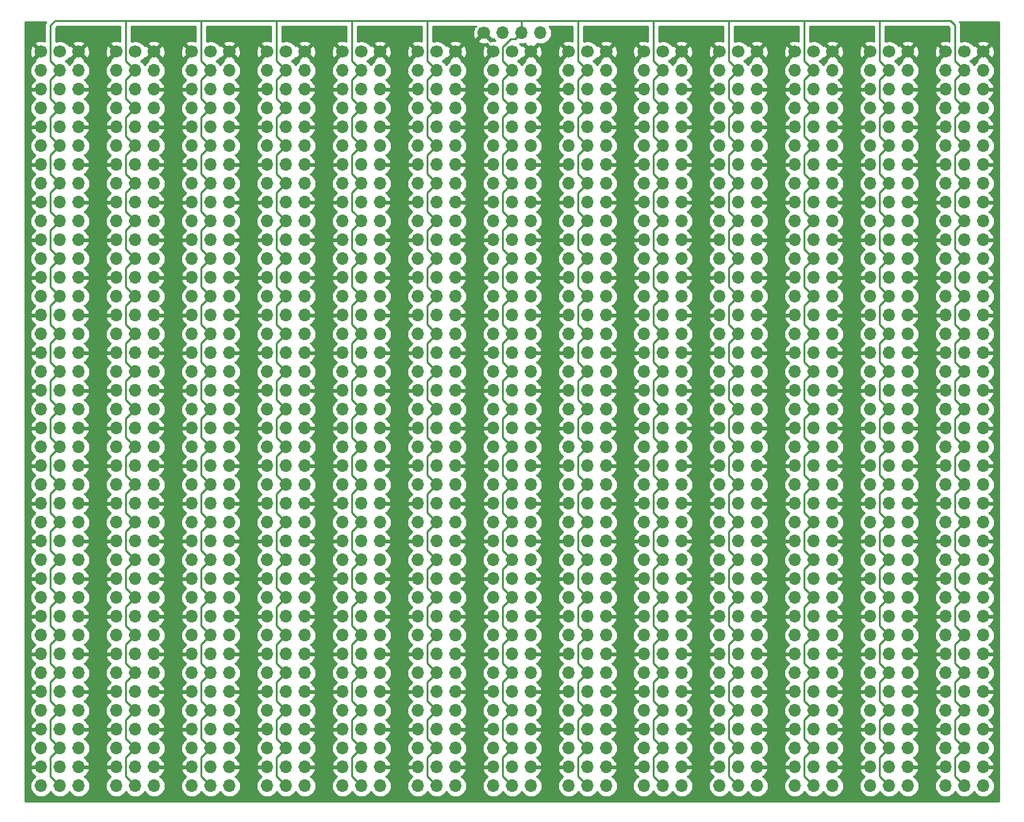
<source format=gbl>
G04 #@! TF.GenerationSoftware,KiCad,Pcbnew,5.1.0*
G04 #@! TF.CreationDate,2019-07-01T01:43:07+09:00*
G04 #@! TF.ProjectId,base_board_a,62617365-5f62-46f6-9172-645f612e6b69,rev?*
G04 #@! TF.SameCoordinates,Original*
G04 #@! TF.FileFunction,Copper,L2,Bot*
G04 #@! TF.FilePolarity,Positive*
%FSLAX46Y46*%
G04 Gerber Fmt 4.6, Leading zero omitted, Abs format (unit mm)*
G04 Created by KiCad (PCBNEW 5.1.0) date 2019-07-01 01:43:07*
%MOMM*%
%LPD*%
G04 APERTURE LIST*
%ADD10O,1.700000X1.700000*%
%ADD11C,1.700000*%
%ADD12C,0.250000*%
%ADD13C,0.254000*%
G04 APERTURE END LIST*
D10*
X139700000Y-116205000D03*
X139700000Y-113665000D03*
X139700000Y-111125000D03*
X139700000Y-108585000D03*
X139700000Y-106045000D03*
X139700000Y-103505000D03*
X139700000Y-100965000D03*
X139700000Y-98425000D03*
X139700000Y-95885000D03*
X139700000Y-93345000D03*
X139700000Y-90805000D03*
X139700000Y-88265000D03*
X139700000Y-85725000D03*
X139700000Y-83185000D03*
X139700000Y-80645000D03*
X139700000Y-78105000D03*
X139700000Y-75565000D03*
X139700000Y-73025000D03*
X139700000Y-70485000D03*
X139700000Y-67945000D03*
X139700000Y-65405000D03*
X139700000Y-62865000D03*
X139700000Y-60325000D03*
X139700000Y-57785000D03*
X139700000Y-55245000D03*
X139700000Y-52705000D03*
X139700000Y-50165000D03*
X139700000Y-47625000D03*
X139700000Y-45085000D03*
X139700000Y-42545000D03*
X139700000Y-40005000D03*
X139700000Y-37465000D03*
X139700000Y-34925000D03*
X139700000Y-32385000D03*
X139700000Y-29845000D03*
X139700000Y-27305000D03*
X139700000Y-24765000D03*
X139700000Y-22225000D03*
X139700000Y-19685000D03*
D11*
X139700000Y-17145000D03*
D10*
X137160000Y-116205000D03*
X137160000Y-113665000D03*
X137160000Y-111125000D03*
X137160000Y-108585000D03*
X137160000Y-106045000D03*
X137160000Y-103505000D03*
X137160000Y-100965000D03*
X137160000Y-98425000D03*
X137160000Y-95885000D03*
X137160000Y-93345000D03*
X137160000Y-90805000D03*
X137160000Y-88265000D03*
X137160000Y-85725000D03*
X137160000Y-83185000D03*
X137160000Y-80645000D03*
X137160000Y-78105000D03*
X137160000Y-75565000D03*
X137160000Y-73025000D03*
X137160000Y-70485000D03*
X137160000Y-67945000D03*
X137160000Y-65405000D03*
X137160000Y-62865000D03*
X137160000Y-60325000D03*
X137160000Y-57785000D03*
X137160000Y-55245000D03*
X137160000Y-52705000D03*
X137160000Y-50165000D03*
X137160000Y-47625000D03*
X137160000Y-45085000D03*
X137160000Y-42545000D03*
X137160000Y-40005000D03*
X137160000Y-37465000D03*
X137160000Y-34925000D03*
X137160000Y-32385000D03*
X137160000Y-29845000D03*
X137160000Y-27305000D03*
X137160000Y-24765000D03*
X137160000Y-22225000D03*
X137160000Y-19685000D03*
D11*
X137160000Y-17145000D03*
D10*
X81280000Y-116205000D03*
X81280000Y-113665000D03*
X81280000Y-111125000D03*
X81280000Y-108585000D03*
X81280000Y-106045000D03*
X81280000Y-103505000D03*
X81280000Y-100965000D03*
X81280000Y-98425000D03*
X81280000Y-95885000D03*
X81280000Y-93345000D03*
X81280000Y-90805000D03*
X81280000Y-88265000D03*
X81280000Y-85725000D03*
X81280000Y-83185000D03*
X81280000Y-80645000D03*
X81280000Y-78105000D03*
X81280000Y-75565000D03*
X81280000Y-73025000D03*
X81280000Y-70485000D03*
X81280000Y-67945000D03*
X81280000Y-65405000D03*
X81280000Y-62865000D03*
X81280000Y-60325000D03*
X81280000Y-57785000D03*
X81280000Y-55245000D03*
X81280000Y-52705000D03*
X81280000Y-50165000D03*
X81280000Y-47625000D03*
X81280000Y-45085000D03*
X81280000Y-42545000D03*
X81280000Y-40005000D03*
X81280000Y-37465000D03*
X81280000Y-34925000D03*
X81280000Y-32385000D03*
X81280000Y-29845000D03*
X81280000Y-27305000D03*
X81280000Y-24765000D03*
X81280000Y-22225000D03*
X81280000Y-19685000D03*
D11*
X81280000Y-17145000D03*
X74930000Y-14605000D03*
D10*
X77470000Y-14605000D03*
X80010000Y-14605000D03*
X82550000Y-14605000D03*
X17780000Y-116205000D03*
X17780000Y-113665000D03*
X17780000Y-111125000D03*
X17780000Y-108585000D03*
X17780000Y-106045000D03*
X17780000Y-103505000D03*
X17780000Y-100965000D03*
X17780000Y-98425000D03*
X17780000Y-95885000D03*
X17780000Y-93345000D03*
X17780000Y-90805000D03*
X17780000Y-88265000D03*
X17780000Y-85725000D03*
X17780000Y-83185000D03*
X17780000Y-80645000D03*
X17780000Y-78105000D03*
X17780000Y-75565000D03*
X17780000Y-73025000D03*
X17780000Y-70485000D03*
X17780000Y-67945000D03*
X17780000Y-65405000D03*
X17780000Y-62865000D03*
X17780000Y-60325000D03*
X17780000Y-57785000D03*
X17780000Y-55245000D03*
X17780000Y-52705000D03*
X17780000Y-50165000D03*
X17780000Y-47625000D03*
X17780000Y-45085000D03*
X17780000Y-42545000D03*
X17780000Y-40005000D03*
X17780000Y-37465000D03*
X17780000Y-34925000D03*
X17780000Y-32385000D03*
X17780000Y-29845000D03*
X17780000Y-27305000D03*
X17780000Y-24765000D03*
X17780000Y-22225000D03*
X17780000Y-19685000D03*
D11*
X17780000Y-17145000D03*
D10*
X86360000Y-116205000D03*
X86360000Y-113665000D03*
X86360000Y-111125000D03*
X86360000Y-108585000D03*
X86360000Y-106045000D03*
X86360000Y-103505000D03*
X86360000Y-100965000D03*
X86360000Y-98425000D03*
X86360000Y-95885000D03*
X86360000Y-93345000D03*
X86360000Y-90805000D03*
X86360000Y-88265000D03*
X86360000Y-85725000D03*
X86360000Y-83185000D03*
X86360000Y-80645000D03*
X86360000Y-78105000D03*
X86360000Y-75565000D03*
X86360000Y-73025000D03*
X86360000Y-70485000D03*
X86360000Y-67945000D03*
X86360000Y-65405000D03*
X86360000Y-62865000D03*
X86360000Y-60325000D03*
X86360000Y-57785000D03*
X86360000Y-55245000D03*
X86360000Y-52705000D03*
X86360000Y-50165000D03*
X86360000Y-47625000D03*
X86360000Y-45085000D03*
X86360000Y-42545000D03*
X86360000Y-40005000D03*
X86360000Y-37465000D03*
X86360000Y-34925000D03*
X86360000Y-32385000D03*
X86360000Y-29845000D03*
X86360000Y-27305000D03*
X86360000Y-24765000D03*
X86360000Y-22225000D03*
X86360000Y-19685000D03*
D11*
X86360000Y-17145000D03*
D10*
X38100000Y-116205000D03*
X38100000Y-113665000D03*
X38100000Y-111125000D03*
X38100000Y-108585000D03*
X38100000Y-106045000D03*
X38100000Y-103505000D03*
X38100000Y-100965000D03*
X38100000Y-98425000D03*
X38100000Y-95885000D03*
X38100000Y-93345000D03*
X38100000Y-90805000D03*
X38100000Y-88265000D03*
X38100000Y-85725000D03*
X38100000Y-83185000D03*
X38100000Y-80645000D03*
X38100000Y-78105000D03*
X38100000Y-75565000D03*
X38100000Y-73025000D03*
X38100000Y-70485000D03*
X38100000Y-67945000D03*
X38100000Y-65405000D03*
X38100000Y-62865000D03*
X38100000Y-60325000D03*
X38100000Y-57785000D03*
X38100000Y-55245000D03*
X38100000Y-52705000D03*
X38100000Y-50165000D03*
X38100000Y-47625000D03*
X38100000Y-45085000D03*
X38100000Y-42545000D03*
X38100000Y-40005000D03*
X38100000Y-37465000D03*
X38100000Y-34925000D03*
X38100000Y-32385000D03*
X38100000Y-29845000D03*
X38100000Y-27305000D03*
X38100000Y-24765000D03*
X38100000Y-22225000D03*
X38100000Y-19685000D03*
D11*
X38100000Y-17145000D03*
D10*
X91440000Y-116205000D03*
X91440000Y-113665000D03*
X91440000Y-111125000D03*
X91440000Y-108585000D03*
X91440000Y-106045000D03*
X91440000Y-103505000D03*
X91440000Y-100965000D03*
X91440000Y-98425000D03*
X91440000Y-95885000D03*
X91440000Y-93345000D03*
X91440000Y-90805000D03*
X91440000Y-88265000D03*
X91440000Y-85725000D03*
X91440000Y-83185000D03*
X91440000Y-80645000D03*
X91440000Y-78105000D03*
X91440000Y-75565000D03*
X91440000Y-73025000D03*
X91440000Y-70485000D03*
X91440000Y-67945000D03*
X91440000Y-65405000D03*
X91440000Y-62865000D03*
X91440000Y-60325000D03*
X91440000Y-57785000D03*
X91440000Y-55245000D03*
X91440000Y-52705000D03*
X91440000Y-50165000D03*
X91440000Y-47625000D03*
X91440000Y-45085000D03*
X91440000Y-42545000D03*
X91440000Y-40005000D03*
X91440000Y-37465000D03*
X91440000Y-34925000D03*
X91440000Y-32385000D03*
X91440000Y-29845000D03*
X91440000Y-27305000D03*
X91440000Y-24765000D03*
X91440000Y-22225000D03*
X91440000Y-19685000D03*
D11*
X91440000Y-17145000D03*
D10*
X88900000Y-116205000D03*
X88900000Y-113665000D03*
X88900000Y-111125000D03*
X88900000Y-108585000D03*
X88900000Y-106045000D03*
X88900000Y-103505000D03*
X88900000Y-100965000D03*
X88900000Y-98425000D03*
X88900000Y-95885000D03*
X88900000Y-93345000D03*
X88900000Y-90805000D03*
X88900000Y-88265000D03*
X88900000Y-85725000D03*
X88900000Y-83185000D03*
X88900000Y-80645000D03*
X88900000Y-78105000D03*
X88900000Y-75565000D03*
X88900000Y-73025000D03*
X88900000Y-70485000D03*
X88900000Y-67945000D03*
X88900000Y-65405000D03*
X88900000Y-62865000D03*
X88900000Y-60325000D03*
X88900000Y-57785000D03*
X88900000Y-55245000D03*
X88900000Y-52705000D03*
X88900000Y-50165000D03*
X88900000Y-47625000D03*
X88900000Y-45085000D03*
X88900000Y-42545000D03*
X88900000Y-40005000D03*
X88900000Y-37465000D03*
X88900000Y-34925000D03*
X88900000Y-32385000D03*
X88900000Y-29845000D03*
X88900000Y-27305000D03*
X88900000Y-24765000D03*
X88900000Y-22225000D03*
X88900000Y-19685000D03*
D11*
X88900000Y-17145000D03*
D10*
X78740000Y-116205000D03*
X78740000Y-113665000D03*
X78740000Y-111125000D03*
X78740000Y-108585000D03*
X78740000Y-106045000D03*
X78740000Y-103505000D03*
X78740000Y-100965000D03*
X78740000Y-98425000D03*
X78740000Y-95885000D03*
X78740000Y-93345000D03*
X78740000Y-90805000D03*
X78740000Y-88265000D03*
X78740000Y-85725000D03*
X78740000Y-83185000D03*
X78740000Y-80645000D03*
X78740000Y-78105000D03*
X78740000Y-75565000D03*
X78740000Y-73025000D03*
X78740000Y-70485000D03*
X78740000Y-67945000D03*
X78740000Y-65405000D03*
X78740000Y-62865000D03*
X78740000Y-60325000D03*
X78740000Y-57785000D03*
X78740000Y-55245000D03*
X78740000Y-52705000D03*
X78740000Y-50165000D03*
X78740000Y-47625000D03*
X78740000Y-45085000D03*
X78740000Y-42545000D03*
X78740000Y-40005000D03*
X78740000Y-37465000D03*
X78740000Y-34925000D03*
X78740000Y-32385000D03*
X78740000Y-29845000D03*
X78740000Y-27305000D03*
X78740000Y-24765000D03*
X78740000Y-22225000D03*
X78740000Y-19685000D03*
D11*
X78740000Y-17145000D03*
D10*
X76200000Y-116205000D03*
X76200000Y-113665000D03*
X76200000Y-111125000D03*
X76200000Y-108585000D03*
X76200000Y-106045000D03*
X76200000Y-103505000D03*
X76200000Y-100965000D03*
X76200000Y-98425000D03*
X76200000Y-95885000D03*
X76200000Y-93345000D03*
X76200000Y-90805000D03*
X76200000Y-88265000D03*
X76200000Y-85725000D03*
X76200000Y-83185000D03*
X76200000Y-80645000D03*
X76200000Y-78105000D03*
X76200000Y-75565000D03*
X76200000Y-73025000D03*
X76200000Y-70485000D03*
X76200000Y-67945000D03*
X76200000Y-65405000D03*
X76200000Y-62865000D03*
X76200000Y-60325000D03*
X76200000Y-57785000D03*
X76200000Y-55245000D03*
X76200000Y-52705000D03*
X76200000Y-50165000D03*
X76200000Y-47625000D03*
X76200000Y-45085000D03*
X76200000Y-42545000D03*
X76200000Y-40005000D03*
X76200000Y-37465000D03*
X76200000Y-34925000D03*
X76200000Y-32385000D03*
X76200000Y-29845000D03*
X76200000Y-27305000D03*
X76200000Y-24765000D03*
X76200000Y-22225000D03*
X76200000Y-19685000D03*
D11*
X76200000Y-17145000D03*
D10*
X71120000Y-116205000D03*
X71120000Y-113665000D03*
X71120000Y-111125000D03*
X71120000Y-108585000D03*
X71120000Y-106045000D03*
X71120000Y-103505000D03*
X71120000Y-100965000D03*
X71120000Y-98425000D03*
X71120000Y-95885000D03*
X71120000Y-93345000D03*
X71120000Y-90805000D03*
X71120000Y-88265000D03*
X71120000Y-85725000D03*
X71120000Y-83185000D03*
X71120000Y-80645000D03*
X71120000Y-78105000D03*
X71120000Y-75565000D03*
X71120000Y-73025000D03*
X71120000Y-70485000D03*
X71120000Y-67945000D03*
X71120000Y-65405000D03*
X71120000Y-62865000D03*
X71120000Y-60325000D03*
X71120000Y-57785000D03*
X71120000Y-55245000D03*
X71120000Y-52705000D03*
X71120000Y-50165000D03*
X71120000Y-47625000D03*
X71120000Y-45085000D03*
X71120000Y-42545000D03*
X71120000Y-40005000D03*
X71120000Y-37465000D03*
X71120000Y-34925000D03*
X71120000Y-32385000D03*
X71120000Y-29845000D03*
X71120000Y-27305000D03*
X71120000Y-24765000D03*
X71120000Y-22225000D03*
X71120000Y-19685000D03*
D11*
X71120000Y-17145000D03*
D10*
X68580000Y-116205000D03*
X68580000Y-113665000D03*
X68580000Y-111125000D03*
X68580000Y-108585000D03*
X68580000Y-106045000D03*
X68580000Y-103505000D03*
X68580000Y-100965000D03*
X68580000Y-98425000D03*
X68580000Y-95885000D03*
X68580000Y-93345000D03*
X68580000Y-90805000D03*
X68580000Y-88265000D03*
X68580000Y-85725000D03*
X68580000Y-83185000D03*
X68580000Y-80645000D03*
X68580000Y-78105000D03*
X68580000Y-75565000D03*
X68580000Y-73025000D03*
X68580000Y-70485000D03*
X68580000Y-67945000D03*
X68580000Y-65405000D03*
X68580000Y-62865000D03*
X68580000Y-60325000D03*
X68580000Y-57785000D03*
X68580000Y-55245000D03*
X68580000Y-52705000D03*
X68580000Y-50165000D03*
X68580000Y-47625000D03*
X68580000Y-45085000D03*
X68580000Y-42545000D03*
X68580000Y-40005000D03*
X68580000Y-37465000D03*
X68580000Y-34925000D03*
X68580000Y-32385000D03*
X68580000Y-29845000D03*
X68580000Y-27305000D03*
X68580000Y-24765000D03*
X68580000Y-22225000D03*
X68580000Y-19685000D03*
D11*
X68580000Y-17145000D03*
D10*
X66040000Y-116205000D03*
X66040000Y-113665000D03*
X66040000Y-111125000D03*
X66040000Y-108585000D03*
X66040000Y-106045000D03*
X66040000Y-103505000D03*
X66040000Y-100965000D03*
X66040000Y-98425000D03*
X66040000Y-95885000D03*
X66040000Y-93345000D03*
X66040000Y-90805000D03*
X66040000Y-88265000D03*
X66040000Y-85725000D03*
X66040000Y-83185000D03*
X66040000Y-80645000D03*
X66040000Y-78105000D03*
X66040000Y-75565000D03*
X66040000Y-73025000D03*
X66040000Y-70485000D03*
X66040000Y-67945000D03*
X66040000Y-65405000D03*
X66040000Y-62865000D03*
X66040000Y-60325000D03*
X66040000Y-57785000D03*
X66040000Y-55245000D03*
X66040000Y-52705000D03*
X66040000Y-50165000D03*
X66040000Y-47625000D03*
X66040000Y-45085000D03*
X66040000Y-42545000D03*
X66040000Y-40005000D03*
X66040000Y-37465000D03*
X66040000Y-34925000D03*
X66040000Y-32385000D03*
X66040000Y-29845000D03*
X66040000Y-27305000D03*
X66040000Y-24765000D03*
X66040000Y-22225000D03*
X66040000Y-19685000D03*
D11*
X66040000Y-17145000D03*
D10*
X142240000Y-116205000D03*
X142240000Y-113665000D03*
X142240000Y-111125000D03*
X142240000Y-108585000D03*
X142240000Y-106045000D03*
X142240000Y-103505000D03*
X142240000Y-100965000D03*
X142240000Y-98425000D03*
X142240000Y-95885000D03*
X142240000Y-93345000D03*
X142240000Y-90805000D03*
X142240000Y-88265000D03*
X142240000Y-85725000D03*
X142240000Y-83185000D03*
X142240000Y-80645000D03*
X142240000Y-78105000D03*
X142240000Y-75565000D03*
X142240000Y-73025000D03*
X142240000Y-70485000D03*
X142240000Y-67945000D03*
X142240000Y-65405000D03*
X142240000Y-62865000D03*
X142240000Y-60325000D03*
X142240000Y-57785000D03*
X142240000Y-55245000D03*
X142240000Y-52705000D03*
X142240000Y-50165000D03*
X142240000Y-47625000D03*
X142240000Y-45085000D03*
X142240000Y-42545000D03*
X142240000Y-40005000D03*
X142240000Y-37465000D03*
X142240000Y-34925000D03*
X142240000Y-32385000D03*
X142240000Y-29845000D03*
X142240000Y-27305000D03*
X142240000Y-24765000D03*
X142240000Y-22225000D03*
X142240000Y-19685000D03*
D11*
X142240000Y-17145000D03*
D10*
X60960000Y-116205000D03*
X60960000Y-113665000D03*
X60960000Y-111125000D03*
X60960000Y-108585000D03*
X60960000Y-106045000D03*
X60960000Y-103505000D03*
X60960000Y-100965000D03*
X60960000Y-98425000D03*
X60960000Y-95885000D03*
X60960000Y-93345000D03*
X60960000Y-90805000D03*
X60960000Y-88265000D03*
X60960000Y-85725000D03*
X60960000Y-83185000D03*
X60960000Y-80645000D03*
X60960000Y-78105000D03*
X60960000Y-75565000D03*
X60960000Y-73025000D03*
X60960000Y-70485000D03*
X60960000Y-67945000D03*
X60960000Y-65405000D03*
X60960000Y-62865000D03*
X60960000Y-60325000D03*
X60960000Y-57785000D03*
X60960000Y-55245000D03*
X60960000Y-52705000D03*
X60960000Y-50165000D03*
X60960000Y-47625000D03*
X60960000Y-45085000D03*
X60960000Y-42545000D03*
X60960000Y-40005000D03*
X60960000Y-37465000D03*
X60960000Y-34925000D03*
X60960000Y-32385000D03*
X60960000Y-29845000D03*
X60960000Y-27305000D03*
X60960000Y-24765000D03*
X60960000Y-22225000D03*
X60960000Y-19685000D03*
D11*
X60960000Y-17145000D03*
D10*
X58420000Y-116205000D03*
X58420000Y-113665000D03*
X58420000Y-111125000D03*
X58420000Y-108585000D03*
X58420000Y-106045000D03*
X58420000Y-103505000D03*
X58420000Y-100965000D03*
X58420000Y-98425000D03*
X58420000Y-95885000D03*
X58420000Y-93345000D03*
X58420000Y-90805000D03*
X58420000Y-88265000D03*
X58420000Y-85725000D03*
X58420000Y-83185000D03*
X58420000Y-80645000D03*
X58420000Y-78105000D03*
X58420000Y-75565000D03*
X58420000Y-73025000D03*
X58420000Y-70485000D03*
X58420000Y-67945000D03*
X58420000Y-65405000D03*
X58420000Y-62865000D03*
X58420000Y-60325000D03*
X58420000Y-57785000D03*
X58420000Y-55245000D03*
X58420000Y-52705000D03*
X58420000Y-50165000D03*
X58420000Y-47625000D03*
X58420000Y-45085000D03*
X58420000Y-42545000D03*
X58420000Y-40005000D03*
X58420000Y-37465000D03*
X58420000Y-34925000D03*
X58420000Y-32385000D03*
X58420000Y-29845000D03*
X58420000Y-27305000D03*
X58420000Y-24765000D03*
X58420000Y-22225000D03*
X58420000Y-19685000D03*
D11*
X58420000Y-17145000D03*
D10*
X55880000Y-116205000D03*
X55880000Y-113665000D03*
X55880000Y-111125000D03*
X55880000Y-108585000D03*
X55880000Y-106045000D03*
X55880000Y-103505000D03*
X55880000Y-100965000D03*
X55880000Y-98425000D03*
X55880000Y-95885000D03*
X55880000Y-93345000D03*
X55880000Y-90805000D03*
X55880000Y-88265000D03*
X55880000Y-85725000D03*
X55880000Y-83185000D03*
X55880000Y-80645000D03*
X55880000Y-78105000D03*
X55880000Y-75565000D03*
X55880000Y-73025000D03*
X55880000Y-70485000D03*
X55880000Y-67945000D03*
X55880000Y-65405000D03*
X55880000Y-62865000D03*
X55880000Y-60325000D03*
X55880000Y-57785000D03*
X55880000Y-55245000D03*
X55880000Y-52705000D03*
X55880000Y-50165000D03*
X55880000Y-47625000D03*
X55880000Y-45085000D03*
X55880000Y-42545000D03*
X55880000Y-40005000D03*
X55880000Y-37465000D03*
X55880000Y-34925000D03*
X55880000Y-32385000D03*
X55880000Y-29845000D03*
X55880000Y-27305000D03*
X55880000Y-24765000D03*
X55880000Y-22225000D03*
X55880000Y-19685000D03*
D11*
X55880000Y-17145000D03*
D10*
X132080000Y-116205000D03*
X132080000Y-113665000D03*
X132080000Y-111125000D03*
X132080000Y-108585000D03*
X132080000Y-106045000D03*
X132080000Y-103505000D03*
X132080000Y-100965000D03*
X132080000Y-98425000D03*
X132080000Y-95885000D03*
X132080000Y-93345000D03*
X132080000Y-90805000D03*
X132080000Y-88265000D03*
X132080000Y-85725000D03*
X132080000Y-83185000D03*
X132080000Y-80645000D03*
X132080000Y-78105000D03*
X132080000Y-75565000D03*
X132080000Y-73025000D03*
X132080000Y-70485000D03*
X132080000Y-67945000D03*
X132080000Y-65405000D03*
X132080000Y-62865000D03*
X132080000Y-60325000D03*
X132080000Y-57785000D03*
X132080000Y-55245000D03*
X132080000Y-52705000D03*
X132080000Y-50165000D03*
X132080000Y-47625000D03*
X132080000Y-45085000D03*
X132080000Y-42545000D03*
X132080000Y-40005000D03*
X132080000Y-37465000D03*
X132080000Y-34925000D03*
X132080000Y-32385000D03*
X132080000Y-29845000D03*
X132080000Y-27305000D03*
X132080000Y-24765000D03*
X132080000Y-22225000D03*
X132080000Y-19685000D03*
D11*
X132080000Y-17145000D03*
D10*
X50800000Y-116205000D03*
X50800000Y-113665000D03*
X50800000Y-111125000D03*
X50800000Y-108585000D03*
X50800000Y-106045000D03*
X50800000Y-103505000D03*
X50800000Y-100965000D03*
X50800000Y-98425000D03*
X50800000Y-95885000D03*
X50800000Y-93345000D03*
X50800000Y-90805000D03*
X50800000Y-88265000D03*
X50800000Y-85725000D03*
X50800000Y-83185000D03*
X50800000Y-80645000D03*
X50800000Y-78105000D03*
X50800000Y-75565000D03*
X50800000Y-73025000D03*
X50800000Y-70485000D03*
X50800000Y-67945000D03*
X50800000Y-65405000D03*
X50800000Y-62865000D03*
X50800000Y-60325000D03*
X50800000Y-57785000D03*
X50800000Y-55245000D03*
X50800000Y-52705000D03*
X50800000Y-50165000D03*
X50800000Y-47625000D03*
X50800000Y-45085000D03*
X50800000Y-42545000D03*
X50800000Y-40005000D03*
X50800000Y-37465000D03*
X50800000Y-34925000D03*
X50800000Y-32385000D03*
X50800000Y-29845000D03*
X50800000Y-27305000D03*
X50800000Y-24765000D03*
X50800000Y-22225000D03*
X50800000Y-19685000D03*
D11*
X50800000Y-17145000D03*
D10*
X129540000Y-116205000D03*
X129540000Y-113665000D03*
X129540000Y-111125000D03*
X129540000Y-108585000D03*
X129540000Y-106045000D03*
X129540000Y-103505000D03*
X129540000Y-100965000D03*
X129540000Y-98425000D03*
X129540000Y-95885000D03*
X129540000Y-93345000D03*
X129540000Y-90805000D03*
X129540000Y-88265000D03*
X129540000Y-85725000D03*
X129540000Y-83185000D03*
X129540000Y-80645000D03*
X129540000Y-78105000D03*
X129540000Y-75565000D03*
X129540000Y-73025000D03*
X129540000Y-70485000D03*
X129540000Y-67945000D03*
X129540000Y-65405000D03*
X129540000Y-62865000D03*
X129540000Y-60325000D03*
X129540000Y-57785000D03*
X129540000Y-55245000D03*
X129540000Y-52705000D03*
X129540000Y-50165000D03*
X129540000Y-47625000D03*
X129540000Y-45085000D03*
X129540000Y-42545000D03*
X129540000Y-40005000D03*
X129540000Y-37465000D03*
X129540000Y-34925000D03*
X129540000Y-32385000D03*
X129540000Y-29845000D03*
X129540000Y-27305000D03*
X129540000Y-24765000D03*
X129540000Y-22225000D03*
X129540000Y-19685000D03*
D11*
X129540000Y-17145000D03*
D10*
X48260000Y-116205000D03*
X48260000Y-113665000D03*
X48260000Y-111125000D03*
X48260000Y-108585000D03*
X48260000Y-106045000D03*
X48260000Y-103505000D03*
X48260000Y-100965000D03*
X48260000Y-98425000D03*
X48260000Y-95885000D03*
X48260000Y-93345000D03*
X48260000Y-90805000D03*
X48260000Y-88265000D03*
X48260000Y-85725000D03*
X48260000Y-83185000D03*
X48260000Y-80645000D03*
X48260000Y-78105000D03*
X48260000Y-75565000D03*
X48260000Y-73025000D03*
X48260000Y-70485000D03*
X48260000Y-67945000D03*
X48260000Y-65405000D03*
X48260000Y-62865000D03*
X48260000Y-60325000D03*
X48260000Y-57785000D03*
X48260000Y-55245000D03*
X48260000Y-52705000D03*
X48260000Y-50165000D03*
X48260000Y-47625000D03*
X48260000Y-45085000D03*
X48260000Y-42545000D03*
X48260000Y-40005000D03*
X48260000Y-37465000D03*
X48260000Y-34925000D03*
X48260000Y-32385000D03*
X48260000Y-29845000D03*
X48260000Y-27305000D03*
X48260000Y-24765000D03*
X48260000Y-22225000D03*
X48260000Y-19685000D03*
D11*
X48260000Y-17145000D03*
D10*
X127000000Y-116205000D03*
X127000000Y-113665000D03*
X127000000Y-111125000D03*
X127000000Y-108585000D03*
X127000000Y-106045000D03*
X127000000Y-103505000D03*
X127000000Y-100965000D03*
X127000000Y-98425000D03*
X127000000Y-95885000D03*
X127000000Y-93345000D03*
X127000000Y-90805000D03*
X127000000Y-88265000D03*
X127000000Y-85725000D03*
X127000000Y-83185000D03*
X127000000Y-80645000D03*
X127000000Y-78105000D03*
X127000000Y-75565000D03*
X127000000Y-73025000D03*
X127000000Y-70485000D03*
X127000000Y-67945000D03*
X127000000Y-65405000D03*
X127000000Y-62865000D03*
X127000000Y-60325000D03*
X127000000Y-57785000D03*
X127000000Y-55245000D03*
X127000000Y-52705000D03*
X127000000Y-50165000D03*
X127000000Y-47625000D03*
X127000000Y-45085000D03*
X127000000Y-42545000D03*
X127000000Y-40005000D03*
X127000000Y-37465000D03*
X127000000Y-34925000D03*
X127000000Y-32385000D03*
X127000000Y-29845000D03*
X127000000Y-27305000D03*
X127000000Y-24765000D03*
X127000000Y-22225000D03*
X127000000Y-19685000D03*
D11*
X127000000Y-17145000D03*
D10*
X45720000Y-116205000D03*
X45720000Y-113665000D03*
X45720000Y-111125000D03*
X45720000Y-108585000D03*
X45720000Y-106045000D03*
X45720000Y-103505000D03*
X45720000Y-100965000D03*
X45720000Y-98425000D03*
X45720000Y-95885000D03*
X45720000Y-93345000D03*
X45720000Y-90805000D03*
X45720000Y-88265000D03*
X45720000Y-85725000D03*
X45720000Y-83185000D03*
X45720000Y-80645000D03*
X45720000Y-78105000D03*
X45720000Y-75565000D03*
X45720000Y-73025000D03*
X45720000Y-70485000D03*
X45720000Y-67945000D03*
X45720000Y-65405000D03*
X45720000Y-62865000D03*
X45720000Y-60325000D03*
X45720000Y-57785000D03*
X45720000Y-55245000D03*
X45720000Y-52705000D03*
X45720000Y-50165000D03*
X45720000Y-47625000D03*
X45720000Y-45085000D03*
X45720000Y-42545000D03*
X45720000Y-40005000D03*
X45720000Y-37465000D03*
X45720000Y-34925000D03*
X45720000Y-32385000D03*
X45720000Y-29845000D03*
X45720000Y-27305000D03*
X45720000Y-24765000D03*
X45720000Y-22225000D03*
X45720000Y-19685000D03*
D11*
X45720000Y-17145000D03*
D10*
X121920000Y-116205000D03*
X121920000Y-113665000D03*
X121920000Y-111125000D03*
X121920000Y-108585000D03*
X121920000Y-106045000D03*
X121920000Y-103505000D03*
X121920000Y-100965000D03*
X121920000Y-98425000D03*
X121920000Y-95885000D03*
X121920000Y-93345000D03*
X121920000Y-90805000D03*
X121920000Y-88265000D03*
X121920000Y-85725000D03*
X121920000Y-83185000D03*
X121920000Y-80645000D03*
X121920000Y-78105000D03*
X121920000Y-75565000D03*
X121920000Y-73025000D03*
X121920000Y-70485000D03*
X121920000Y-67945000D03*
X121920000Y-65405000D03*
X121920000Y-62865000D03*
X121920000Y-60325000D03*
X121920000Y-57785000D03*
X121920000Y-55245000D03*
X121920000Y-52705000D03*
X121920000Y-50165000D03*
X121920000Y-47625000D03*
X121920000Y-45085000D03*
X121920000Y-42545000D03*
X121920000Y-40005000D03*
X121920000Y-37465000D03*
X121920000Y-34925000D03*
X121920000Y-32385000D03*
X121920000Y-29845000D03*
X121920000Y-27305000D03*
X121920000Y-24765000D03*
X121920000Y-22225000D03*
X121920000Y-19685000D03*
D11*
X121920000Y-17145000D03*
D10*
X40640000Y-116205000D03*
X40640000Y-113665000D03*
X40640000Y-111125000D03*
X40640000Y-108585000D03*
X40640000Y-106045000D03*
X40640000Y-103505000D03*
X40640000Y-100965000D03*
X40640000Y-98425000D03*
X40640000Y-95885000D03*
X40640000Y-93345000D03*
X40640000Y-90805000D03*
X40640000Y-88265000D03*
X40640000Y-85725000D03*
X40640000Y-83185000D03*
X40640000Y-80645000D03*
X40640000Y-78105000D03*
X40640000Y-75565000D03*
X40640000Y-73025000D03*
X40640000Y-70485000D03*
X40640000Y-67945000D03*
X40640000Y-65405000D03*
X40640000Y-62865000D03*
X40640000Y-60325000D03*
X40640000Y-57785000D03*
X40640000Y-55245000D03*
X40640000Y-52705000D03*
X40640000Y-50165000D03*
X40640000Y-47625000D03*
X40640000Y-45085000D03*
X40640000Y-42545000D03*
X40640000Y-40005000D03*
X40640000Y-37465000D03*
X40640000Y-34925000D03*
X40640000Y-32385000D03*
X40640000Y-29845000D03*
X40640000Y-27305000D03*
X40640000Y-24765000D03*
X40640000Y-22225000D03*
X40640000Y-19685000D03*
D11*
X40640000Y-17145000D03*
D10*
X119380000Y-116205000D03*
X119380000Y-113665000D03*
X119380000Y-111125000D03*
X119380000Y-108585000D03*
X119380000Y-106045000D03*
X119380000Y-103505000D03*
X119380000Y-100965000D03*
X119380000Y-98425000D03*
X119380000Y-95885000D03*
X119380000Y-93345000D03*
X119380000Y-90805000D03*
X119380000Y-88265000D03*
X119380000Y-85725000D03*
X119380000Y-83185000D03*
X119380000Y-80645000D03*
X119380000Y-78105000D03*
X119380000Y-75565000D03*
X119380000Y-73025000D03*
X119380000Y-70485000D03*
X119380000Y-67945000D03*
X119380000Y-65405000D03*
X119380000Y-62865000D03*
X119380000Y-60325000D03*
X119380000Y-57785000D03*
X119380000Y-55245000D03*
X119380000Y-52705000D03*
X119380000Y-50165000D03*
X119380000Y-47625000D03*
X119380000Y-45085000D03*
X119380000Y-42545000D03*
X119380000Y-40005000D03*
X119380000Y-37465000D03*
X119380000Y-34925000D03*
X119380000Y-32385000D03*
X119380000Y-29845000D03*
X119380000Y-27305000D03*
X119380000Y-24765000D03*
X119380000Y-22225000D03*
X119380000Y-19685000D03*
D11*
X119380000Y-17145000D03*
D10*
X116840000Y-116205000D03*
X116840000Y-113665000D03*
X116840000Y-111125000D03*
X116840000Y-108585000D03*
X116840000Y-106045000D03*
X116840000Y-103505000D03*
X116840000Y-100965000D03*
X116840000Y-98425000D03*
X116840000Y-95885000D03*
X116840000Y-93345000D03*
X116840000Y-90805000D03*
X116840000Y-88265000D03*
X116840000Y-85725000D03*
X116840000Y-83185000D03*
X116840000Y-80645000D03*
X116840000Y-78105000D03*
X116840000Y-75565000D03*
X116840000Y-73025000D03*
X116840000Y-70485000D03*
X116840000Y-67945000D03*
X116840000Y-65405000D03*
X116840000Y-62865000D03*
X116840000Y-60325000D03*
X116840000Y-57785000D03*
X116840000Y-55245000D03*
X116840000Y-52705000D03*
X116840000Y-50165000D03*
X116840000Y-47625000D03*
X116840000Y-45085000D03*
X116840000Y-42545000D03*
X116840000Y-40005000D03*
X116840000Y-37465000D03*
X116840000Y-34925000D03*
X116840000Y-32385000D03*
X116840000Y-29845000D03*
X116840000Y-27305000D03*
X116840000Y-24765000D03*
X116840000Y-22225000D03*
X116840000Y-19685000D03*
D11*
X116840000Y-17145000D03*
D10*
X35560000Y-116205000D03*
X35560000Y-113665000D03*
X35560000Y-111125000D03*
X35560000Y-108585000D03*
X35560000Y-106045000D03*
X35560000Y-103505000D03*
X35560000Y-100965000D03*
X35560000Y-98425000D03*
X35560000Y-95885000D03*
X35560000Y-93345000D03*
X35560000Y-90805000D03*
X35560000Y-88265000D03*
X35560000Y-85725000D03*
X35560000Y-83185000D03*
X35560000Y-80645000D03*
X35560000Y-78105000D03*
X35560000Y-75565000D03*
X35560000Y-73025000D03*
X35560000Y-70485000D03*
X35560000Y-67945000D03*
X35560000Y-65405000D03*
X35560000Y-62865000D03*
X35560000Y-60325000D03*
X35560000Y-57785000D03*
X35560000Y-55245000D03*
X35560000Y-52705000D03*
X35560000Y-50165000D03*
X35560000Y-47625000D03*
X35560000Y-45085000D03*
X35560000Y-42545000D03*
X35560000Y-40005000D03*
X35560000Y-37465000D03*
X35560000Y-34925000D03*
X35560000Y-32385000D03*
X35560000Y-29845000D03*
X35560000Y-27305000D03*
X35560000Y-24765000D03*
X35560000Y-22225000D03*
X35560000Y-19685000D03*
D11*
X35560000Y-17145000D03*
D10*
X111760000Y-116205000D03*
X111760000Y-113665000D03*
X111760000Y-111125000D03*
X111760000Y-108585000D03*
X111760000Y-106045000D03*
X111760000Y-103505000D03*
X111760000Y-100965000D03*
X111760000Y-98425000D03*
X111760000Y-95885000D03*
X111760000Y-93345000D03*
X111760000Y-90805000D03*
X111760000Y-88265000D03*
X111760000Y-85725000D03*
X111760000Y-83185000D03*
X111760000Y-80645000D03*
X111760000Y-78105000D03*
X111760000Y-75565000D03*
X111760000Y-73025000D03*
X111760000Y-70485000D03*
X111760000Y-67945000D03*
X111760000Y-65405000D03*
X111760000Y-62865000D03*
X111760000Y-60325000D03*
X111760000Y-57785000D03*
X111760000Y-55245000D03*
X111760000Y-52705000D03*
X111760000Y-50165000D03*
X111760000Y-47625000D03*
X111760000Y-45085000D03*
X111760000Y-42545000D03*
X111760000Y-40005000D03*
X111760000Y-37465000D03*
X111760000Y-34925000D03*
X111760000Y-32385000D03*
X111760000Y-29845000D03*
X111760000Y-27305000D03*
X111760000Y-24765000D03*
X111760000Y-22225000D03*
X111760000Y-19685000D03*
D11*
X111760000Y-17145000D03*
D10*
X30480000Y-116205000D03*
X30480000Y-113665000D03*
X30480000Y-111125000D03*
X30480000Y-108585000D03*
X30480000Y-106045000D03*
X30480000Y-103505000D03*
X30480000Y-100965000D03*
X30480000Y-98425000D03*
X30480000Y-95885000D03*
X30480000Y-93345000D03*
X30480000Y-90805000D03*
X30480000Y-88265000D03*
X30480000Y-85725000D03*
X30480000Y-83185000D03*
X30480000Y-80645000D03*
X30480000Y-78105000D03*
X30480000Y-75565000D03*
X30480000Y-73025000D03*
X30480000Y-70485000D03*
X30480000Y-67945000D03*
X30480000Y-65405000D03*
X30480000Y-62865000D03*
X30480000Y-60325000D03*
X30480000Y-57785000D03*
X30480000Y-55245000D03*
X30480000Y-52705000D03*
X30480000Y-50165000D03*
X30480000Y-47625000D03*
X30480000Y-45085000D03*
X30480000Y-42545000D03*
X30480000Y-40005000D03*
X30480000Y-37465000D03*
X30480000Y-34925000D03*
X30480000Y-32385000D03*
X30480000Y-29845000D03*
X30480000Y-27305000D03*
X30480000Y-24765000D03*
X30480000Y-22225000D03*
X30480000Y-19685000D03*
D11*
X30480000Y-17145000D03*
D10*
X109220000Y-116205000D03*
X109220000Y-113665000D03*
X109220000Y-111125000D03*
X109220000Y-108585000D03*
X109220000Y-106045000D03*
X109220000Y-103505000D03*
X109220000Y-100965000D03*
X109220000Y-98425000D03*
X109220000Y-95885000D03*
X109220000Y-93345000D03*
X109220000Y-90805000D03*
X109220000Y-88265000D03*
X109220000Y-85725000D03*
X109220000Y-83185000D03*
X109220000Y-80645000D03*
X109220000Y-78105000D03*
X109220000Y-75565000D03*
X109220000Y-73025000D03*
X109220000Y-70485000D03*
X109220000Y-67945000D03*
X109220000Y-65405000D03*
X109220000Y-62865000D03*
X109220000Y-60325000D03*
X109220000Y-57785000D03*
X109220000Y-55245000D03*
X109220000Y-52705000D03*
X109220000Y-50165000D03*
X109220000Y-47625000D03*
X109220000Y-45085000D03*
X109220000Y-42545000D03*
X109220000Y-40005000D03*
X109220000Y-37465000D03*
X109220000Y-34925000D03*
X109220000Y-32385000D03*
X109220000Y-29845000D03*
X109220000Y-27305000D03*
X109220000Y-24765000D03*
X109220000Y-22225000D03*
X109220000Y-19685000D03*
D11*
X109220000Y-17145000D03*
D10*
X27940000Y-116205000D03*
X27940000Y-113665000D03*
X27940000Y-111125000D03*
X27940000Y-108585000D03*
X27940000Y-106045000D03*
X27940000Y-103505000D03*
X27940000Y-100965000D03*
X27940000Y-98425000D03*
X27940000Y-95885000D03*
X27940000Y-93345000D03*
X27940000Y-90805000D03*
X27940000Y-88265000D03*
X27940000Y-85725000D03*
X27940000Y-83185000D03*
X27940000Y-80645000D03*
X27940000Y-78105000D03*
X27940000Y-75565000D03*
X27940000Y-73025000D03*
X27940000Y-70485000D03*
X27940000Y-67945000D03*
X27940000Y-65405000D03*
X27940000Y-62865000D03*
X27940000Y-60325000D03*
X27940000Y-57785000D03*
X27940000Y-55245000D03*
X27940000Y-52705000D03*
X27940000Y-50165000D03*
X27940000Y-47625000D03*
X27940000Y-45085000D03*
X27940000Y-42545000D03*
X27940000Y-40005000D03*
X27940000Y-37465000D03*
X27940000Y-34925000D03*
X27940000Y-32385000D03*
X27940000Y-29845000D03*
X27940000Y-27305000D03*
X27940000Y-24765000D03*
X27940000Y-22225000D03*
X27940000Y-19685000D03*
D11*
X27940000Y-17145000D03*
D10*
X106680000Y-116205000D03*
X106680000Y-113665000D03*
X106680000Y-111125000D03*
X106680000Y-108585000D03*
X106680000Y-106045000D03*
X106680000Y-103505000D03*
X106680000Y-100965000D03*
X106680000Y-98425000D03*
X106680000Y-95885000D03*
X106680000Y-93345000D03*
X106680000Y-90805000D03*
X106680000Y-88265000D03*
X106680000Y-85725000D03*
X106680000Y-83185000D03*
X106680000Y-80645000D03*
X106680000Y-78105000D03*
X106680000Y-75565000D03*
X106680000Y-73025000D03*
X106680000Y-70485000D03*
X106680000Y-67945000D03*
X106680000Y-65405000D03*
X106680000Y-62865000D03*
X106680000Y-60325000D03*
X106680000Y-57785000D03*
X106680000Y-55245000D03*
X106680000Y-52705000D03*
X106680000Y-50165000D03*
X106680000Y-47625000D03*
X106680000Y-45085000D03*
X106680000Y-42545000D03*
X106680000Y-40005000D03*
X106680000Y-37465000D03*
X106680000Y-34925000D03*
X106680000Y-32385000D03*
X106680000Y-29845000D03*
X106680000Y-27305000D03*
X106680000Y-24765000D03*
X106680000Y-22225000D03*
X106680000Y-19685000D03*
D11*
X106680000Y-17145000D03*
D10*
X25400000Y-116205000D03*
X25400000Y-113665000D03*
X25400000Y-111125000D03*
X25400000Y-108585000D03*
X25400000Y-106045000D03*
X25400000Y-103505000D03*
X25400000Y-100965000D03*
X25400000Y-98425000D03*
X25400000Y-95885000D03*
X25400000Y-93345000D03*
X25400000Y-90805000D03*
X25400000Y-88265000D03*
X25400000Y-85725000D03*
X25400000Y-83185000D03*
X25400000Y-80645000D03*
X25400000Y-78105000D03*
X25400000Y-75565000D03*
X25400000Y-73025000D03*
X25400000Y-70485000D03*
X25400000Y-67945000D03*
X25400000Y-65405000D03*
X25400000Y-62865000D03*
X25400000Y-60325000D03*
X25400000Y-57785000D03*
X25400000Y-55245000D03*
X25400000Y-52705000D03*
X25400000Y-50165000D03*
X25400000Y-47625000D03*
X25400000Y-45085000D03*
X25400000Y-42545000D03*
X25400000Y-40005000D03*
X25400000Y-37465000D03*
X25400000Y-34925000D03*
X25400000Y-32385000D03*
X25400000Y-29845000D03*
X25400000Y-27305000D03*
X25400000Y-24765000D03*
X25400000Y-22225000D03*
X25400000Y-19685000D03*
D11*
X25400000Y-17145000D03*
D10*
X101600000Y-116205000D03*
X101600000Y-113665000D03*
X101600000Y-111125000D03*
X101600000Y-108585000D03*
X101600000Y-106045000D03*
X101600000Y-103505000D03*
X101600000Y-100965000D03*
X101600000Y-98425000D03*
X101600000Y-95885000D03*
X101600000Y-93345000D03*
X101600000Y-90805000D03*
X101600000Y-88265000D03*
X101600000Y-85725000D03*
X101600000Y-83185000D03*
X101600000Y-80645000D03*
X101600000Y-78105000D03*
X101600000Y-75565000D03*
X101600000Y-73025000D03*
X101600000Y-70485000D03*
X101600000Y-67945000D03*
X101600000Y-65405000D03*
X101600000Y-62865000D03*
X101600000Y-60325000D03*
X101600000Y-57785000D03*
X101600000Y-55245000D03*
X101600000Y-52705000D03*
X101600000Y-50165000D03*
X101600000Y-47625000D03*
X101600000Y-45085000D03*
X101600000Y-42545000D03*
X101600000Y-40005000D03*
X101600000Y-37465000D03*
X101600000Y-34925000D03*
X101600000Y-32385000D03*
X101600000Y-29845000D03*
X101600000Y-27305000D03*
X101600000Y-24765000D03*
X101600000Y-22225000D03*
X101600000Y-19685000D03*
D11*
X101600000Y-17145000D03*
D10*
X20320000Y-116205000D03*
X20320000Y-113665000D03*
X20320000Y-111125000D03*
X20320000Y-108585000D03*
X20320000Y-106045000D03*
X20320000Y-103505000D03*
X20320000Y-100965000D03*
X20320000Y-98425000D03*
X20320000Y-95885000D03*
X20320000Y-93345000D03*
X20320000Y-90805000D03*
X20320000Y-88265000D03*
X20320000Y-85725000D03*
X20320000Y-83185000D03*
X20320000Y-80645000D03*
X20320000Y-78105000D03*
X20320000Y-75565000D03*
X20320000Y-73025000D03*
X20320000Y-70485000D03*
X20320000Y-67945000D03*
X20320000Y-65405000D03*
X20320000Y-62865000D03*
X20320000Y-60325000D03*
X20320000Y-57785000D03*
X20320000Y-55245000D03*
X20320000Y-52705000D03*
X20320000Y-50165000D03*
X20320000Y-47625000D03*
X20320000Y-45085000D03*
X20320000Y-42545000D03*
X20320000Y-40005000D03*
X20320000Y-37465000D03*
X20320000Y-34925000D03*
X20320000Y-32385000D03*
X20320000Y-29845000D03*
X20320000Y-27305000D03*
X20320000Y-24765000D03*
X20320000Y-22225000D03*
X20320000Y-19685000D03*
D11*
X20320000Y-17145000D03*
D10*
X99060000Y-116205000D03*
X99060000Y-113665000D03*
X99060000Y-111125000D03*
X99060000Y-108585000D03*
X99060000Y-106045000D03*
X99060000Y-103505000D03*
X99060000Y-100965000D03*
X99060000Y-98425000D03*
X99060000Y-95885000D03*
X99060000Y-93345000D03*
X99060000Y-90805000D03*
X99060000Y-88265000D03*
X99060000Y-85725000D03*
X99060000Y-83185000D03*
X99060000Y-80645000D03*
X99060000Y-78105000D03*
X99060000Y-75565000D03*
X99060000Y-73025000D03*
X99060000Y-70485000D03*
X99060000Y-67945000D03*
X99060000Y-65405000D03*
X99060000Y-62865000D03*
X99060000Y-60325000D03*
X99060000Y-57785000D03*
X99060000Y-55245000D03*
X99060000Y-52705000D03*
X99060000Y-50165000D03*
X99060000Y-47625000D03*
X99060000Y-45085000D03*
X99060000Y-42545000D03*
X99060000Y-40005000D03*
X99060000Y-37465000D03*
X99060000Y-34925000D03*
X99060000Y-32385000D03*
X99060000Y-29845000D03*
X99060000Y-27305000D03*
X99060000Y-24765000D03*
X99060000Y-22225000D03*
X99060000Y-19685000D03*
D11*
X99060000Y-17145000D03*
D10*
X96471000Y-116205000D03*
X96471000Y-113665000D03*
X96471000Y-111125000D03*
X96471000Y-108585000D03*
X96471000Y-106045000D03*
X96471000Y-103505000D03*
X96471000Y-100965000D03*
X96471000Y-98425000D03*
X96471000Y-95885000D03*
X96471000Y-93345000D03*
X96471000Y-90805000D03*
X96471000Y-88265000D03*
X96471000Y-85725000D03*
X96471000Y-83185000D03*
X96471000Y-80645000D03*
X96471000Y-78105000D03*
X96471000Y-75565000D03*
X96471000Y-73025000D03*
X96471000Y-70485000D03*
X96471000Y-67945000D03*
X96471000Y-65405000D03*
X96471000Y-62865000D03*
X96471000Y-60325000D03*
X96471000Y-57785000D03*
X96471000Y-55245000D03*
X96471000Y-52705000D03*
X96471000Y-50165000D03*
X96471000Y-47625000D03*
X96471000Y-45085000D03*
X96471000Y-42545000D03*
X96471000Y-40005000D03*
X96471000Y-37465000D03*
X96471000Y-34925000D03*
X96471000Y-32385000D03*
X96471000Y-29845000D03*
X96471000Y-27305000D03*
X96471000Y-24765000D03*
X96471000Y-22225000D03*
X96471000Y-19685000D03*
D11*
X96471000Y-17145000D03*
X15240000Y-17145000D03*
D10*
X15240000Y-19685000D03*
X15240000Y-22225000D03*
X15240000Y-24765000D03*
X15240000Y-27305000D03*
X15240000Y-29845000D03*
X15240000Y-32385000D03*
X15240000Y-34925000D03*
X15240000Y-37465000D03*
X15240000Y-40005000D03*
X15240000Y-42545000D03*
X15240000Y-45085000D03*
X15240000Y-47625000D03*
X15240000Y-50165000D03*
X15240000Y-52705000D03*
X15240000Y-55245000D03*
X15240000Y-57785000D03*
X15240000Y-60325000D03*
X15240000Y-62865000D03*
X15240000Y-65405000D03*
X15240000Y-67945000D03*
X15240000Y-70485000D03*
X15240000Y-73025000D03*
X15240000Y-75565000D03*
X15240000Y-78105000D03*
X15240000Y-80645000D03*
X15240000Y-83185000D03*
X15240000Y-85725000D03*
X15240000Y-88265000D03*
X15240000Y-90805000D03*
X15240000Y-93345000D03*
X15240000Y-95885000D03*
X15240000Y-98425000D03*
X15240000Y-100965000D03*
X15240000Y-103505000D03*
X15240000Y-106045000D03*
X15240000Y-108585000D03*
X15240000Y-111125000D03*
X15240000Y-113665000D03*
X15240000Y-116205000D03*
D12*
X16510000Y-20955000D02*
X16930001Y-20534999D01*
X16930001Y-20534999D02*
X17780000Y-19685000D01*
X17780000Y-24765000D02*
X16510000Y-23495000D01*
X16510000Y-23495000D02*
X16510000Y-20955000D01*
X16930001Y-25614999D02*
X17780000Y-24765000D01*
X16510000Y-26035000D02*
X16930001Y-25614999D01*
X17780000Y-29845000D02*
X16510000Y-28575000D01*
X16510000Y-28575000D02*
X16510000Y-26035000D01*
X16930001Y-30694999D02*
X17780000Y-29845000D01*
X16510000Y-31115000D02*
X16930001Y-30694999D01*
X17780000Y-34925000D02*
X16510000Y-33655000D01*
X16510000Y-33655000D02*
X16510000Y-31115000D01*
X16930001Y-35774999D02*
X17780000Y-34925000D01*
X16510000Y-36195000D02*
X16930001Y-35774999D01*
X17780000Y-40005000D02*
X16510000Y-38735000D01*
X16510000Y-38735000D02*
X16510000Y-36195000D01*
X16930001Y-40854999D02*
X17780000Y-40005000D01*
X17780000Y-45085000D02*
X16510000Y-43815000D01*
X16510000Y-41275000D02*
X16930001Y-40854999D01*
X16510000Y-43815000D02*
X16510000Y-41275000D01*
X16930001Y-45934999D02*
X17780000Y-45085000D01*
X16510000Y-46355000D02*
X16930001Y-45934999D01*
X17780000Y-50165000D02*
X16510000Y-48895000D01*
X16510000Y-48895000D02*
X16510000Y-46355000D01*
X16930001Y-51014999D02*
X17780000Y-50165000D01*
X16510000Y-51435000D02*
X16930001Y-51014999D01*
X17780000Y-55245000D02*
X16510000Y-53975000D01*
X16510000Y-53975000D02*
X16510000Y-51435000D01*
X16930001Y-56094999D02*
X17780000Y-55245000D01*
X16510000Y-56515000D02*
X16930001Y-56094999D01*
X17780000Y-60325000D02*
X16510000Y-59055000D01*
X16510000Y-59055000D02*
X16510000Y-56515000D01*
X16930001Y-61174999D02*
X17780000Y-60325000D01*
X16510000Y-61595000D02*
X16930001Y-61174999D01*
X17780000Y-65405000D02*
X16510000Y-64135000D01*
X16510000Y-64135000D02*
X16510000Y-61595000D01*
X16930001Y-66254999D02*
X17780000Y-65405000D01*
X16510000Y-66675000D02*
X16930001Y-66254999D01*
X17780000Y-70485000D02*
X16510000Y-69215000D01*
X16510000Y-69215000D02*
X16510000Y-66675000D01*
X16930001Y-71334999D02*
X17780000Y-70485000D01*
X16510000Y-71755000D02*
X16930001Y-71334999D01*
X17780000Y-75565000D02*
X16510000Y-74295000D01*
X16510000Y-74295000D02*
X16510000Y-71755000D01*
X16930001Y-76414999D02*
X17780000Y-75565000D01*
X17780000Y-80645000D02*
X16510000Y-79375000D01*
X16510000Y-76835000D02*
X16930001Y-76414999D01*
X16510000Y-79375000D02*
X16510000Y-76835000D01*
X16930001Y-81494999D02*
X17780000Y-80645000D01*
X17780000Y-85725000D02*
X16510000Y-84455000D01*
X16510000Y-81915000D02*
X16930001Y-81494999D01*
X16510000Y-84455000D02*
X16510000Y-81915000D01*
X16930001Y-86574999D02*
X17780000Y-85725000D01*
X17780000Y-90805000D02*
X16510000Y-89535000D01*
X16510000Y-86995000D02*
X16930001Y-86574999D01*
X16510000Y-89535000D02*
X16510000Y-86995000D01*
X16510000Y-92075000D02*
X16930001Y-91654999D01*
X17780000Y-95885000D02*
X16510000Y-94615000D01*
X16930001Y-91654999D02*
X17780000Y-90805000D01*
X16510000Y-94615000D02*
X16510000Y-92075000D01*
X16930001Y-96734999D02*
X17780000Y-95885000D01*
X16510000Y-97155000D02*
X16930001Y-96734999D01*
X17780000Y-100965000D02*
X16510000Y-99695000D01*
X16510000Y-99695000D02*
X16510000Y-97155000D01*
X16930001Y-101814999D02*
X17780000Y-100965000D01*
X16510000Y-102235000D02*
X16930001Y-101814999D01*
X17780000Y-106045000D02*
X16510000Y-104775000D01*
X16510000Y-104775000D02*
X16510000Y-102235000D01*
X16930001Y-106894999D02*
X17780000Y-106045000D01*
X17780000Y-111125000D02*
X16510000Y-109855000D01*
X16510000Y-107315000D02*
X16930001Y-106894999D01*
X16510000Y-109855000D02*
X16510000Y-107315000D01*
X16930001Y-111974999D02*
X17780000Y-111125000D01*
X17780000Y-116205000D02*
X16510000Y-114935000D01*
X16510000Y-112395000D02*
X16930001Y-111974999D01*
X16510000Y-114935000D02*
X16510000Y-112395000D01*
X26670000Y-23495000D02*
X27090001Y-23915001D01*
X27090001Y-23915001D02*
X27940000Y-24765000D01*
X27940000Y-19685000D02*
X26670000Y-20955000D01*
X26670000Y-20955000D02*
X26670000Y-23495000D01*
X27090001Y-28995001D02*
X27940000Y-29845000D01*
X26670000Y-28575000D02*
X27090001Y-28995001D01*
X27940000Y-24765000D02*
X26670000Y-26035000D01*
X26670000Y-26035000D02*
X26670000Y-28575000D01*
X27090001Y-34075001D02*
X27940000Y-34925000D01*
X27940000Y-29845000D02*
X26670000Y-31115000D01*
X26670000Y-33655000D02*
X27090001Y-34075001D01*
X26670000Y-31115000D02*
X26670000Y-33655000D01*
X27090001Y-39155001D02*
X27940000Y-40005000D01*
X26670000Y-38735000D02*
X27090001Y-39155001D01*
X27940000Y-34925000D02*
X26670000Y-36195000D01*
X26670000Y-36195000D02*
X26670000Y-38735000D01*
X27090001Y-44235001D02*
X27940000Y-45085000D01*
X26670000Y-43815000D02*
X27090001Y-44235001D01*
X27940000Y-40005000D02*
X26670000Y-41275000D01*
X26670000Y-41275000D02*
X26670000Y-43815000D01*
X27090001Y-49315001D02*
X27940000Y-50165000D01*
X26670000Y-48895000D02*
X27090001Y-49315001D01*
X27940000Y-45085000D02*
X26670000Y-46355000D01*
X26670000Y-46355000D02*
X26670000Y-48895000D01*
X27090001Y-54395001D02*
X27940000Y-55245000D01*
X27940000Y-50165000D02*
X26670000Y-51435000D01*
X26670000Y-53975000D02*
X27090001Y-54395001D01*
X26670000Y-51435000D02*
X26670000Y-53975000D01*
X27090001Y-59475001D02*
X27940000Y-60325000D01*
X26670000Y-59055000D02*
X27090001Y-59475001D01*
X27940000Y-55245000D02*
X26670000Y-56515000D01*
X26670000Y-56515000D02*
X26670000Y-59055000D01*
X27090001Y-64555001D02*
X27940000Y-65405000D01*
X26670000Y-64135000D02*
X27090001Y-64555001D01*
X27940000Y-60325000D02*
X26670000Y-61595000D01*
X26670000Y-61595000D02*
X26670000Y-64135000D01*
X27090001Y-69635001D02*
X27940000Y-70485000D01*
X26670000Y-69215000D02*
X27090001Y-69635001D01*
X27940000Y-65405000D02*
X26670000Y-66675000D01*
X26670000Y-66675000D02*
X26670000Y-69215000D01*
X27090001Y-74715001D02*
X27940000Y-75565000D01*
X27940000Y-70485000D02*
X26670000Y-71755000D01*
X26670000Y-74295000D02*
X27090001Y-74715001D01*
X26670000Y-71755000D02*
X26670000Y-74295000D01*
X26670000Y-79375000D02*
X27090001Y-79795001D01*
X27090001Y-79795001D02*
X27940000Y-80645000D01*
X27940000Y-75565000D02*
X26670000Y-76835000D01*
X26670000Y-76835000D02*
X26670000Y-79375000D01*
X26670000Y-84455000D02*
X27090001Y-84875001D01*
X27940000Y-80645000D02*
X26670000Y-81915000D01*
X27090001Y-84875001D02*
X27940000Y-85725000D01*
X26670000Y-81915000D02*
X26670000Y-84455000D01*
X27090001Y-89955001D02*
X27940000Y-90805000D01*
X26670000Y-89535000D02*
X27090001Y-89955001D01*
X27940000Y-85725000D02*
X26670000Y-86995000D01*
X26670000Y-86995000D02*
X26670000Y-89535000D01*
X26670000Y-94615000D02*
X27090001Y-95035001D01*
X27090001Y-95035001D02*
X27940000Y-95885000D01*
X27940000Y-90805000D02*
X26670000Y-92075000D01*
X26670000Y-92075000D02*
X26670000Y-94615000D01*
X27090001Y-100115001D02*
X27940000Y-100965000D01*
X26670000Y-99695000D02*
X27090001Y-100115001D01*
X27940000Y-95885000D02*
X26670000Y-97155000D01*
X26670000Y-97155000D02*
X26670000Y-99695000D01*
X27090001Y-105195001D02*
X27940000Y-106045000D01*
X26670000Y-104775000D02*
X27090001Y-105195001D01*
X27940000Y-100965000D02*
X26670000Y-102235000D01*
X26670000Y-102235000D02*
X26670000Y-104775000D01*
X27090001Y-110275001D02*
X27940000Y-111125000D01*
X26670000Y-109855000D02*
X27090001Y-110275001D01*
X27940000Y-106045000D02*
X26670000Y-107315000D01*
X26670000Y-107315000D02*
X26670000Y-109855000D01*
X26670000Y-114935000D02*
X27090001Y-115355001D01*
X27940000Y-111125000D02*
X26670000Y-112395000D01*
X27090001Y-115355001D02*
X27940000Y-116205000D01*
X26670000Y-112395000D02*
X26670000Y-114935000D01*
X36830000Y-18415000D02*
X38100000Y-19685000D01*
X36830000Y-15875000D02*
X36830000Y-18415000D01*
X36830000Y-109855000D02*
X37250001Y-110275001D01*
X37250001Y-110275001D02*
X38100000Y-111125000D01*
X36830000Y-107315000D02*
X36830000Y-109855000D01*
X38100000Y-106045000D02*
X36830000Y-107315000D01*
X37250001Y-23915001D02*
X38100000Y-24765000D01*
X36830000Y-23495000D02*
X37250001Y-23915001D01*
X38100000Y-19685000D02*
X36830000Y-20955000D01*
X36830000Y-20955000D02*
X36830000Y-23495000D01*
X37250001Y-28995001D02*
X38100000Y-29845000D01*
X36830000Y-28575000D02*
X37250001Y-28995001D01*
X38100000Y-24765000D02*
X36830000Y-26035000D01*
X36830000Y-26035000D02*
X36830000Y-28575000D01*
X37250001Y-34075001D02*
X38100000Y-34925000D01*
X36830000Y-33655000D02*
X37250001Y-34075001D01*
X38100000Y-29845000D02*
X36830000Y-31115000D01*
X36830000Y-31115000D02*
X36830000Y-33655000D01*
X37250001Y-39155001D02*
X38100000Y-40005000D01*
X36830000Y-38735000D02*
X37250001Y-39155001D01*
X38100000Y-34925000D02*
X36830000Y-36195000D01*
X36830000Y-36195000D02*
X36830000Y-38735000D01*
X37250001Y-44235001D02*
X38100000Y-45085000D01*
X36830000Y-43815000D02*
X37250001Y-44235001D01*
X38100000Y-40005000D02*
X36830000Y-41275000D01*
X36830000Y-41275000D02*
X36830000Y-43815000D01*
X37250001Y-49315001D02*
X38100000Y-50165000D01*
X36830000Y-48895000D02*
X37250001Y-49315001D01*
X38100000Y-45085000D02*
X36830000Y-46355000D01*
X36830000Y-46355000D02*
X36830000Y-48895000D01*
X36830000Y-53975000D02*
X37250001Y-54395001D01*
X37250001Y-54395001D02*
X38100000Y-55245000D01*
X38100000Y-50165000D02*
X36830000Y-51435000D01*
X36830000Y-51435000D02*
X36830000Y-53975000D01*
X37250001Y-59475001D02*
X38100000Y-60325000D01*
X36830000Y-59055000D02*
X37250001Y-59475001D01*
X38100000Y-55245000D02*
X36830000Y-56515000D01*
X36830000Y-56515000D02*
X36830000Y-59055000D01*
X37250001Y-64555001D02*
X38100000Y-65405000D01*
X36830000Y-64135000D02*
X37250001Y-64555001D01*
X38100000Y-60325000D02*
X36830000Y-61595000D01*
X36830000Y-61595000D02*
X36830000Y-64135000D01*
X37250001Y-69635001D02*
X38100000Y-70485000D01*
X36830000Y-69215000D02*
X37250001Y-69635001D01*
X38100000Y-65405000D02*
X36830000Y-66675000D01*
X36830000Y-66675000D02*
X36830000Y-69215000D01*
X37250001Y-74715001D02*
X38100000Y-75565000D01*
X36830000Y-74295000D02*
X37250001Y-74715001D01*
X38100000Y-70485000D02*
X36830000Y-71755000D01*
X36830000Y-71755000D02*
X36830000Y-74295000D01*
X36830000Y-79375000D02*
X37250001Y-79795001D01*
X37250001Y-79795001D02*
X38100000Y-80645000D01*
X38100000Y-75565000D02*
X36830000Y-76835000D01*
X36830000Y-76835000D02*
X36830000Y-79375000D01*
X37250001Y-84875001D02*
X38100000Y-85725000D01*
X36830000Y-84455000D02*
X37250001Y-84875001D01*
X38100000Y-80645000D02*
X36830000Y-81915000D01*
X36830000Y-81915000D02*
X36830000Y-84455000D01*
X37250001Y-89955001D02*
X38100000Y-90805000D01*
X36830000Y-89535000D02*
X37250001Y-89955001D01*
X38100000Y-85725000D02*
X36830000Y-86995000D01*
X36830000Y-86995000D02*
X36830000Y-89535000D01*
X36830000Y-94615000D02*
X37250001Y-95035001D01*
X38100000Y-90805000D02*
X36830000Y-92075000D01*
X37250001Y-95035001D02*
X38100000Y-95885000D01*
X36830000Y-92075000D02*
X36830000Y-94615000D01*
X37250001Y-100115001D02*
X38100000Y-100965000D01*
X36830000Y-99695000D02*
X37250001Y-100115001D01*
X38100000Y-95885000D02*
X36830000Y-97155000D01*
X36830000Y-97155000D02*
X36830000Y-99695000D01*
X36830000Y-104775000D02*
X37250001Y-105195001D01*
X38100000Y-100965000D02*
X36830000Y-102235000D01*
X37250001Y-105195001D02*
X38100000Y-106045000D01*
X36830000Y-102235000D02*
X36830000Y-104775000D01*
X37250001Y-115355001D02*
X38100000Y-116205000D01*
X36830000Y-114935000D02*
X37250001Y-115355001D01*
X38100000Y-111125000D02*
X36830000Y-112395000D01*
X36830000Y-112395000D02*
X36830000Y-114935000D01*
X46990000Y-18415000D02*
X48260000Y-19685000D01*
X46990000Y-15875000D02*
X46990000Y-18415000D01*
X57150000Y-18415000D02*
X58420000Y-19685000D01*
X57150000Y-15875000D02*
X57150000Y-18415000D01*
X87630000Y-18415000D02*
X88900000Y-19685000D01*
X87630000Y-15875000D02*
X87630000Y-18415000D01*
X97790000Y-18415000D02*
X99060000Y-19685000D01*
X97790000Y-15875000D02*
X97790000Y-18415000D01*
X107950000Y-15875000D02*
X107950000Y-18415000D01*
X107950000Y-18415000D02*
X109220000Y-19685000D01*
X118110000Y-18415000D02*
X119380000Y-19685000D01*
X118110000Y-15875000D02*
X118110000Y-18415000D01*
X128270000Y-18415000D02*
X129540000Y-19685000D01*
X128270000Y-15875000D02*
X128270000Y-18415000D01*
X47410001Y-115355001D02*
X48260000Y-116205000D01*
X46990000Y-114935000D02*
X47410001Y-115355001D01*
X48260000Y-111125000D02*
X46990000Y-112395000D01*
X46990000Y-112395000D02*
X46990000Y-114935000D01*
X47410001Y-110275001D02*
X48260000Y-111125000D01*
X48260000Y-106045000D02*
X46990000Y-107315000D01*
X46990000Y-109855000D02*
X47410001Y-110275001D01*
X46990000Y-107315000D02*
X46990000Y-109855000D01*
X46990000Y-104775000D02*
X47410001Y-105195001D01*
X47410001Y-105195001D02*
X48260000Y-106045000D01*
X48260000Y-100965000D02*
X46990000Y-102235000D01*
X46990000Y-102235000D02*
X46990000Y-104775000D01*
X47410001Y-100115001D02*
X48260000Y-100965000D01*
X46990000Y-99695000D02*
X47410001Y-100115001D01*
X48260000Y-95885000D02*
X46990000Y-97155000D01*
X46990000Y-97155000D02*
X46990000Y-99695000D01*
X47410001Y-95035001D02*
X48260000Y-95885000D01*
X46990000Y-94615000D02*
X47410001Y-95035001D01*
X48260000Y-90805000D02*
X46990000Y-92075000D01*
X46990000Y-92075000D02*
X46990000Y-94615000D01*
X47410001Y-89955001D02*
X48260000Y-90805000D01*
X46990000Y-89535000D02*
X47410001Y-89955001D01*
X48260000Y-85725000D02*
X46990000Y-86995000D01*
X46990000Y-86995000D02*
X46990000Y-89535000D01*
X46990000Y-84455000D02*
X47410001Y-84875001D01*
X47410001Y-84875001D02*
X48260000Y-85725000D01*
X48260000Y-80645000D02*
X46990000Y-81915000D01*
X46990000Y-81915000D02*
X46990000Y-84455000D01*
X46990000Y-79375000D02*
X47410001Y-79795001D01*
X47410001Y-79795001D02*
X48260000Y-80645000D01*
X48260000Y-75565000D02*
X46990000Y-76835000D01*
X46990000Y-76835000D02*
X46990000Y-79375000D01*
X47410001Y-74715001D02*
X48260000Y-75565000D01*
X46990000Y-74295000D02*
X47410001Y-74715001D01*
X48260000Y-70485000D02*
X46990000Y-71755000D01*
X46990000Y-71755000D02*
X46990000Y-74295000D01*
X47410001Y-69635001D02*
X48260000Y-70485000D01*
X46990000Y-69215000D02*
X47410001Y-69635001D01*
X48260000Y-65405000D02*
X46990000Y-66675000D01*
X46990000Y-66675000D02*
X46990000Y-69215000D01*
X47410001Y-64555001D02*
X48260000Y-65405000D01*
X48260000Y-60325000D02*
X46990000Y-61595000D01*
X46990000Y-64135000D02*
X47410001Y-64555001D01*
X46990000Y-61595000D02*
X46990000Y-64135000D01*
X47410001Y-59475001D02*
X48260000Y-60325000D01*
X46990000Y-59055000D02*
X47410001Y-59475001D01*
X48260000Y-55245000D02*
X46990000Y-56515000D01*
X46990000Y-56515000D02*
X46990000Y-59055000D01*
X47410001Y-54395001D02*
X48260000Y-55245000D01*
X48260000Y-50165000D02*
X46990000Y-51435000D01*
X46990000Y-53975000D02*
X47410001Y-54395001D01*
X46990000Y-51435000D02*
X46990000Y-53975000D01*
X47410001Y-49315001D02*
X48260000Y-50165000D01*
X46990000Y-48895000D02*
X47410001Y-49315001D01*
X48260000Y-45085000D02*
X46990000Y-46355000D01*
X46990000Y-46355000D02*
X46990000Y-48895000D01*
X47410001Y-44235001D02*
X48260000Y-45085000D01*
X46990000Y-43815000D02*
X47410001Y-44235001D01*
X48260000Y-40005000D02*
X46990000Y-41275000D01*
X46990000Y-41275000D02*
X46990000Y-43815000D01*
X47410001Y-39155001D02*
X48260000Y-40005000D01*
X46990000Y-38735000D02*
X47410001Y-39155001D01*
X48260000Y-34925000D02*
X46990000Y-36195000D01*
X46990000Y-36195000D02*
X46990000Y-38735000D01*
X46990000Y-33655000D02*
X47410001Y-34075001D01*
X48260000Y-29845000D02*
X46990000Y-31115000D01*
X47410001Y-34075001D02*
X48260000Y-34925000D01*
X46990000Y-31115000D02*
X46990000Y-33655000D01*
X46990000Y-28575000D02*
X47410001Y-28995001D01*
X48260000Y-24765000D02*
X46990000Y-26035000D01*
X47410001Y-28995001D02*
X48260000Y-29845000D01*
X46990000Y-26035000D02*
X46990000Y-28575000D01*
X47410001Y-23915001D02*
X48260000Y-24765000D01*
X46990000Y-23495000D02*
X47410001Y-23915001D01*
X48260000Y-19685000D02*
X46990000Y-20955000D01*
X46990000Y-20955000D02*
X46990000Y-23495000D01*
X57570001Y-23915001D02*
X58420000Y-24765000D01*
X57150000Y-23495000D02*
X57570001Y-23915001D01*
X58420000Y-19685000D02*
X57150000Y-20955000D01*
X57150000Y-20955000D02*
X57150000Y-23495000D01*
X57150000Y-28575000D02*
X57570001Y-28995001D01*
X57570001Y-28995001D02*
X58420000Y-29845000D01*
X58420000Y-24765000D02*
X57150000Y-26035000D01*
X57150000Y-26035000D02*
X57150000Y-28575000D01*
X57570001Y-34075001D02*
X58420000Y-34925000D01*
X58420000Y-29845000D02*
X57150000Y-31115000D01*
X57150000Y-33655000D02*
X57570001Y-34075001D01*
X57150000Y-31115000D02*
X57150000Y-33655000D01*
X57150000Y-38608000D02*
X58547000Y-40005000D01*
X58420000Y-34925000D02*
X57150000Y-36195000D01*
X57150000Y-36195000D02*
X57150000Y-38608000D01*
X57150000Y-43815000D02*
X57570001Y-44235001D01*
X58420000Y-40005000D02*
X57150000Y-41275000D01*
X57570001Y-44235001D02*
X58420000Y-45085000D01*
X57150000Y-41275000D02*
X57150000Y-43815000D01*
X57150000Y-48895000D02*
X57570001Y-49315001D01*
X57570001Y-49315001D02*
X58420000Y-50165000D01*
X58420000Y-45085000D02*
X57150000Y-46355000D01*
X57150000Y-46355000D02*
X57150000Y-48895000D01*
X57570001Y-54395001D02*
X58420000Y-55245000D01*
X57150000Y-53975000D02*
X57570001Y-54395001D01*
X58420000Y-50165000D02*
X57150000Y-51435000D01*
X57150000Y-51435000D02*
X57150000Y-53975000D01*
X57570001Y-59475001D02*
X58420000Y-60325000D01*
X57150000Y-59055000D02*
X57570001Y-59475001D01*
X58420000Y-55245000D02*
X57150000Y-56515000D01*
X57150000Y-56515000D02*
X57150000Y-59055000D01*
X57570001Y-64555001D02*
X58420000Y-65405000D01*
X57150000Y-64135000D02*
X57570001Y-64555001D01*
X58420000Y-60325000D02*
X57150000Y-61595000D01*
X57150000Y-61595000D02*
X57150000Y-64135000D01*
X57150000Y-69215000D02*
X57570001Y-69635001D01*
X58420000Y-65405000D02*
X57150000Y-66675000D01*
X57570001Y-69635001D02*
X58420000Y-70485000D01*
X57150000Y-66675000D02*
X57150000Y-69215000D01*
X57150000Y-74295000D02*
X57570001Y-74715001D01*
X57570001Y-74715001D02*
X58420000Y-75565000D01*
X58420000Y-70485000D02*
X57150000Y-71755000D01*
X57150000Y-71755000D02*
X57150000Y-74295000D01*
X57570001Y-79795001D02*
X58420000Y-80645000D01*
X57150000Y-79375000D02*
X57570001Y-79795001D01*
X58420000Y-75565000D02*
X57150000Y-76835000D01*
X57150000Y-76835000D02*
X57150000Y-79375000D01*
X57570001Y-84875001D02*
X58420000Y-85725000D01*
X58420000Y-80645000D02*
X57150000Y-81915000D01*
X57150000Y-84455000D02*
X57570001Y-84875001D01*
X57150000Y-81915000D02*
X57150000Y-84455000D01*
X57570001Y-89955001D02*
X58420000Y-90805000D01*
X57150000Y-89535000D02*
X57570001Y-89955001D01*
X58420000Y-85725000D02*
X57150000Y-86995000D01*
X57150000Y-86995000D02*
X57150000Y-89535000D01*
X57150000Y-94615000D02*
X57570001Y-95035001D01*
X58420000Y-90805000D02*
X57150000Y-92075000D01*
X57570001Y-95035001D02*
X58420000Y-95885000D01*
X57150000Y-92075000D02*
X57150000Y-94615000D01*
X57150000Y-99695000D02*
X58420000Y-100965000D01*
X58420000Y-95885000D02*
X57150000Y-97155000D01*
X57150000Y-97155000D02*
X57150000Y-99695000D01*
X57150000Y-104775000D02*
X58420000Y-106045000D01*
X58420000Y-100965000D02*
X57150000Y-102235000D01*
X57150000Y-102235000D02*
X57150000Y-104775000D01*
X57570001Y-110275001D02*
X58420000Y-111125000D01*
X58420000Y-106045000D02*
X57150000Y-107315000D01*
X57150000Y-109855000D02*
X57570001Y-110275001D01*
X57150000Y-107315000D02*
X57150000Y-109855000D01*
X57570001Y-115355001D02*
X58420000Y-116205000D01*
X57150000Y-114935000D02*
X57570001Y-115355001D01*
X58420000Y-111125000D02*
X57150000Y-112395000D01*
X57150000Y-112395000D02*
X57150000Y-114935000D01*
X67730001Y-23915001D02*
X68580000Y-24765000D01*
X67310000Y-23495000D02*
X67730001Y-23915001D01*
X68580000Y-19685000D02*
X67310000Y-20955000D01*
X67310000Y-20955000D02*
X67310000Y-23495000D01*
X67730001Y-28995001D02*
X68580000Y-29845000D01*
X67310000Y-28575000D02*
X67730001Y-28995001D01*
X68580000Y-24765000D02*
X67310000Y-26035000D01*
X67310000Y-26035000D02*
X67310000Y-28575000D01*
X67730001Y-34075001D02*
X68580000Y-34925000D01*
X68580000Y-29845000D02*
X67310000Y-31115000D01*
X67310000Y-33655000D02*
X67730001Y-34075001D01*
X67310000Y-31115000D02*
X67310000Y-33655000D01*
X67730001Y-39155001D02*
X68580000Y-40005000D01*
X68580000Y-34925000D02*
X67310000Y-36195000D01*
X67310000Y-38735000D02*
X67730001Y-39155001D01*
X67310000Y-36195000D02*
X67310000Y-38735000D01*
X67310000Y-43815000D02*
X67730001Y-44235001D01*
X67730001Y-44235001D02*
X68580000Y-45085000D01*
X68580000Y-40005000D02*
X67310000Y-41275000D01*
X67310000Y-41275000D02*
X67310000Y-43815000D01*
X67730001Y-49315001D02*
X68580000Y-50165000D01*
X67310000Y-48895000D02*
X67730001Y-49315001D01*
X68580000Y-45085000D02*
X67310000Y-46355000D01*
X67310000Y-46355000D02*
X67310000Y-48895000D01*
X67310000Y-53975000D02*
X67730001Y-54395001D01*
X68580000Y-50165000D02*
X67310000Y-51435000D01*
X67730001Y-54395001D02*
X68580000Y-55245000D01*
X67310000Y-51435000D02*
X67310000Y-53975000D01*
X67730001Y-59475001D02*
X68580000Y-60325000D01*
X67310000Y-59055000D02*
X67730001Y-59475001D01*
X68580000Y-55245000D02*
X67310000Y-56515000D01*
X67310000Y-56515000D02*
X67310000Y-59055000D01*
X67310000Y-64135000D02*
X67730001Y-64555001D01*
X68580000Y-60325000D02*
X67310000Y-61595000D01*
X67730001Y-64555001D02*
X68580000Y-65405000D01*
X67310000Y-61595000D02*
X67310000Y-64135000D01*
X67310000Y-69215000D02*
X67730001Y-69635001D01*
X67730001Y-69635001D02*
X68580000Y-70485000D01*
X68580000Y-65405000D02*
X67310000Y-66675000D01*
X67310000Y-66675000D02*
X67310000Y-69215000D01*
X67730001Y-74715001D02*
X68580000Y-75565000D01*
X67310000Y-74295000D02*
X67730001Y-74715001D01*
X68580000Y-70485000D02*
X67310000Y-71755000D01*
X67310000Y-71755000D02*
X67310000Y-74295000D01*
X67730001Y-79795001D02*
X68580000Y-80645000D01*
X67310000Y-79375000D02*
X67730001Y-79795001D01*
X68580000Y-75565000D02*
X67310000Y-76835000D01*
X67310000Y-76835000D02*
X67310000Y-79375000D01*
X67730001Y-84875001D02*
X68580000Y-85725000D01*
X67310000Y-84455000D02*
X67730001Y-84875001D01*
X68580000Y-80645000D02*
X67310000Y-81915000D01*
X67310000Y-81915000D02*
X67310000Y-84455000D01*
X67730001Y-89955001D02*
X68580000Y-90805000D01*
X67310000Y-89535000D02*
X67730001Y-89955001D01*
X68580000Y-85725000D02*
X67310000Y-86995000D01*
X67310000Y-86995000D02*
X67310000Y-89535000D01*
X67310000Y-94615000D02*
X67730001Y-95035001D01*
X67730001Y-95035001D02*
X68580000Y-95885000D01*
X68580000Y-90805000D02*
X67310000Y-92075000D01*
X67310000Y-92075000D02*
X67310000Y-94615000D01*
X67310000Y-99695000D02*
X67730001Y-100115001D01*
X68580000Y-95885000D02*
X67310000Y-97155000D01*
X67730001Y-100115001D02*
X68580000Y-100965000D01*
X67310000Y-97155000D02*
X67310000Y-99695000D01*
X67730001Y-105195001D02*
X68580000Y-106045000D01*
X67310000Y-104775000D02*
X67730001Y-105195001D01*
X68580000Y-100965000D02*
X67310000Y-102235000D01*
X67310000Y-102235000D02*
X67310000Y-104775000D01*
X67730001Y-110275001D02*
X68580000Y-111125000D01*
X67310000Y-109855000D02*
X67730001Y-110275001D01*
X68580000Y-106045000D02*
X67310000Y-107315000D01*
X67310000Y-107315000D02*
X67310000Y-109855000D01*
X67310000Y-114935000D02*
X67730001Y-115355001D01*
X67730001Y-115355001D02*
X68580000Y-116205000D01*
X68580000Y-111125000D02*
X67310000Y-112395000D01*
X67310000Y-112395000D02*
X67310000Y-114935000D01*
X77890001Y-23915001D02*
X78740000Y-24765000D01*
X77470000Y-23495000D02*
X77890001Y-23915001D01*
X78740000Y-19685000D02*
X77470000Y-20955000D01*
X77470000Y-20955000D02*
X77470000Y-23495000D01*
X77890001Y-28995001D02*
X78740000Y-29845000D01*
X77470000Y-28575000D02*
X77890001Y-28995001D01*
X78740000Y-24765000D02*
X77470000Y-26035000D01*
X77470000Y-26035000D02*
X77470000Y-28575000D01*
X77890001Y-34075001D02*
X78740000Y-34925000D01*
X77470000Y-33655000D02*
X77890001Y-34075001D01*
X78740000Y-29845000D02*
X77470000Y-31115000D01*
X77470000Y-31115000D02*
X77470000Y-33655000D01*
X77470000Y-38735000D02*
X77890001Y-39155001D01*
X77890001Y-39155001D02*
X78740000Y-40005000D01*
X78740000Y-34925000D02*
X77470000Y-36195000D01*
X77470000Y-36195000D02*
X77470000Y-38735000D01*
X77890001Y-44235001D02*
X78740000Y-45085000D01*
X78740000Y-40005000D02*
X77470000Y-41275000D01*
X77470000Y-43815000D02*
X77890001Y-44235001D01*
X77470000Y-41275000D02*
X77470000Y-43815000D01*
X77470000Y-48895000D02*
X77890001Y-49315001D01*
X78740000Y-45085000D02*
X77470000Y-46355000D01*
X77890001Y-49315001D02*
X78740000Y-50165000D01*
X77470000Y-46355000D02*
X77470000Y-48895000D01*
X77890001Y-54395001D02*
X78740000Y-55245000D01*
X77470000Y-53975000D02*
X77890001Y-54395001D01*
X78740000Y-50165000D02*
X77470000Y-51435000D01*
X77470000Y-51435000D02*
X77470000Y-53975000D01*
X77890001Y-59475001D02*
X78740000Y-60325000D01*
X78740000Y-55245000D02*
X77470000Y-56515000D01*
X77470000Y-59055000D02*
X77890001Y-59475001D01*
X77470000Y-56515000D02*
X77470000Y-59055000D01*
X77890001Y-64555001D02*
X78740000Y-65405000D01*
X77470000Y-64135000D02*
X77890001Y-64555001D01*
X78740000Y-60325000D02*
X77470000Y-61595000D01*
X77470000Y-61595000D02*
X77470000Y-64135000D01*
X77890001Y-69635001D02*
X78740000Y-70485000D01*
X77470000Y-69215000D02*
X77890001Y-69635001D01*
X78740000Y-65405000D02*
X77470000Y-66675000D01*
X77470000Y-66675000D02*
X77470000Y-69215000D01*
X77890001Y-74715001D02*
X78740000Y-75565000D01*
X77470000Y-74295000D02*
X77890001Y-74715001D01*
X78740000Y-70485000D02*
X77470000Y-71755000D01*
X77470000Y-71755000D02*
X77470000Y-74295000D01*
X77890001Y-79795001D02*
X78740000Y-80645000D01*
X77470000Y-79375000D02*
X77890001Y-79795001D01*
X78740000Y-75565000D02*
X77470000Y-76835000D01*
X77470000Y-76835000D02*
X77470000Y-79375000D01*
X77470000Y-84455000D02*
X77890001Y-84875001D01*
X78740000Y-80645000D02*
X77470000Y-81915000D01*
X77890001Y-84875001D02*
X78740000Y-85725000D01*
X77470000Y-81915000D02*
X77470000Y-84455000D01*
X77890001Y-89955001D02*
X78740000Y-90805000D01*
X78740000Y-85725000D02*
X77470000Y-86995000D01*
X77470000Y-89535000D02*
X77890001Y-89955001D01*
X77470000Y-86995000D02*
X77470000Y-89535000D01*
X78740000Y-90805000D02*
X77470000Y-92075000D01*
X77890001Y-95035001D02*
X78740000Y-95885000D01*
X77470000Y-94615000D02*
X77890001Y-95035001D01*
X77470000Y-92075000D02*
X77470000Y-94615000D01*
X77890001Y-100115001D02*
X78740000Y-100965000D01*
X77470000Y-99695000D02*
X77890001Y-100115001D01*
X78740000Y-95885000D02*
X77470000Y-97155000D01*
X77470000Y-97155000D02*
X77470000Y-99695000D01*
X77890001Y-105195001D02*
X78740000Y-106045000D01*
X77470000Y-104775000D02*
X77890001Y-105195001D01*
X78740000Y-100965000D02*
X77470000Y-102235000D01*
X77470000Y-102235000D02*
X77470000Y-104775000D01*
X77470000Y-109855000D02*
X77890001Y-110275001D01*
X77890001Y-110275001D02*
X78740000Y-111125000D01*
X78740000Y-106045000D02*
X77470000Y-107315000D01*
X77470000Y-107315000D02*
X77470000Y-109855000D01*
X77890001Y-115355001D02*
X78740000Y-116205000D01*
X77470000Y-114935000D02*
X77890001Y-115355001D01*
X78740000Y-111125000D02*
X77470000Y-112395000D01*
X77470000Y-112395000D02*
X77470000Y-114935000D01*
X88050001Y-89955001D02*
X88900000Y-90805000D01*
X87630000Y-89535000D02*
X88050001Y-89955001D01*
X87630000Y-86995000D02*
X87630000Y-89535000D01*
X88900000Y-85725000D02*
X87630000Y-86995000D01*
X88050001Y-23915001D02*
X88900000Y-24765000D01*
X87630000Y-23495000D02*
X88050001Y-23915001D01*
X88900000Y-19685000D02*
X87630000Y-20955000D01*
X87630000Y-20955000D02*
X87630000Y-23495000D01*
X88050001Y-28995001D02*
X88900000Y-29845000D01*
X87630000Y-28575000D02*
X88050001Y-28995001D01*
X88900000Y-24765000D02*
X87630000Y-26035000D01*
X87630000Y-26035000D02*
X87630000Y-28575000D01*
X88050001Y-34075001D02*
X88900000Y-34925000D01*
X87630000Y-33655000D02*
X88050001Y-34075001D01*
X88900000Y-29845000D02*
X87630000Y-31115000D01*
X87630000Y-31115000D02*
X87630000Y-33655000D01*
X87630000Y-38735000D02*
X88050001Y-39155001D01*
X88050001Y-39155001D02*
X88900000Y-40005000D01*
X88900000Y-34925000D02*
X87630000Y-36195000D01*
X87630000Y-36195000D02*
X87630000Y-38735000D01*
X88050001Y-44235001D02*
X88900000Y-45085000D01*
X87630000Y-43815000D02*
X88050001Y-44235001D01*
X88900000Y-40005000D02*
X87630000Y-41275000D01*
X87630000Y-41275000D02*
X87630000Y-43815000D01*
X88050001Y-49315001D02*
X88900000Y-50165000D01*
X87630000Y-48895000D02*
X88050001Y-49315001D01*
X88900000Y-45085000D02*
X87630000Y-46355000D01*
X87630000Y-46355000D02*
X87630000Y-48895000D01*
X88050001Y-54395001D02*
X88900000Y-55245000D01*
X87630000Y-53975000D02*
X88050001Y-54395001D01*
X88900000Y-50165000D02*
X87630000Y-51435000D01*
X87630000Y-51435000D02*
X87630000Y-53975000D01*
X88050001Y-59475001D02*
X88900000Y-60325000D01*
X87630000Y-59055000D02*
X88050001Y-59475001D01*
X88900000Y-55245000D02*
X87630000Y-56515000D01*
X87630000Y-56515000D02*
X87630000Y-59055000D01*
X87630000Y-64135000D02*
X88050001Y-64555001D01*
X88050001Y-64555001D02*
X88900000Y-65405000D01*
X88900000Y-60325000D02*
X87630000Y-61595000D01*
X87630000Y-61595000D02*
X87630000Y-64135000D01*
X88050001Y-69635001D02*
X88900000Y-70485000D01*
X87630000Y-69215000D02*
X88050001Y-69635001D01*
X88900000Y-65405000D02*
X87630000Y-66675000D01*
X87630000Y-66675000D02*
X87630000Y-69215000D01*
X88050001Y-74715001D02*
X88900000Y-75565000D01*
X87630000Y-74295000D02*
X88050001Y-74715001D01*
X88900000Y-70485000D02*
X87630000Y-71755000D01*
X87630000Y-71755000D02*
X87630000Y-74295000D01*
X87630000Y-79375000D02*
X88050001Y-79795001D01*
X88050001Y-79795001D02*
X88900000Y-80645000D01*
X88900000Y-75565000D02*
X87630000Y-76835000D01*
X87630000Y-76835000D02*
X87630000Y-79375000D01*
X88050001Y-84875001D02*
X88900000Y-85725000D01*
X87630000Y-84455000D02*
X88050001Y-84875001D01*
X88900000Y-80645000D02*
X87630000Y-81915000D01*
X87630000Y-81915000D02*
X87630000Y-84455000D01*
X88050001Y-95035001D02*
X88900000Y-95885000D01*
X87630000Y-94615000D02*
X88050001Y-95035001D01*
X88900000Y-90805000D02*
X87630000Y-92075000D01*
X87630000Y-92075000D02*
X87630000Y-94615000D01*
X87630000Y-99695000D02*
X88050001Y-100115001D01*
X88900000Y-95885000D02*
X87630000Y-97155000D01*
X88050001Y-100115001D02*
X88900000Y-100965000D01*
X87630000Y-97155000D02*
X87630000Y-99695000D01*
X87630000Y-104775000D02*
X88050001Y-105195001D01*
X88900000Y-100965000D02*
X87630000Y-102235000D01*
X88050001Y-105195001D02*
X88900000Y-106045000D01*
X87630000Y-102235000D02*
X87630000Y-104775000D01*
X88050001Y-110275001D02*
X88900000Y-111125000D01*
X87630000Y-109855000D02*
X88050001Y-110275001D01*
X88900000Y-106045000D02*
X87630000Y-107315000D01*
X87630000Y-107315000D02*
X87630000Y-109855000D01*
X88050001Y-115355001D02*
X88900000Y-116205000D01*
X87630000Y-114935000D02*
X88050001Y-115355001D01*
X88900000Y-111125000D02*
X87630000Y-112395000D01*
X87630000Y-112395000D02*
X87630000Y-114935000D01*
X98210001Y-23915001D02*
X99060000Y-24765000D01*
X97790000Y-23495000D02*
X98210001Y-23915001D01*
X99060000Y-19685000D02*
X97790000Y-20955000D01*
X97790000Y-20955000D02*
X97790000Y-23495000D01*
X98210001Y-28995001D02*
X99060000Y-29845000D01*
X97790000Y-28575000D02*
X98210001Y-28995001D01*
X99060000Y-24765000D02*
X97790000Y-26035000D01*
X97790000Y-26035000D02*
X97790000Y-28575000D01*
X98210001Y-34075001D02*
X99060000Y-34925000D01*
X97790000Y-33655000D02*
X98210001Y-34075001D01*
X99060000Y-29845000D02*
X97790000Y-31115000D01*
X97790000Y-31115000D02*
X97790000Y-33655000D01*
X98210001Y-39155001D02*
X99060000Y-40005000D01*
X97790000Y-38735000D02*
X98210001Y-39155001D01*
X99060000Y-34925000D02*
X97790000Y-36195000D01*
X97790000Y-36195000D02*
X97790000Y-38735000D01*
X98210001Y-44235001D02*
X99060000Y-45085000D01*
X97790000Y-43815000D02*
X98210001Y-44235001D01*
X99060000Y-40005000D02*
X97790000Y-41275000D01*
X97790000Y-41275000D02*
X97790000Y-43815000D01*
X98210001Y-49315001D02*
X99060000Y-50165000D01*
X97790000Y-48895000D02*
X98210001Y-49315001D01*
X99060000Y-45085000D02*
X97790000Y-46355000D01*
X97790000Y-46355000D02*
X97790000Y-48895000D01*
X98210001Y-54395001D02*
X99060000Y-55245000D01*
X97790000Y-53975000D02*
X98210001Y-54395001D01*
X99060000Y-50165000D02*
X97790000Y-51435000D01*
X97790000Y-51435000D02*
X97790000Y-53975000D01*
X98210001Y-59475001D02*
X99060000Y-60325000D01*
X97790000Y-59055000D02*
X98210001Y-59475001D01*
X99060000Y-55245000D02*
X97790000Y-56515000D01*
X97790000Y-56515000D02*
X97790000Y-59055000D01*
X98210001Y-64555001D02*
X99060000Y-65405000D01*
X97790000Y-64135000D02*
X98210001Y-64555001D01*
X99060000Y-60325000D02*
X97790000Y-61595000D01*
X97790000Y-61595000D02*
X97790000Y-64135000D01*
X98210001Y-69635001D02*
X99060000Y-70485000D01*
X97790000Y-69215000D02*
X98210001Y-69635001D01*
X99060000Y-65405000D02*
X97790000Y-66675000D01*
X97790000Y-66675000D02*
X97790000Y-69215000D01*
X98210001Y-74715001D02*
X99060000Y-75565000D01*
X99060000Y-70485000D02*
X97790000Y-71755000D01*
X97790000Y-74295000D02*
X98210001Y-74715001D01*
X97790000Y-71755000D02*
X97790000Y-74295000D01*
X97790000Y-79375000D02*
X98210001Y-79795001D01*
X99060000Y-75565000D02*
X97790000Y-76835000D01*
X98210001Y-79795001D02*
X99060000Y-80645000D01*
X97790000Y-76835000D02*
X97790000Y-79375000D01*
X98210001Y-84875001D02*
X99060000Y-85725000D01*
X97790000Y-84455000D02*
X98210001Y-84875001D01*
X99060000Y-80645000D02*
X97790000Y-81915000D01*
X97790000Y-81915000D02*
X97790000Y-84455000D01*
X98210001Y-89955001D02*
X99060000Y-90805000D01*
X97790000Y-89535000D02*
X98210001Y-89955001D01*
X99060000Y-85725000D02*
X97790000Y-86995000D01*
X97790000Y-86995000D02*
X97790000Y-89535000D01*
X98210001Y-95035001D02*
X99060000Y-95885000D01*
X99060000Y-90805000D02*
X97790000Y-92075000D01*
X97790000Y-94615000D02*
X98210001Y-95035001D01*
X97790000Y-92075000D02*
X97790000Y-94615000D01*
X98210001Y-100115001D02*
X99060000Y-100965000D01*
X97790000Y-99695000D02*
X98210001Y-100115001D01*
X99060000Y-95885000D02*
X97790000Y-97155000D01*
X97790000Y-97155000D02*
X97790000Y-99695000D01*
X98210001Y-105195001D02*
X99060000Y-106045000D01*
X97790000Y-104775000D02*
X98210001Y-105195001D01*
X99060000Y-100965000D02*
X97790000Y-102235000D01*
X97790000Y-102235000D02*
X97790000Y-104775000D01*
X98210001Y-110275001D02*
X99060000Y-111125000D01*
X97790000Y-109855000D02*
X98210001Y-110275001D01*
X99060000Y-106045000D02*
X97790000Y-107315000D01*
X97790000Y-107315000D02*
X97790000Y-109855000D01*
X97790000Y-114935000D02*
X98210001Y-115355001D01*
X98210001Y-115355001D02*
X99060000Y-116205000D01*
X99060000Y-111125000D02*
X97790000Y-112395000D01*
X97790000Y-112395000D02*
X97790000Y-114935000D01*
X108370001Y-23915001D02*
X109220000Y-24765000D01*
X107950000Y-23495000D02*
X108370001Y-23915001D01*
X109220000Y-19685000D02*
X107950000Y-20955000D01*
X107950000Y-20955000D02*
X107950000Y-23495000D01*
X108370001Y-28995001D02*
X109220000Y-29845000D01*
X109220000Y-24765000D02*
X107950000Y-26035000D01*
X107950000Y-28575000D02*
X108370001Y-28995001D01*
X107950000Y-26035000D02*
X107950000Y-28575000D01*
X108370001Y-34075001D02*
X109220000Y-34925000D01*
X107950000Y-33655000D02*
X108370001Y-34075001D01*
X109220000Y-29845000D02*
X107950000Y-31115000D01*
X107950000Y-31115000D02*
X107950000Y-33655000D01*
X108370001Y-39155001D02*
X109220000Y-40005000D01*
X109220000Y-34925000D02*
X107950000Y-36195000D01*
X107950000Y-38735000D02*
X108370001Y-39155001D01*
X107950000Y-36195000D02*
X107950000Y-38735000D01*
X108370001Y-44235001D02*
X109220000Y-45085000D01*
X107950000Y-43815000D02*
X108370001Y-44235001D01*
X109220000Y-40005000D02*
X107950000Y-41275000D01*
X107950000Y-41275000D02*
X107950000Y-43815000D01*
X107950000Y-48895000D02*
X108370001Y-49315001D01*
X108370001Y-49315001D02*
X109220000Y-50165000D01*
X109220000Y-45085000D02*
X107950000Y-46355000D01*
X107950000Y-46355000D02*
X107950000Y-48895000D01*
X108370001Y-54395001D02*
X109220000Y-55245000D01*
X107950000Y-53975000D02*
X108370001Y-54395001D01*
X109220000Y-50165000D02*
X107950000Y-51435000D01*
X107950000Y-51435000D02*
X107950000Y-53975000D01*
X108370001Y-59475001D02*
X109220000Y-60325000D01*
X107950000Y-59055000D02*
X108370001Y-59475001D01*
X109220000Y-55245000D02*
X107950000Y-56515000D01*
X107950000Y-56515000D02*
X107950000Y-59055000D01*
X108370001Y-64555001D02*
X109220000Y-65405000D01*
X109220000Y-60325000D02*
X107950000Y-61595000D01*
X107950000Y-64135000D02*
X108370001Y-64555001D01*
X107950000Y-61595000D02*
X107950000Y-64135000D01*
X108370001Y-69635001D02*
X109220000Y-70485000D01*
X107950000Y-69215000D02*
X108370001Y-69635001D01*
X109220000Y-65405000D02*
X107950000Y-66675000D01*
X107950000Y-66675000D02*
X107950000Y-69215000D01*
X108370001Y-74715001D02*
X109220000Y-75565000D01*
X107950000Y-74295000D02*
X108370001Y-74715001D01*
X109220000Y-70485000D02*
X107950000Y-71755000D01*
X107950000Y-71755000D02*
X107950000Y-74295000D01*
X108370001Y-79795001D02*
X109220000Y-80645000D01*
X107950000Y-79375000D02*
X108370001Y-79795001D01*
X109220000Y-75565000D02*
X107950000Y-76835000D01*
X107950000Y-76835000D02*
X107950000Y-79375000D01*
X108370001Y-84875001D02*
X109220000Y-85725000D01*
X107950000Y-84455000D02*
X108370001Y-84875001D01*
X109220000Y-80645000D02*
X107950000Y-81915000D01*
X107950000Y-81915000D02*
X107950000Y-84455000D01*
X108370001Y-89955001D02*
X109220000Y-90805000D01*
X109220000Y-85725000D02*
X107950000Y-86995000D01*
X107950000Y-89535000D02*
X108370001Y-89955001D01*
X107950000Y-86995000D02*
X107950000Y-89535000D01*
X109220000Y-90805000D02*
X107950000Y-92075000D01*
X108370001Y-95035001D02*
X109220000Y-95885000D01*
X107950000Y-94615000D02*
X108370001Y-95035001D01*
X107950000Y-92075000D02*
X107950000Y-94615000D01*
X108370001Y-100115001D02*
X109220000Y-100965000D01*
X109220000Y-95885000D02*
X107950000Y-97155000D01*
X107950000Y-99695000D02*
X108370001Y-100115001D01*
X107950000Y-97155000D02*
X107950000Y-99695000D01*
X109220000Y-100965000D02*
X107950000Y-102235000D01*
X108370001Y-105195001D02*
X109220000Y-106045000D01*
X107950000Y-104775000D02*
X108370001Y-105195001D01*
X107950000Y-102235000D02*
X107950000Y-104775000D01*
X107950000Y-109855000D02*
X108370001Y-110275001D01*
X108370001Y-110275001D02*
X109220000Y-111125000D01*
X109220000Y-106045000D02*
X107950000Y-107315000D01*
X107950000Y-107315000D02*
X107950000Y-109855000D01*
X107950000Y-114935000D02*
X108370001Y-115355001D01*
X109220000Y-111125000D02*
X107950000Y-112395000D01*
X108370001Y-115355001D02*
X109220000Y-116205000D01*
X107950000Y-112395000D02*
X107950000Y-114935000D01*
X118110000Y-23495000D02*
X118530001Y-23915001D01*
X119380000Y-19685000D02*
X118110000Y-20955000D01*
X118530001Y-23915001D02*
X119380000Y-24765000D01*
X118110000Y-20955000D02*
X118110000Y-23495000D01*
X118530001Y-28995001D02*
X119380000Y-29845000D01*
X118110000Y-28575000D02*
X118530001Y-28995001D01*
X119380000Y-24765000D02*
X118110000Y-26035000D01*
X118110000Y-26035000D02*
X118110000Y-28575000D01*
X118530001Y-34075001D02*
X119380000Y-34925000D01*
X118110000Y-33655000D02*
X118530001Y-34075001D01*
X119380000Y-29845000D02*
X118110000Y-31115000D01*
X118110000Y-31115000D02*
X118110000Y-33655000D01*
X118530001Y-39155001D02*
X119380000Y-40005000D01*
X118110000Y-38735000D02*
X118530001Y-39155001D01*
X119380000Y-34925000D02*
X118110000Y-36195000D01*
X118110000Y-36195000D02*
X118110000Y-38735000D01*
X118530001Y-44235001D02*
X119380000Y-45085000D01*
X118110000Y-43815000D02*
X118530001Y-44235001D01*
X119380000Y-40005000D02*
X118110000Y-41275000D01*
X118110000Y-41275000D02*
X118110000Y-43815000D01*
X118530001Y-49315001D02*
X119380000Y-50165000D01*
X118110000Y-48895000D02*
X118530001Y-49315001D01*
X119380000Y-45085000D02*
X118110000Y-46355000D01*
X118110000Y-46355000D02*
X118110000Y-48895000D01*
X118110000Y-53975000D02*
X118530001Y-54395001D01*
X118530001Y-54395001D02*
X119380000Y-55245000D01*
X119380000Y-50165000D02*
X118110000Y-51435000D01*
X118110000Y-51435000D02*
X118110000Y-53975000D01*
X118110000Y-59055000D02*
X118530001Y-59475001D01*
X119380000Y-55245000D02*
X118110000Y-56515000D01*
X118530001Y-59475001D02*
X119380000Y-60325000D01*
X118110000Y-56515000D02*
X118110000Y-59055000D01*
X118530001Y-64555001D02*
X119380000Y-65405000D01*
X118110000Y-64135000D02*
X118530001Y-64555001D01*
X119380000Y-60325000D02*
X118110000Y-61595000D01*
X118110000Y-61595000D02*
X118110000Y-64135000D01*
X118530001Y-69635001D02*
X119380000Y-70485000D01*
X119380000Y-65405000D02*
X118110000Y-66675000D01*
X118110000Y-69215000D02*
X118530001Y-69635001D01*
X118110000Y-66675000D02*
X118110000Y-69215000D01*
X118530001Y-74715001D02*
X119380000Y-75565000D01*
X118110000Y-74295000D02*
X118530001Y-74715001D01*
X119380000Y-70485000D02*
X118110000Y-71755000D01*
X118110000Y-71755000D02*
X118110000Y-74295000D01*
X118530001Y-79795001D02*
X119380000Y-80645000D01*
X118110000Y-79375000D02*
X118530001Y-79795001D01*
X119380000Y-75565000D02*
X118110000Y-76835000D01*
X118110000Y-76835000D02*
X118110000Y-79375000D01*
X118530001Y-84875001D02*
X119380000Y-85725000D01*
X118110000Y-84455000D02*
X118530001Y-84875001D01*
X119380000Y-80645000D02*
X118110000Y-81915000D01*
X118110000Y-81915000D02*
X118110000Y-84455000D01*
X118110000Y-89535000D02*
X118530001Y-89955001D01*
X119380000Y-85725000D02*
X118110000Y-86995000D01*
X118530001Y-89955001D02*
X119380000Y-90805000D01*
X118110000Y-86995000D02*
X118110000Y-89535000D01*
X118110000Y-94615000D02*
X118530001Y-95035001D01*
X118530001Y-95035001D02*
X119380000Y-95885000D01*
X119380000Y-90805000D02*
X118110000Y-92075000D01*
X118110000Y-92075000D02*
X118110000Y-94615000D01*
X118530001Y-100115001D02*
X119380000Y-100965000D01*
X118110000Y-99695000D02*
X118530001Y-100115001D01*
X119380000Y-95885000D02*
X118110000Y-97155000D01*
X118110000Y-97155000D02*
X118110000Y-99695000D01*
X118530001Y-105195001D02*
X119380000Y-106045000D01*
X118110000Y-104775000D02*
X118530001Y-105195001D01*
X119380000Y-100965000D02*
X118110000Y-102235000D01*
X118110000Y-102235000D02*
X118110000Y-104775000D01*
X118530001Y-110275001D02*
X119380000Y-111125000D01*
X118110000Y-109855000D02*
X118530001Y-110275001D01*
X119380000Y-106045000D02*
X118110000Y-107315000D01*
X118110000Y-107315000D02*
X118110000Y-109855000D01*
X118530001Y-115355001D02*
X119380000Y-116205000D01*
X118110000Y-114935000D02*
X118530001Y-115355001D01*
X119380000Y-111125000D02*
X118110000Y-112395000D01*
X118110000Y-112395000D02*
X118110000Y-114935000D01*
X128270000Y-23495000D02*
X128690001Y-23915001D01*
X128690001Y-23915001D02*
X129540000Y-24765000D01*
X129540000Y-19685000D02*
X128270000Y-20955000D01*
X128270000Y-20955000D02*
X128270000Y-23495000D01*
X128690001Y-28995001D02*
X129540000Y-29845000D01*
X128270000Y-28575000D02*
X128690001Y-28995001D01*
X129540000Y-24765000D02*
X128270000Y-26035000D01*
X128270000Y-26035000D02*
X128270000Y-28575000D01*
X128690001Y-34075001D02*
X129540000Y-34925000D01*
X128270000Y-33655000D02*
X128690001Y-34075001D01*
X129540000Y-29845000D02*
X128270000Y-31115000D01*
X128270000Y-31115000D02*
X128270000Y-33655000D01*
X128690001Y-39155001D02*
X129540000Y-40005000D01*
X128270000Y-38735000D02*
X128690001Y-39155001D01*
X129540000Y-34925000D02*
X128270000Y-36195000D01*
X128270000Y-36195000D02*
X128270000Y-38735000D01*
X128270000Y-43815000D02*
X128690001Y-44235001D01*
X128690001Y-44235001D02*
X129540000Y-45085000D01*
X129540000Y-40005000D02*
X128270000Y-41275000D01*
X128270000Y-41275000D02*
X128270000Y-43815000D01*
X128270000Y-48895000D02*
X128690001Y-49315001D01*
X128690001Y-49315001D02*
X129540000Y-50165000D01*
X129540000Y-45085000D02*
X128270000Y-46355000D01*
X128270000Y-46355000D02*
X128270000Y-48895000D01*
X128690001Y-54395001D02*
X129540000Y-55245000D01*
X128270000Y-53975000D02*
X128690001Y-54395001D01*
X129540000Y-50165000D02*
X128270000Y-51435000D01*
X128270000Y-51435000D02*
X128270000Y-53975000D01*
X128690001Y-59475001D02*
X129540000Y-60325000D01*
X129540000Y-55245000D02*
X128270000Y-56515000D01*
X128270000Y-59055000D02*
X128690001Y-59475001D01*
X128270000Y-56515000D02*
X128270000Y-59055000D01*
X129540000Y-60325000D02*
X128270000Y-61595000D01*
X128690001Y-64555001D02*
X129540000Y-65405000D01*
X128270000Y-64135000D02*
X128690001Y-64555001D01*
X128270000Y-61595000D02*
X128270000Y-64135000D01*
X128690001Y-69635001D02*
X129540000Y-70485000D01*
X128270000Y-69215000D02*
X128690001Y-69635001D01*
X129540000Y-65405000D02*
X128270000Y-66675000D01*
X128270000Y-66675000D02*
X128270000Y-69215000D01*
X128690001Y-74715001D02*
X129540000Y-75565000D01*
X128270000Y-74295000D02*
X128690001Y-74715001D01*
X129540000Y-70485000D02*
X128270000Y-71755000D01*
X128270000Y-71755000D02*
X128270000Y-74295000D01*
X128270000Y-79375000D02*
X128690001Y-79795001D01*
X128690001Y-79795001D02*
X129540000Y-80645000D01*
X129540000Y-75565000D02*
X128270000Y-76835000D01*
X128270000Y-76835000D02*
X128270000Y-79375000D01*
X128690001Y-84875001D02*
X129540000Y-85725000D01*
X128270000Y-84455000D02*
X128690001Y-84875001D01*
X129540000Y-80645000D02*
X128270000Y-81915000D01*
X128270000Y-81915000D02*
X128270000Y-84455000D01*
X128690001Y-89955001D02*
X129540000Y-90805000D01*
X128270000Y-89535000D02*
X128690001Y-89955001D01*
X129540000Y-85725000D02*
X128270000Y-86995000D01*
X128270000Y-86995000D02*
X128270000Y-89535000D01*
X128690001Y-95035001D02*
X129540000Y-95885000D01*
X128270000Y-94615000D02*
X128690001Y-95035001D01*
X129540000Y-90805000D02*
X128270000Y-92075000D01*
X128270000Y-92075000D02*
X128270000Y-94615000D01*
X128690001Y-100115001D02*
X129540000Y-100965000D01*
X128270000Y-99695000D02*
X128690001Y-100115001D01*
X129540000Y-95885000D02*
X128270000Y-97155000D01*
X128270000Y-97155000D02*
X128270000Y-99695000D01*
X128690001Y-105195001D02*
X129540000Y-106045000D01*
X128270000Y-104775000D02*
X128690001Y-105195001D01*
X129540000Y-100965000D02*
X128270000Y-102235000D01*
X128270000Y-102235000D02*
X128270000Y-104775000D01*
X128270000Y-109855000D02*
X128690001Y-110275001D01*
X129540000Y-106045000D02*
X128270000Y-107315000D01*
X128690001Y-110275001D02*
X129540000Y-111125000D01*
X128270000Y-107315000D02*
X128270000Y-109855000D01*
X128690001Y-115355001D02*
X129540000Y-116205000D01*
X129540000Y-111125000D02*
X128270000Y-112395000D01*
X128270000Y-114935000D02*
X128690001Y-115355001D01*
X128270000Y-112395000D02*
X128270000Y-114935000D01*
X138850001Y-110275001D02*
X139700000Y-111125000D01*
X138430000Y-109855000D02*
X138850001Y-110275001D01*
X138430000Y-107315000D02*
X138430000Y-109855000D01*
X139700000Y-106045000D02*
X138430000Y-107315000D01*
X138850001Y-23915001D02*
X139700000Y-24765000D01*
X138430000Y-23495000D02*
X138850001Y-23915001D01*
X139700000Y-19685000D02*
X138430000Y-20955000D01*
X138430000Y-20955000D02*
X138430000Y-23495000D01*
X138850001Y-28995001D02*
X139700000Y-29845000D01*
X138430000Y-28575000D02*
X138850001Y-28995001D01*
X139700000Y-24765000D02*
X138430000Y-26035000D01*
X138430000Y-26035000D02*
X138430000Y-28575000D01*
X139700000Y-29845000D02*
X138430000Y-31115000D01*
X138850001Y-34075001D02*
X139700000Y-34925000D01*
X138430000Y-33655000D02*
X138850001Y-34075001D01*
X138430000Y-31115000D02*
X138430000Y-33655000D01*
X138850001Y-39155001D02*
X139700000Y-40005000D01*
X138430000Y-38735000D02*
X138850001Y-39155001D01*
X139700000Y-34925000D02*
X138430000Y-36195000D01*
X138430000Y-36195000D02*
X138430000Y-38735000D01*
X138850001Y-44235001D02*
X139700000Y-45085000D01*
X138430000Y-43815000D02*
X138850001Y-44235001D01*
X139700000Y-40005000D02*
X138430000Y-41275000D01*
X138430000Y-41275000D02*
X138430000Y-43815000D01*
X138430000Y-48895000D02*
X138850001Y-49315001D01*
X138850001Y-49315001D02*
X139700000Y-50165000D01*
X139700000Y-45085000D02*
X138430000Y-46355000D01*
X138430000Y-46355000D02*
X138430000Y-48895000D01*
X138850001Y-54395001D02*
X139700000Y-55245000D01*
X138430000Y-53975000D02*
X138850001Y-54395001D01*
X139700000Y-50165000D02*
X138430000Y-51435000D01*
X138430000Y-51435000D02*
X138430000Y-53975000D01*
X138850001Y-59475001D02*
X139700000Y-60325000D01*
X139700000Y-55245000D02*
X138430000Y-56515000D01*
X138430000Y-59055000D02*
X138850001Y-59475001D01*
X138430000Y-56515000D02*
X138430000Y-59055000D01*
X138850001Y-64555001D02*
X139700000Y-65405000D01*
X138430000Y-64135000D02*
X138850001Y-64555001D01*
X139700000Y-60325000D02*
X138430000Y-61595000D01*
X138430000Y-61595000D02*
X138430000Y-64135000D01*
X138430000Y-69215000D02*
X138850001Y-69635001D01*
X139700000Y-65405000D02*
X138430000Y-66675000D01*
X138850001Y-69635001D02*
X139700000Y-70485000D01*
X138430000Y-66675000D02*
X138430000Y-69215000D01*
X138430000Y-74295000D02*
X138850001Y-74715001D01*
X139700000Y-70485000D02*
X138430000Y-71755000D01*
X138850001Y-74715001D02*
X139700000Y-75565000D01*
X138430000Y-71755000D02*
X138430000Y-74295000D01*
X138850001Y-79795001D02*
X139700000Y-80645000D01*
X138430000Y-79375000D02*
X138850001Y-79795001D01*
X139700000Y-75565000D02*
X138430000Y-76835000D01*
X138430000Y-76835000D02*
X138430000Y-79375000D01*
X138850001Y-84875001D02*
X139700000Y-85725000D01*
X138430000Y-84455000D02*
X138850001Y-84875001D01*
X139700000Y-80645000D02*
X138430000Y-81915000D01*
X138430000Y-81915000D02*
X138430000Y-84455000D01*
X138850001Y-89955001D02*
X139700000Y-90805000D01*
X138430000Y-89535000D02*
X138850001Y-89955001D01*
X139700000Y-85725000D02*
X138430000Y-86995000D01*
X138430000Y-86995000D02*
X138430000Y-89535000D01*
X138850001Y-95035001D02*
X139700000Y-95885000D01*
X138430000Y-94615000D02*
X138850001Y-95035001D01*
X139700000Y-90805000D02*
X138430000Y-92075000D01*
X138430000Y-92075000D02*
X138430000Y-94615000D01*
X138430000Y-99695000D02*
X138850001Y-100115001D01*
X139700000Y-95885000D02*
X138430000Y-97155000D01*
X138850001Y-100115001D02*
X139700000Y-100965000D01*
X138430000Y-97155000D02*
X138430000Y-99695000D01*
X138850001Y-105195001D02*
X139700000Y-106045000D01*
X138430000Y-104775000D02*
X138850001Y-105195001D01*
X139700000Y-100965000D02*
X138430000Y-102235000D01*
X138430000Y-102235000D02*
X138430000Y-104775000D01*
X138850001Y-115355001D02*
X139700000Y-116205000D01*
X138430000Y-114935000D02*
X138850001Y-115355001D01*
X139700000Y-111125000D02*
X138430000Y-112395000D01*
X138430000Y-112395000D02*
X138430000Y-114935000D01*
X87630000Y-15875000D02*
X87630000Y-12954000D01*
X67310000Y-18415000D02*
X68580000Y-19685000D01*
X67310000Y-12954000D02*
X67310000Y-18415000D01*
X57150000Y-15875000D02*
X57150000Y-12954000D01*
X46990000Y-15875000D02*
X46990000Y-12954000D01*
X67310000Y-12954000D02*
X46990000Y-12954000D01*
X36830000Y-15875000D02*
X36830000Y-12954000D01*
X46990000Y-12954000D02*
X36830000Y-12954000D01*
X26670000Y-12954000D02*
X26670000Y-18415000D01*
X26670000Y-18415000D02*
X27940000Y-19685000D01*
X36830000Y-12954000D02*
X26670000Y-12954000D01*
X17145000Y-12954000D02*
X26670000Y-12954000D01*
X16510000Y-13589000D02*
X17145000Y-12954000D01*
X16510000Y-18415000D02*
X16510000Y-13589000D01*
X17780000Y-19685000D02*
X16510000Y-18415000D01*
X138430000Y-18415000D02*
X139700000Y-19685000D01*
X138430000Y-13589000D02*
X138430000Y-18415000D01*
X137795000Y-12954000D02*
X138430000Y-13589000D01*
X97790000Y-15875000D02*
X97790000Y-12954000D01*
X82550000Y-12954000D02*
X97790000Y-12954000D01*
X107950000Y-15875000D02*
X107950000Y-12954000D01*
X97790000Y-12954000D02*
X107950000Y-12954000D01*
X118110000Y-15875000D02*
X118110000Y-12954000D01*
X107950000Y-12954000D02*
X118110000Y-12954000D01*
X128270000Y-15875000D02*
X128270000Y-12954000D01*
X118110000Y-12954000D02*
X128270000Y-12954000D01*
X128270000Y-12954000D02*
X137795000Y-12954000D01*
X77470000Y-18415000D02*
X78740000Y-19685000D01*
X77470000Y-16510000D02*
X77470000Y-18415000D01*
X78525001Y-15454999D02*
X77470000Y-16510000D01*
X79160001Y-15454999D02*
X78525001Y-15454999D01*
X80010000Y-14605000D02*
X79160001Y-15454999D01*
X80010000Y-14605000D02*
X80010000Y-12954000D01*
X82550000Y-12954000D02*
X80010000Y-12954000D01*
X80010000Y-12954000D02*
X67310000Y-12954000D01*
D13*
G36*
X15875026Y-13164724D02*
G01*
X15804454Y-13296754D01*
X15760998Y-13440015D01*
X15746324Y-13589000D01*
X15750001Y-13626332D01*
X15750001Y-15743004D01*
X15747117Y-15741629D01*
X15463589Y-15669661D01*
X15171469Y-15654389D01*
X14881981Y-15696401D01*
X14606253Y-15794081D01*
X14468843Y-15867528D01*
X14391208Y-16116603D01*
X15240000Y-16965395D01*
X15254143Y-16951253D01*
X15433748Y-17130858D01*
X15419605Y-17145000D01*
X15433748Y-17159143D01*
X15254143Y-17338748D01*
X15240000Y-17324605D01*
X14391208Y-18173397D01*
X14466411Y-18414669D01*
X14410986Y-18444294D01*
X14184866Y-18629866D01*
X13999294Y-18855986D01*
X13861401Y-19113966D01*
X13776487Y-19393889D01*
X13747815Y-19685000D01*
X13776487Y-19976111D01*
X13861401Y-20256034D01*
X13999294Y-20514014D01*
X14184866Y-20740134D01*
X14410986Y-20925706D01*
X14475523Y-20960201D01*
X14358645Y-21029822D01*
X14142412Y-21224731D01*
X13968359Y-21458080D01*
X13843175Y-21720901D01*
X13798524Y-21868110D01*
X13919845Y-22098000D01*
X15113000Y-22098000D01*
X15113000Y-22078000D01*
X15367000Y-22078000D01*
X15367000Y-22098000D01*
X15387000Y-22098000D01*
X15387000Y-22352000D01*
X15367000Y-22352000D01*
X15367000Y-22372000D01*
X15113000Y-22372000D01*
X15113000Y-22352000D01*
X13919845Y-22352000D01*
X13798524Y-22581890D01*
X13843175Y-22729099D01*
X13968359Y-22991920D01*
X14142412Y-23225269D01*
X14358645Y-23420178D01*
X14475523Y-23489799D01*
X14410986Y-23524294D01*
X14184866Y-23709866D01*
X13999294Y-23935986D01*
X13861401Y-24193966D01*
X13776487Y-24473889D01*
X13747815Y-24765000D01*
X13776487Y-25056111D01*
X13861401Y-25336034D01*
X13999294Y-25594014D01*
X14184866Y-25820134D01*
X14410986Y-26005706D01*
X14475523Y-26040201D01*
X14358645Y-26109822D01*
X14142412Y-26304731D01*
X13968359Y-26538080D01*
X13843175Y-26800901D01*
X13798524Y-26948110D01*
X13919845Y-27178000D01*
X15113000Y-27178000D01*
X15113000Y-27158000D01*
X15367000Y-27158000D01*
X15367000Y-27178000D01*
X15387000Y-27178000D01*
X15387000Y-27432000D01*
X15367000Y-27432000D01*
X15367000Y-27452000D01*
X15113000Y-27452000D01*
X15113000Y-27432000D01*
X13919845Y-27432000D01*
X13798524Y-27661890D01*
X13843175Y-27809099D01*
X13968359Y-28071920D01*
X14142412Y-28305269D01*
X14358645Y-28500178D01*
X14475523Y-28569799D01*
X14410986Y-28604294D01*
X14184866Y-28789866D01*
X13999294Y-29015986D01*
X13861401Y-29273966D01*
X13776487Y-29553889D01*
X13747815Y-29845000D01*
X13776487Y-30136111D01*
X13861401Y-30416034D01*
X13999294Y-30674014D01*
X14184866Y-30900134D01*
X14410986Y-31085706D01*
X14475523Y-31120201D01*
X14358645Y-31189822D01*
X14142412Y-31384731D01*
X13968359Y-31618080D01*
X13843175Y-31880901D01*
X13798524Y-32028110D01*
X13919845Y-32258000D01*
X15113000Y-32258000D01*
X15113000Y-32238000D01*
X15367000Y-32238000D01*
X15367000Y-32258000D01*
X15387000Y-32258000D01*
X15387000Y-32512000D01*
X15367000Y-32512000D01*
X15367000Y-32532000D01*
X15113000Y-32532000D01*
X15113000Y-32512000D01*
X13919845Y-32512000D01*
X13798524Y-32741890D01*
X13843175Y-32889099D01*
X13968359Y-33151920D01*
X14142412Y-33385269D01*
X14358645Y-33580178D01*
X14475523Y-33649799D01*
X14410986Y-33684294D01*
X14184866Y-33869866D01*
X13999294Y-34095986D01*
X13861401Y-34353966D01*
X13776487Y-34633889D01*
X13747815Y-34925000D01*
X13776487Y-35216111D01*
X13861401Y-35496034D01*
X13999294Y-35754014D01*
X14184866Y-35980134D01*
X14410986Y-36165706D01*
X14475523Y-36200201D01*
X14358645Y-36269822D01*
X14142412Y-36464731D01*
X13968359Y-36698080D01*
X13843175Y-36960901D01*
X13798524Y-37108110D01*
X13919845Y-37338000D01*
X15113000Y-37338000D01*
X15113000Y-37318000D01*
X15367000Y-37318000D01*
X15367000Y-37338000D01*
X15387000Y-37338000D01*
X15387000Y-37592000D01*
X15367000Y-37592000D01*
X15367000Y-37612000D01*
X15113000Y-37612000D01*
X15113000Y-37592000D01*
X13919845Y-37592000D01*
X13798524Y-37821890D01*
X13843175Y-37969099D01*
X13968359Y-38231920D01*
X14142412Y-38465269D01*
X14358645Y-38660178D01*
X14475523Y-38729799D01*
X14410986Y-38764294D01*
X14184866Y-38949866D01*
X13999294Y-39175986D01*
X13861401Y-39433966D01*
X13776487Y-39713889D01*
X13747815Y-40005000D01*
X13776487Y-40296111D01*
X13861401Y-40576034D01*
X13999294Y-40834014D01*
X14184866Y-41060134D01*
X14410986Y-41245706D01*
X14475523Y-41280201D01*
X14358645Y-41349822D01*
X14142412Y-41544731D01*
X13968359Y-41778080D01*
X13843175Y-42040901D01*
X13798524Y-42188110D01*
X13919845Y-42418000D01*
X15113000Y-42418000D01*
X15113000Y-42398000D01*
X15367000Y-42398000D01*
X15367000Y-42418000D01*
X15387000Y-42418000D01*
X15387000Y-42672000D01*
X15367000Y-42672000D01*
X15367000Y-42692000D01*
X15113000Y-42692000D01*
X15113000Y-42672000D01*
X13919845Y-42672000D01*
X13798524Y-42901890D01*
X13843175Y-43049099D01*
X13968359Y-43311920D01*
X14142412Y-43545269D01*
X14358645Y-43740178D01*
X14475523Y-43809799D01*
X14410986Y-43844294D01*
X14184866Y-44029866D01*
X13999294Y-44255986D01*
X13861401Y-44513966D01*
X13776487Y-44793889D01*
X13747815Y-45085000D01*
X13776487Y-45376111D01*
X13861401Y-45656034D01*
X13999294Y-45914014D01*
X14184866Y-46140134D01*
X14410986Y-46325706D01*
X14475523Y-46360201D01*
X14358645Y-46429822D01*
X14142412Y-46624731D01*
X13968359Y-46858080D01*
X13843175Y-47120901D01*
X13798524Y-47268110D01*
X13919845Y-47498000D01*
X15113000Y-47498000D01*
X15113000Y-47478000D01*
X15367000Y-47478000D01*
X15367000Y-47498000D01*
X15387000Y-47498000D01*
X15387000Y-47752000D01*
X15367000Y-47752000D01*
X15367000Y-47772000D01*
X15113000Y-47772000D01*
X15113000Y-47752000D01*
X13919845Y-47752000D01*
X13798524Y-47981890D01*
X13843175Y-48129099D01*
X13968359Y-48391920D01*
X14142412Y-48625269D01*
X14358645Y-48820178D01*
X14475523Y-48889799D01*
X14410986Y-48924294D01*
X14184866Y-49109866D01*
X13999294Y-49335986D01*
X13861401Y-49593966D01*
X13776487Y-49873889D01*
X13747815Y-50165000D01*
X13776487Y-50456111D01*
X13861401Y-50736034D01*
X13999294Y-50994014D01*
X14184866Y-51220134D01*
X14410986Y-51405706D01*
X14475523Y-51440201D01*
X14358645Y-51509822D01*
X14142412Y-51704731D01*
X13968359Y-51938080D01*
X13843175Y-52200901D01*
X13798524Y-52348110D01*
X13919845Y-52578000D01*
X15113000Y-52578000D01*
X15113000Y-52558000D01*
X15367000Y-52558000D01*
X15367000Y-52578000D01*
X15387000Y-52578000D01*
X15387000Y-52832000D01*
X15367000Y-52832000D01*
X15367000Y-52852000D01*
X15113000Y-52852000D01*
X15113000Y-52832000D01*
X13919845Y-52832000D01*
X13798524Y-53061890D01*
X13843175Y-53209099D01*
X13968359Y-53471920D01*
X14142412Y-53705269D01*
X14358645Y-53900178D01*
X14475523Y-53969799D01*
X14410986Y-54004294D01*
X14184866Y-54189866D01*
X13999294Y-54415986D01*
X13861401Y-54673966D01*
X13776487Y-54953889D01*
X13747815Y-55245000D01*
X13776487Y-55536111D01*
X13861401Y-55816034D01*
X13999294Y-56074014D01*
X14184866Y-56300134D01*
X14410986Y-56485706D01*
X14475523Y-56520201D01*
X14358645Y-56589822D01*
X14142412Y-56784731D01*
X13968359Y-57018080D01*
X13843175Y-57280901D01*
X13798524Y-57428110D01*
X13919845Y-57658000D01*
X15113000Y-57658000D01*
X15113000Y-57638000D01*
X15367000Y-57638000D01*
X15367000Y-57658000D01*
X15387000Y-57658000D01*
X15387000Y-57912000D01*
X15367000Y-57912000D01*
X15367000Y-57932000D01*
X15113000Y-57932000D01*
X15113000Y-57912000D01*
X13919845Y-57912000D01*
X13798524Y-58141890D01*
X13843175Y-58289099D01*
X13968359Y-58551920D01*
X14142412Y-58785269D01*
X14358645Y-58980178D01*
X14475523Y-59049799D01*
X14410986Y-59084294D01*
X14184866Y-59269866D01*
X13999294Y-59495986D01*
X13861401Y-59753966D01*
X13776487Y-60033889D01*
X13747815Y-60325000D01*
X13776487Y-60616111D01*
X13861401Y-60896034D01*
X13999294Y-61154014D01*
X14184866Y-61380134D01*
X14410986Y-61565706D01*
X14475523Y-61600201D01*
X14358645Y-61669822D01*
X14142412Y-61864731D01*
X13968359Y-62098080D01*
X13843175Y-62360901D01*
X13798524Y-62508110D01*
X13919845Y-62738000D01*
X15113000Y-62738000D01*
X15113000Y-62718000D01*
X15367000Y-62718000D01*
X15367000Y-62738000D01*
X15387000Y-62738000D01*
X15387000Y-62992000D01*
X15367000Y-62992000D01*
X15367000Y-63012000D01*
X15113000Y-63012000D01*
X15113000Y-62992000D01*
X13919845Y-62992000D01*
X13798524Y-63221890D01*
X13843175Y-63369099D01*
X13968359Y-63631920D01*
X14142412Y-63865269D01*
X14358645Y-64060178D01*
X14475523Y-64129799D01*
X14410986Y-64164294D01*
X14184866Y-64349866D01*
X13999294Y-64575986D01*
X13861401Y-64833966D01*
X13776487Y-65113889D01*
X13747815Y-65405000D01*
X13776487Y-65696111D01*
X13861401Y-65976034D01*
X13999294Y-66234014D01*
X14184866Y-66460134D01*
X14410986Y-66645706D01*
X14475523Y-66680201D01*
X14358645Y-66749822D01*
X14142412Y-66944731D01*
X13968359Y-67178080D01*
X13843175Y-67440901D01*
X13798524Y-67588110D01*
X13919845Y-67818000D01*
X15113000Y-67818000D01*
X15113000Y-67798000D01*
X15367000Y-67798000D01*
X15367000Y-67818000D01*
X15387000Y-67818000D01*
X15387000Y-68072000D01*
X15367000Y-68072000D01*
X15367000Y-68092000D01*
X15113000Y-68092000D01*
X15113000Y-68072000D01*
X13919845Y-68072000D01*
X13798524Y-68301890D01*
X13843175Y-68449099D01*
X13968359Y-68711920D01*
X14142412Y-68945269D01*
X14358645Y-69140178D01*
X14475523Y-69209799D01*
X14410986Y-69244294D01*
X14184866Y-69429866D01*
X13999294Y-69655986D01*
X13861401Y-69913966D01*
X13776487Y-70193889D01*
X13747815Y-70485000D01*
X13776487Y-70776111D01*
X13861401Y-71056034D01*
X13999294Y-71314014D01*
X14184866Y-71540134D01*
X14410986Y-71725706D01*
X14475523Y-71760201D01*
X14358645Y-71829822D01*
X14142412Y-72024731D01*
X13968359Y-72258080D01*
X13843175Y-72520901D01*
X13798524Y-72668110D01*
X13919845Y-72898000D01*
X15113000Y-72898000D01*
X15113000Y-72878000D01*
X15367000Y-72878000D01*
X15367000Y-72898000D01*
X15387000Y-72898000D01*
X15387000Y-73152000D01*
X15367000Y-73152000D01*
X15367000Y-73172000D01*
X15113000Y-73172000D01*
X15113000Y-73152000D01*
X13919845Y-73152000D01*
X13798524Y-73381890D01*
X13843175Y-73529099D01*
X13968359Y-73791920D01*
X14142412Y-74025269D01*
X14358645Y-74220178D01*
X14475523Y-74289799D01*
X14410986Y-74324294D01*
X14184866Y-74509866D01*
X13999294Y-74735986D01*
X13861401Y-74993966D01*
X13776487Y-75273889D01*
X13747815Y-75565000D01*
X13776487Y-75856111D01*
X13861401Y-76136034D01*
X13999294Y-76394014D01*
X14184866Y-76620134D01*
X14410986Y-76805706D01*
X14475523Y-76840201D01*
X14358645Y-76909822D01*
X14142412Y-77104731D01*
X13968359Y-77338080D01*
X13843175Y-77600901D01*
X13798524Y-77748110D01*
X13919845Y-77978000D01*
X15113000Y-77978000D01*
X15113000Y-77958000D01*
X15367000Y-77958000D01*
X15367000Y-77978000D01*
X15387000Y-77978000D01*
X15387000Y-78232000D01*
X15367000Y-78232000D01*
X15367000Y-78252000D01*
X15113000Y-78252000D01*
X15113000Y-78232000D01*
X13919845Y-78232000D01*
X13798524Y-78461890D01*
X13843175Y-78609099D01*
X13968359Y-78871920D01*
X14142412Y-79105269D01*
X14358645Y-79300178D01*
X14475523Y-79369799D01*
X14410986Y-79404294D01*
X14184866Y-79589866D01*
X13999294Y-79815986D01*
X13861401Y-80073966D01*
X13776487Y-80353889D01*
X13747815Y-80645000D01*
X13776487Y-80936111D01*
X13861401Y-81216034D01*
X13999294Y-81474014D01*
X14184866Y-81700134D01*
X14410986Y-81885706D01*
X14475523Y-81920201D01*
X14358645Y-81989822D01*
X14142412Y-82184731D01*
X13968359Y-82418080D01*
X13843175Y-82680901D01*
X13798524Y-82828110D01*
X13919845Y-83058000D01*
X15113000Y-83058000D01*
X15113000Y-83038000D01*
X15367000Y-83038000D01*
X15367000Y-83058000D01*
X15387000Y-83058000D01*
X15387000Y-83312000D01*
X15367000Y-83312000D01*
X15367000Y-83332000D01*
X15113000Y-83332000D01*
X15113000Y-83312000D01*
X13919845Y-83312000D01*
X13798524Y-83541890D01*
X13843175Y-83689099D01*
X13968359Y-83951920D01*
X14142412Y-84185269D01*
X14358645Y-84380178D01*
X14475523Y-84449799D01*
X14410986Y-84484294D01*
X14184866Y-84669866D01*
X13999294Y-84895986D01*
X13861401Y-85153966D01*
X13776487Y-85433889D01*
X13747815Y-85725000D01*
X13776487Y-86016111D01*
X13861401Y-86296034D01*
X13999294Y-86554014D01*
X14184866Y-86780134D01*
X14410986Y-86965706D01*
X14475523Y-87000201D01*
X14358645Y-87069822D01*
X14142412Y-87264731D01*
X13968359Y-87498080D01*
X13843175Y-87760901D01*
X13798524Y-87908110D01*
X13919845Y-88138000D01*
X15113000Y-88138000D01*
X15113000Y-88118000D01*
X15367000Y-88118000D01*
X15367000Y-88138000D01*
X15387000Y-88138000D01*
X15387000Y-88392000D01*
X15367000Y-88392000D01*
X15367000Y-88412000D01*
X15113000Y-88412000D01*
X15113000Y-88392000D01*
X13919845Y-88392000D01*
X13798524Y-88621890D01*
X13843175Y-88769099D01*
X13968359Y-89031920D01*
X14142412Y-89265269D01*
X14358645Y-89460178D01*
X14475523Y-89529799D01*
X14410986Y-89564294D01*
X14184866Y-89749866D01*
X13999294Y-89975986D01*
X13861401Y-90233966D01*
X13776487Y-90513889D01*
X13747815Y-90805000D01*
X13776487Y-91096111D01*
X13861401Y-91376034D01*
X13999294Y-91634014D01*
X14184866Y-91860134D01*
X14410986Y-92045706D01*
X14475523Y-92080201D01*
X14358645Y-92149822D01*
X14142412Y-92344731D01*
X13968359Y-92578080D01*
X13843175Y-92840901D01*
X13798524Y-92988110D01*
X13919845Y-93218000D01*
X15113000Y-93218000D01*
X15113000Y-93198000D01*
X15367000Y-93198000D01*
X15367000Y-93218000D01*
X15387000Y-93218000D01*
X15387000Y-93472000D01*
X15367000Y-93472000D01*
X15367000Y-93492000D01*
X15113000Y-93492000D01*
X15113000Y-93472000D01*
X13919845Y-93472000D01*
X13798524Y-93701890D01*
X13843175Y-93849099D01*
X13968359Y-94111920D01*
X14142412Y-94345269D01*
X14358645Y-94540178D01*
X14475523Y-94609799D01*
X14410986Y-94644294D01*
X14184866Y-94829866D01*
X13999294Y-95055986D01*
X13861401Y-95313966D01*
X13776487Y-95593889D01*
X13747815Y-95885000D01*
X13776487Y-96176111D01*
X13861401Y-96456034D01*
X13999294Y-96714014D01*
X14184866Y-96940134D01*
X14410986Y-97125706D01*
X14475523Y-97160201D01*
X14358645Y-97229822D01*
X14142412Y-97424731D01*
X13968359Y-97658080D01*
X13843175Y-97920901D01*
X13798524Y-98068110D01*
X13919845Y-98298000D01*
X15113000Y-98298000D01*
X15113000Y-98278000D01*
X15367000Y-98278000D01*
X15367000Y-98298000D01*
X15387000Y-98298000D01*
X15387000Y-98552000D01*
X15367000Y-98552000D01*
X15367000Y-98572000D01*
X15113000Y-98572000D01*
X15113000Y-98552000D01*
X13919845Y-98552000D01*
X13798524Y-98781890D01*
X13843175Y-98929099D01*
X13968359Y-99191920D01*
X14142412Y-99425269D01*
X14358645Y-99620178D01*
X14475523Y-99689799D01*
X14410986Y-99724294D01*
X14184866Y-99909866D01*
X13999294Y-100135986D01*
X13861401Y-100393966D01*
X13776487Y-100673889D01*
X13747815Y-100965000D01*
X13776487Y-101256111D01*
X13861401Y-101536034D01*
X13999294Y-101794014D01*
X14184866Y-102020134D01*
X14410986Y-102205706D01*
X14475523Y-102240201D01*
X14358645Y-102309822D01*
X14142412Y-102504731D01*
X13968359Y-102738080D01*
X13843175Y-103000901D01*
X13798524Y-103148110D01*
X13919845Y-103378000D01*
X15113000Y-103378000D01*
X15113000Y-103358000D01*
X15367000Y-103358000D01*
X15367000Y-103378000D01*
X15387000Y-103378000D01*
X15387000Y-103632000D01*
X15367000Y-103632000D01*
X15367000Y-103652000D01*
X15113000Y-103652000D01*
X15113000Y-103632000D01*
X13919845Y-103632000D01*
X13798524Y-103861890D01*
X13843175Y-104009099D01*
X13968359Y-104271920D01*
X14142412Y-104505269D01*
X14358645Y-104700178D01*
X14475523Y-104769799D01*
X14410986Y-104804294D01*
X14184866Y-104989866D01*
X13999294Y-105215986D01*
X13861401Y-105473966D01*
X13776487Y-105753889D01*
X13747815Y-106045000D01*
X13776487Y-106336111D01*
X13861401Y-106616034D01*
X13999294Y-106874014D01*
X14184866Y-107100134D01*
X14410986Y-107285706D01*
X14475523Y-107320201D01*
X14358645Y-107389822D01*
X14142412Y-107584731D01*
X13968359Y-107818080D01*
X13843175Y-108080901D01*
X13798524Y-108228110D01*
X13919845Y-108458000D01*
X15113000Y-108458000D01*
X15113000Y-108438000D01*
X15367000Y-108438000D01*
X15367000Y-108458000D01*
X15387000Y-108458000D01*
X15387000Y-108712000D01*
X15367000Y-108712000D01*
X15367000Y-108732000D01*
X15113000Y-108732000D01*
X15113000Y-108712000D01*
X13919845Y-108712000D01*
X13798524Y-108941890D01*
X13843175Y-109089099D01*
X13968359Y-109351920D01*
X14142412Y-109585269D01*
X14358645Y-109780178D01*
X14475523Y-109849799D01*
X14410986Y-109884294D01*
X14184866Y-110069866D01*
X13999294Y-110295986D01*
X13861401Y-110553966D01*
X13776487Y-110833889D01*
X13747815Y-111125000D01*
X13776487Y-111416111D01*
X13861401Y-111696034D01*
X13999294Y-111954014D01*
X14184866Y-112180134D01*
X14410986Y-112365706D01*
X14475523Y-112400201D01*
X14358645Y-112469822D01*
X14142412Y-112664731D01*
X13968359Y-112898080D01*
X13843175Y-113160901D01*
X13798524Y-113308110D01*
X13919845Y-113538000D01*
X15113000Y-113538000D01*
X15113000Y-113518000D01*
X15367000Y-113518000D01*
X15367000Y-113538000D01*
X15387000Y-113538000D01*
X15387000Y-113792000D01*
X15367000Y-113792000D01*
X15367000Y-113812000D01*
X15113000Y-113812000D01*
X15113000Y-113792000D01*
X13919845Y-113792000D01*
X13798524Y-114021890D01*
X13843175Y-114169099D01*
X13968359Y-114431920D01*
X14142412Y-114665269D01*
X14358645Y-114860178D01*
X14475523Y-114929799D01*
X14410986Y-114964294D01*
X14184866Y-115149866D01*
X13999294Y-115375986D01*
X13861401Y-115633966D01*
X13776487Y-115913889D01*
X13747815Y-116205000D01*
X13776487Y-116496111D01*
X13861401Y-116776034D01*
X13999294Y-117034014D01*
X14184866Y-117260134D01*
X14410986Y-117445706D01*
X14668966Y-117583599D01*
X14948889Y-117668513D01*
X15167050Y-117690000D01*
X15312950Y-117690000D01*
X15531111Y-117668513D01*
X15811034Y-117583599D01*
X16069014Y-117445706D01*
X16295134Y-117260134D01*
X16480706Y-117034014D01*
X16510000Y-116979209D01*
X16539294Y-117034014D01*
X16724866Y-117260134D01*
X16950986Y-117445706D01*
X17208966Y-117583599D01*
X17488889Y-117668513D01*
X17707050Y-117690000D01*
X17852950Y-117690000D01*
X18071111Y-117668513D01*
X18351034Y-117583599D01*
X18609014Y-117445706D01*
X18835134Y-117260134D01*
X19020706Y-117034014D01*
X19050000Y-116979209D01*
X19079294Y-117034014D01*
X19264866Y-117260134D01*
X19490986Y-117445706D01*
X19748966Y-117583599D01*
X20028889Y-117668513D01*
X20247050Y-117690000D01*
X20392950Y-117690000D01*
X20611111Y-117668513D01*
X20891034Y-117583599D01*
X21149014Y-117445706D01*
X21375134Y-117260134D01*
X21560706Y-117034014D01*
X21698599Y-116776034D01*
X21783513Y-116496111D01*
X21812185Y-116205000D01*
X21783513Y-115913889D01*
X21698599Y-115633966D01*
X21560706Y-115375986D01*
X21375134Y-115149866D01*
X21149014Y-114964294D01*
X21084477Y-114929799D01*
X21201355Y-114860178D01*
X21417588Y-114665269D01*
X21591641Y-114431920D01*
X21716825Y-114169099D01*
X21761476Y-114021890D01*
X21640155Y-113792000D01*
X20447000Y-113792000D01*
X20447000Y-113812000D01*
X20193000Y-113812000D01*
X20193000Y-113792000D01*
X20173000Y-113792000D01*
X20173000Y-113538000D01*
X20193000Y-113538000D01*
X20193000Y-113518000D01*
X20447000Y-113518000D01*
X20447000Y-113538000D01*
X21640155Y-113538000D01*
X21761476Y-113308110D01*
X21716825Y-113160901D01*
X21591641Y-112898080D01*
X21417588Y-112664731D01*
X21201355Y-112469822D01*
X21084477Y-112400201D01*
X21149014Y-112365706D01*
X21375134Y-112180134D01*
X21560706Y-111954014D01*
X21698599Y-111696034D01*
X21783513Y-111416111D01*
X21812185Y-111125000D01*
X21783513Y-110833889D01*
X21698599Y-110553966D01*
X21560706Y-110295986D01*
X21375134Y-110069866D01*
X21149014Y-109884294D01*
X21084477Y-109849799D01*
X21201355Y-109780178D01*
X21417588Y-109585269D01*
X21591641Y-109351920D01*
X21716825Y-109089099D01*
X21761476Y-108941890D01*
X21640155Y-108712000D01*
X20447000Y-108712000D01*
X20447000Y-108732000D01*
X20193000Y-108732000D01*
X20193000Y-108712000D01*
X20173000Y-108712000D01*
X20173000Y-108458000D01*
X20193000Y-108458000D01*
X20193000Y-108438000D01*
X20447000Y-108438000D01*
X20447000Y-108458000D01*
X21640155Y-108458000D01*
X21761476Y-108228110D01*
X21716825Y-108080901D01*
X21591641Y-107818080D01*
X21417588Y-107584731D01*
X21201355Y-107389822D01*
X21084477Y-107320201D01*
X21149014Y-107285706D01*
X21375134Y-107100134D01*
X21560706Y-106874014D01*
X21698599Y-106616034D01*
X21783513Y-106336111D01*
X21812185Y-106045000D01*
X21783513Y-105753889D01*
X21698599Y-105473966D01*
X21560706Y-105215986D01*
X21375134Y-104989866D01*
X21149014Y-104804294D01*
X21084477Y-104769799D01*
X21201355Y-104700178D01*
X21417588Y-104505269D01*
X21591641Y-104271920D01*
X21716825Y-104009099D01*
X21761476Y-103861890D01*
X21640155Y-103632000D01*
X20447000Y-103632000D01*
X20447000Y-103652000D01*
X20193000Y-103652000D01*
X20193000Y-103632000D01*
X20173000Y-103632000D01*
X20173000Y-103378000D01*
X20193000Y-103378000D01*
X20193000Y-103358000D01*
X20447000Y-103358000D01*
X20447000Y-103378000D01*
X21640155Y-103378000D01*
X21761476Y-103148110D01*
X21716825Y-103000901D01*
X21591641Y-102738080D01*
X21417588Y-102504731D01*
X21201355Y-102309822D01*
X21084477Y-102240201D01*
X21149014Y-102205706D01*
X21375134Y-102020134D01*
X21560706Y-101794014D01*
X21698599Y-101536034D01*
X21783513Y-101256111D01*
X21812185Y-100965000D01*
X21783513Y-100673889D01*
X21698599Y-100393966D01*
X21560706Y-100135986D01*
X21375134Y-99909866D01*
X21149014Y-99724294D01*
X21084477Y-99689799D01*
X21201355Y-99620178D01*
X21417588Y-99425269D01*
X21591641Y-99191920D01*
X21716825Y-98929099D01*
X21761476Y-98781890D01*
X21640155Y-98552000D01*
X20447000Y-98552000D01*
X20447000Y-98572000D01*
X20193000Y-98572000D01*
X20193000Y-98552000D01*
X20173000Y-98552000D01*
X20173000Y-98298000D01*
X20193000Y-98298000D01*
X20193000Y-98278000D01*
X20447000Y-98278000D01*
X20447000Y-98298000D01*
X21640155Y-98298000D01*
X21761476Y-98068110D01*
X21716825Y-97920901D01*
X21591641Y-97658080D01*
X21417588Y-97424731D01*
X21201355Y-97229822D01*
X21084477Y-97160201D01*
X21149014Y-97125706D01*
X21375134Y-96940134D01*
X21560706Y-96714014D01*
X21698599Y-96456034D01*
X21783513Y-96176111D01*
X21812185Y-95885000D01*
X21783513Y-95593889D01*
X21698599Y-95313966D01*
X21560706Y-95055986D01*
X21375134Y-94829866D01*
X21149014Y-94644294D01*
X21084477Y-94609799D01*
X21201355Y-94540178D01*
X21417588Y-94345269D01*
X21591641Y-94111920D01*
X21716825Y-93849099D01*
X21761476Y-93701890D01*
X21640155Y-93472000D01*
X20447000Y-93472000D01*
X20447000Y-93492000D01*
X20193000Y-93492000D01*
X20193000Y-93472000D01*
X20173000Y-93472000D01*
X20173000Y-93218000D01*
X20193000Y-93218000D01*
X20193000Y-93198000D01*
X20447000Y-93198000D01*
X20447000Y-93218000D01*
X21640155Y-93218000D01*
X21761476Y-92988110D01*
X21716825Y-92840901D01*
X21591641Y-92578080D01*
X21417588Y-92344731D01*
X21201355Y-92149822D01*
X21084477Y-92080201D01*
X21149014Y-92045706D01*
X21375134Y-91860134D01*
X21560706Y-91634014D01*
X21698599Y-91376034D01*
X21783513Y-91096111D01*
X21812185Y-90805000D01*
X21783513Y-90513889D01*
X21698599Y-90233966D01*
X21560706Y-89975986D01*
X21375134Y-89749866D01*
X21149014Y-89564294D01*
X21084477Y-89529799D01*
X21201355Y-89460178D01*
X21417588Y-89265269D01*
X21591641Y-89031920D01*
X21716825Y-88769099D01*
X21761476Y-88621890D01*
X21640155Y-88392000D01*
X20447000Y-88392000D01*
X20447000Y-88412000D01*
X20193000Y-88412000D01*
X20193000Y-88392000D01*
X20173000Y-88392000D01*
X20173000Y-88138000D01*
X20193000Y-88138000D01*
X20193000Y-88118000D01*
X20447000Y-88118000D01*
X20447000Y-88138000D01*
X21640155Y-88138000D01*
X21761476Y-87908110D01*
X21716825Y-87760901D01*
X21591641Y-87498080D01*
X21417588Y-87264731D01*
X21201355Y-87069822D01*
X21084477Y-87000201D01*
X21149014Y-86965706D01*
X21375134Y-86780134D01*
X21560706Y-86554014D01*
X21698599Y-86296034D01*
X21783513Y-86016111D01*
X21812185Y-85725000D01*
X21783513Y-85433889D01*
X21698599Y-85153966D01*
X21560706Y-84895986D01*
X21375134Y-84669866D01*
X21149014Y-84484294D01*
X21084477Y-84449799D01*
X21201355Y-84380178D01*
X21417588Y-84185269D01*
X21591641Y-83951920D01*
X21716825Y-83689099D01*
X21761476Y-83541890D01*
X21640155Y-83312000D01*
X20447000Y-83312000D01*
X20447000Y-83332000D01*
X20193000Y-83332000D01*
X20193000Y-83312000D01*
X20173000Y-83312000D01*
X20173000Y-83058000D01*
X20193000Y-83058000D01*
X20193000Y-83038000D01*
X20447000Y-83038000D01*
X20447000Y-83058000D01*
X21640155Y-83058000D01*
X21761476Y-82828110D01*
X21716825Y-82680901D01*
X21591641Y-82418080D01*
X21417588Y-82184731D01*
X21201355Y-81989822D01*
X21084477Y-81920201D01*
X21149014Y-81885706D01*
X21375134Y-81700134D01*
X21560706Y-81474014D01*
X21698599Y-81216034D01*
X21783513Y-80936111D01*
X21812185Y-80645000D01*
X21783513Y-80353889D01*
X21698599Y-80073966D01*
X21560706Y-79815986D01*
X21375134Y-79589866D01*
X21149014Y-79404294D01*
X21084477Y-79369799D01*
X21201355Y-79300178D01*
X21417588Y-79105269D01*
X21591641Y-78871920D01*
X21716825Y-78609099D01*
X21761476Y-78461890D01*
X21640155Y-78232000D01*
X20447000Y-78232000D01*
X20447000Y-78252000D01*
X20193000Y-78252000D01*
X20193000Y-78232000D01*
X20173000Y-78232000D01*
X20173000Y-77978000D01*
X20193000Y-77978000D01*
X20193000Y-77958000D01*
X20447000Y-77958000D01*
X20447000Y-77978000D01*
X21640155Y-77978000D01*
X21761476Y-77748110D01*
X21716825Y-77600901D01*
X21591641Y-77338080D01*
X21417588Y-77104731D01*
X21201355Y-76909822D01*
X21084477Y-76840201D01*
X21149014Y-76805706D01*
X21375134Y-76620134D01*
X21560706Y-76394014D01*
X21698599Y-76136034D01*
X21783513Y-75856111D01*
X21812185Y-75565000D01*
X21783513Y-75273889D01*
X21698599Y-74993966D01*
X21560706Y-74735986D01*
X21375134Y-74509866D01*
X21149014Y-74324294D01*
X21084477Y-74289799D01*
X21201355Y-74220178D01*
X21417588Y-74025269D01*
X21591641Y-73791920D01*
X21716825Y-73529099D01*
X21761476Y-73381890D01*
X21640155Y-73152000D01*
X20447000Y-73152000D01*
X20447000Y-73172000D01*
X20193000Y-73172000D01*
X20193000Y-73152000D01*
X20173000Y-73152000D01*
X20173000Y-72898000D01*
X20193000Y-72898000D01*
X20193000Y-72878000D01*
X20447000Y-72878000D01*
X20447000Y-72898000D01*
X21640155Y-72898000D01*
X21761476Y-72668110D01*
X21716825Y-72520901D01*
X21591641Y-72258080D01*
X21417588Y-72024731D01*
X21201355Y-71829822D01*
X21084477Y-71760201D01*
X21149014Y-71725706D01*
X21375134Y-71540134D01*
X21560706Y-71314014D01*
X21698599Y-71056034D01*
X21783513Y-70776111D01*
X21812185Y-70485000D01*
X21783513Y-70193889D01*
X21698599Y-69913966D01*
X21560706Y-69655986D01*
X21375134Y-69429866D01*
X21149014Y-69244294D01*
X21084477Y-69209799D01*
X21201355Y-69140178D01*
X21417588Y-68945269D01*
X21591641Y-68711920D01*
X21716825Y-68449099D01*
X21761476Y-68301890D01*
X21640155Y-68072000D01*
X20447000Y-68072000D01*
X20447000Y-68092000D01*
X20193000Y-68092000D01*
X20193000Y-68072000D01*
X20173000Y-68072000D01*
X20173000Y-67818000D01*
X20193000Y-67818000D01*
X20193000Y-67798000D01*
X20447000Y-67798000D01*
X20447000Y-67818000D01*
X21640155Y-67818000D01*
X21761476Y-67588110D01*
X21716825Y-67440901D01*
X21591641Y-67178080D01*
X21417588Y-66944731D01*
X21201355Y-66749822D01*
X21084477Y-66680201D01*
X21149014Y-66645706D01*
X21375134Y-66460134D01*
X21560706Y-66234014D01*
X21698599Y-65976034D01*
X21783513Y-65696111D01*
X21812185Y-65405000D01*
X21783513Y-65113889D01*
X21698599Y-64833966D01*
X21560706Y-64575986D01*
X21375134Y-64349866D01*
X21149014Y-64164294D01*
X21084477Y-64129799D01*
X21201355Y-64060178D01*
X21417588Y-63865269D01*
X21591641Y-63631920D01*
X21716825Y-63369099D01*
X21761476Y-63221890D01*
X21640155Y-62992000D01*
X20447000Y-62992000D01*
X20447000Y-63012000D01*
X20193000Y-63012000D01*
X20193000Y-62992000D01*
X20173000Y-62992000D01*
X20173000Y-62738000D01*
X20193000Y-62738000D01*
X20193000Y-62718000D01*
X20447000Y-62718000D01*
X20447000Y-62738000D01*
X21640155Y-62738000D01*
X21761476Y-62508110D01*
X21716825Y-62360901D01*
X21591641Y-62098080D01*
X21417588Y-61864731D01*
X21201355Y-61669822D01*
X21084477Y-61600201D01*
X21149014Y-61565706D01*
X21375134Y-61380134D01*
X21560706Y-61154014D01*
X21698599Y-60896034D01*
X21783513Y-60616111D01*
X21812185Y-60325000D01*
X21783513Y-60033889D01*
X21698599Y-59753966D01*
X21560706Y-59495986D01*
X21375134Y-59269866D01*
X21149014Y-59084294D01*
X21084477Y-59049799D01*
X21201355Y-58980178D01*
X21417588Y-58785269D01*
X21591641Y-58551920D01*
X21716825Y-58289099D01*
X21761476Y-58141890D01*
X21640155Y-57912000D01*
X20447000Y-57912000D01*
X20447000Y-57932000D01*
X20193000Y-57932000D01*
X20193000Y-57912000D01*
X20173000Y-57912000D01*
X20173000Y-57658000D01*
X20193000Y-57658000D01*
X20193000Y-57638000D01*
X20447000Y-57638000D01*
X20447000Y-57658000D01*
X21640155Y-57658000D01*
X21761476Y-57428110D01*
X21716825Y-57280901D01*
X21591641Y-57018080D01*
X21417588Y-56784731D01*
X21201355Y-56589822D01*
X21084477Y-56520201D01*
X21149014Y-56485706D01*
X21375134Y-56300134D01*
X21560706Y-56074014D01*
X21698599Y-55816034D01*
X21783513Y-55536111D01*
X21812185Y-55245000D01*
X21783513Y-54953889D01*
X21698599Y-54673966D01*
X21560706Y-54415986D01*
X21375134Y-54189866D01*
X21149014Y-54004294D01*
X21084477Y-53969799D01*
X21201355Y-53900178D01*
X21417588Y-53705269D01*
X21591641Y-53471920D01*
X21716825Y-53209099D01*
X21761476Y-53061890D01*
X21640155Y-52832000D01*
X20447000Y-52832000D01*
X20447000Y-52852000D01*
X20193000Y-52852000D01*
X20193000Y-52832000D01*
X20173000Y-52832000D01*
X20173000Y-52578000D01*
X20193000Y-52578000D01*
X20193000Y-52558000D01*
X20447000Y-52558000D01*
X20447000Y-52578000D01*
X21640155Y-52578000D01*
X21761476Y-52348110D01*
X21716825Y-52200901D01*
X21591641Y-51938080D01*
X21417588Y-51704731D01*
X21201355Y-51509822D01*
X21084477Y-51440201D01*
X21149014Y-51405706D01*
X21375134Y-51220134D01*
X21560706Y-50994014D01*
X21698599Y-50736034D01*
X21783513Y-50456111D01*
X21812185Y-50165000D01*
X21783513Y-49873889D01*
X21698599Y-49593966D01*
X21560706Y-49335986D01*
X21375134Y-49109866D01*
X21149014Y-48924294D01*
X21084477Y-48889799D01*
X21201355Y-48820178D01*
X21417588Y-48625269D01*
X21591641Y-48391920D01*
X21716825Y-48129099D01*
X21761476Y-47981890D01*
X21640155Y-47752000D01*
X20447000Y-47752000D01*
X20447000Y-47772000D01*
X20193000Y-47772000D01*
X20193000Y-47752000D01*
X20173000Y-47752000D01*
X20173000Y-47498000D01*
X20193000Y-47498000D01*
X20193000Y-47478000D01*
X20447000Y-47478000D01*
X20447000Y-47498000D01*
X21640155Y-47498000D01*
X21761476Y-47268110D01*
X21716825Y-47120901D01*
X21591641Y-46858080D01*
X21417588Y-46624731D01*
X21201355Y-46429822D01*
X21084477Y-46360201D01*
X21149014Y-46325706D01*
X21375134Y-46140134D01*
X21560706Y-45914014D01*
X21698599Y-45656034D01*
X21783513Y-45376111D01*
X21812185Y-45085000D01*
X21783513Y-44793889D01*
X21698599Y-44513966D01*
X21560706Y-44255986D01*
X21375134Y-44029866D01*
X21149014Y-43844294D01*
X21084477Y-43809799D01*
X21201355Y-43740178D01*
X21417588Y-43545269D01*
X21591641Y-43311920D01*
X21716825Y-43049099D01*
X21761476Y-42901890D01*
X21640155Y-42672000D01*
X20447000Y-42672000D01*
X20447000Y-42692000D01*
X20193000Y-42692000D01*
X20193000Y-42672000D01*
X20173000Y-42672000D01*
X20173000Y-42418000D01*
X20193000Y-42418000D01*
X20193000Y-42398000D01*
X20447000Y-42398000D01*
X20447000Y-42418000D01*
X21640155Y-42418000D01*
X21761476Y-42188110D01*
X21716825Y-42040901D01*
X21591641Y-41778080D01*
X21417588Y-41544731D01*
X21201355Y-41349822D01*
X21084477Y-41280201D01*
X21149014Y-41245706D01*
X21375134Y-41060134D01*
X21560706Y-40834014D01*
X21698599Y-40576034D01*
X21783513Y-40296111D01*
X21812185Y-40005000D01*
X21783513Y-39713889D01*
X21698599Y-39433966D01*
X21560706Y-39175986D01*
X21375134Y-38949866D01*
X21149014Y-38764294D01*
X21084477Y-38729799D01*
X21201355Y-38660178D01*
X21417588Y-38465269D01*
X21591641Y-38231920D01*
X21716825Y-37969099D01*
X21761476Y-37821890D01*
X21640155Y-37592000D01*
X20447000Y-37592000D01*
X20447000Y-37612000D01*
X20193000Y-37612000D01*
X20193000Y-37592000D01*
X20173000Y-37592000D01*
X20173000Y-37338000D01*
X20193000Y-37338000D01*
X20193000Y-37318000D01*
X20447000Y-37318000D01*
X20447000Y-37338000D01*
X21640155Y-37338000D01*
X21761476Y-37108110D01*
X21716825Y-36960901D01*
X21591641Y-36698080D01*
X21417588Y-36464731D01*
X21201355Y-36269822D01*
X21084477Y-36200201D01*
X21149014Y-36165706D01*
X21375134Y-35980134D01*
X21560706Y-35754014D01*
X21698599Y-35496034D01*
X21783513Y-35216111D01*
X21812185Y-34925000D01*
X21783513Y-34633889D01*
X21698599Y-34353966D01*
X21560706Y-34095986D01*
X21375134Y-33869866D01*
X21149014Y-33684294D01*
X21084477Y-33649799D01*
X21201355Y-33580178D01*
X21417588Y-33385269D01*
X21591641Y-33151920D01*
X21716825Y-32889099D01*
X21761476Y-32741890D01*
X21640155Y-32512000D01*
X20447000Y-32512000D01*
X20447000Y-32532000D01*
X20193000Y-32532000D01*
X20193000Y-32512000D01*
X20173000Y-32512000D01*
X20173000Y-32258000D01*
X20193000Y-32258000D01*
X20193000Y-32238000D01*
X20447000Y-32238000D01*
X20447000Y-32258000D01*
X21640155Y-32258000D01*
X21761476Y-32028110D01*
X21716825Y-31880901D01*
X21591641Y-31618080D01*
X21417588Y-31384731D01*
X21201355Y-31189822D01*
X21084477Y-31120201D01*
X21149014Y-31085706D01*
X21375134Y-30900134D01*
X21560706Y-30674014D01*
X21698599Y-30416034D01*
X21783513Y-30136111D01*
X21812185Y-29845000D01*
X21783513Y-29553889D01*
X21698599Y-29273966D01*
X21560706Y-29015986D01*
X21375134Y-28789866D01*
X21149014Y-28604294D01*
X21084477Y-28569799D01*
X21201355Y-28500178D01*
X21417588Y-28305269D01*
X21591641Y-28071920D01*
X21716825Y-27809099D01*
X21761476Y-27661890D01*
X21640155Y-27432000D01*
X20447000Y-27432000D01*
X20447000Y-27452000D01*
X20193000Y-27452000D01*
X20193000Y-27432000D01*
X20173000Y-27432000D01*
X20173000Y-27178000D01*
X20193000Y-27178000D01*
X20193000Y-27158000D01*
X20447000Y-27158000D01*
X20447000Y-27178000D01*
X21640155Y-27178000D01*
X21761476Y-26948110D01*
X21716825Y-26800901D01*
X21591641Y-26538080D01*
X21417588Y-26304731D01*
X21201355Y-26109822D01*
X21084477Y-26040201D01*
X21149014Y-26005706D01*
X21375134Y-25820134D01*
X21560706Y-25594014D01*
X21698599Y-25336034D01*
X21783513Y-25056111D01*
X21812185Y-24765000D01*
X21783513Y-24473889D01*
X21698599Y-24193966D01*
X21560706Y-23935986D01*
X21375134Y-23709866D01*
X21149014Y-23524294D01*
X21084477Y-23489799D01*
X21201355Y-23420178D01*
X21417588Y-23225269D01*
X21591641Y-22991920D01*
X21716825Y-22729099D01*
X21761476Y-22581890D01*
X21640155Y-22352000D01*
X20447000Y-22352000D01*
X20447000Y-22372000D01*
X20193000Y-22372000D01*
X20193000Y-22352000D01*
X20173000Y-22352000D01*
X20173000Y-22098000D01*
X20193000Y-22098000D01*
X20193000Y-22078000D01*
X20447000Y-22078000D01*
X20447000Y-22098000D01*
X21640155Y-22098000D01*
X21761476Y-21868110D01*
X21716825Y-21720901D01*
X21591641Y-21458080D01*
X21417588Y-21224731D01*
X21201355Y-21029822D01*
X21084477Y-20960201D01*
X21149014Y-20925706D01*
X21375134Y-20740134D01*
X21560706Y-20514014D01*
X21698599Y-20256034D01*
X21783513Y-19976111D01*
X21812185Y-19685000D01*
X21783513Y-19393889D01*
X21698599Y-19113966D01*
X21560706Y-18855986D01*
X21375134Y-18629866D01*
X21149014Y-18444294D01*
X21093589Y-18414669D01*
X21168792Y-18173397D01*
X20320000Y-17324605D01*
X19471208Y-18173397D01*
X19546411Y-18414669D01*
X19490986Y-18444294D01*
X19264866Y-18629866D01*
X19079294Y-18855986D01*
X19050000Y-18910791D01*
X19020706Y-18855986D01*
X18835134Y-18629866D01*
X18609014Y-18444294D01*
X18553115Y-18414415D01*
X18726632Y-18298475D01*
X18933475Y-18091632D01*
X19049311Y-17918271D01*
X19291603Y-17993792D01*
X20140395Y-17145000D01*
X20499605Y-17145000D01*
X21348397Y-17993792D01*
X21597472Y-17916157D01*
X21723371Y-17652117D01*
X21795339Y-17368589D01*
X21803445Y-17213531D01*
X23909389Y-17213531D01*
X23951401Y-17503019D01*
X24049081Y-17778747D01*
X24122528Y-17916157D01*
X24371603Y-17993792D01*
X25220395Y-17145000D01*
X24371603Y-16296208D01*
X24122528Y-16373843D01*
X23996629Y-16637883D01*
X23924661Y-16921411D01*
X23909389Y-17213531D01*
X21803445Y-17213531D01*
X21810611Y-17076469D01*
X21768599Y-16786981D01*
X21670919Y-16511253D01*
X21597472Y-16373843D01*
X21348397Y-16296208D01*
X20499605Y-17145000D01*
X20140395Y-17145000D01*
X19291603Y-16296208D01*
X19049311Y-16371729D01*
X18933475Y-16198368D01*
X18851710Y-16116603D01*
X19471208Y-16116603D01*
X20320000Y-16965395D01*
X21168792Y-16116603D01*
X21091157Y-15867528D01*
X20827117Y-15741629D01*
X20543589Y-15669661D01*
X20251469Y-15654389D01*
X19961981Y-15696401D01*
X19686253Y-15794081D01*
X19548843Y-15867528D01*
X19471208Y-16116603D01*
X18851710Y-16116603D01*
X18726632Y-15991525D01*
X18483411Y-15829010D01*
X18213158Y-15717068D01*
X17926260Y-15660000D01*
X17633740Y-15660000D01*
X17346842Y-15717068D01*
X17270000Y-15748897D01*
X17270000Y-13903801D01*
X17459802Y-13714000D01*
X25910000Y-13714000D01*
X25910001Y-15743004D01*
X25907117Y-15741629D01*
X25623589Y-15669661D01*
X25331469Y-15654389D01*
X25041981Y-15696401D01*
X24766253Y-15794081D01*
X24628843Y-15867528D01*
X24551208Y-16116603D01*
X25400000Y-16965395D01*
X25414143Y-16951253D01*
X25593748Y-17130858D01*
X25579605Y-17145000D01*
X25593748Y-17159143D01*
X25414143Y-17338748D01*
X25400000Y-17324605D01*
X24551208Y-18173397D01*
X24626411Y-18414669D01*
X24570986Y-18444294D01*
X24344866Y-18629866D01*
X24159294Y-18855986D01*
X24021401Y-19113966D01*
X23936487Y-19393889D01*
X23907815Y-19685000D01*
X23936487Y-19976111D01*
X24021401Y-20256034D01*
X24159294Y-20514014D01*
X24344866Y-20740134D01*
X24570986Y-20925706D01*
X24635523Y-20960201D01*
X24518645Y-21029822D01*
X24302412Y-21224731D01*
X24128359Y-21458080D01*
X24003175Y-21720901D01*
X23958524Y-21868110D01*
X24079845Y-22098000D01*
X25273000Y-22098000D01*
X25273000Y-22078000D01*
X25527000Y-22078000D01*
X25527000Y-22098000D01*
X25547000Y-22098000D01*
X25547000Y-22352000D01*
X25527000Y-22352000D01*
X25527000Y-22372000D01*
X25273000Y-22372000D01*
X25273000Y-22352000D01*
X24079845Y-22352000D01*
X23958524Y-22581890D01*
X24003175Y-22729099D01*
X24128359Y-22991920D01*
X24302412Y-23225269D01*
X24518645Y-23420178D01*
X24635523Y-23489799D01*
X24570986Y-23524294D01*
X24344866Y-23709866D01*
X24159294Y-23935986D01*
X24021401Y-24193966D01*
X23936487Y-24473889D01*
X23907815Y-24765000D01*
X23936487Y-25056111D01*
X24021401Y-25336034D01*
X24159294Y-25594014D01*
X24344866Y-25820134D01*
X24570986Y-26005706D01*
X24635523Y-26040201D01*
X24518645Y-26109822D01*
X24302412Y-26304731D01*
X24128359Y-26538080D01*
X24003175Y-26800901D01*
X23958524Y-26948110D01*
X24079845Y-27178000D01*
X25273000Y-27178000D01*
X25273000Y-27158000D01*
X25527000Y-27158000D01*
X25527000Y-27178000D01*
X25547000Y-27178000D01*
X25547000Y-27432000D01*
X25527000Y-27432000D01*
X25527000Y-27452000D01*
X25273000Y-27452000D01*
X25273000Y-27432000D01*
X24079845Y-27432000D01*
X23958524Y-27661890D01*
X24003175Y-27809099D01*
X24128359Y-28071920D01*
X24302412Y-28305269D01*
X24518645Y-28500178D01*
X24635523Y-28569799D01*
X24570986Y-28604294D01*
X24344866Y-28789866D01*
X24159294Y-29015986D01*
X24021401Y-29273966D01*
X23936487Y-29553889D01*
X23907815Y-29845000D01*
X23936487Y-30136111D01*
X24021401Y-30416034D01*
X24159294Y-30674014D01*
X24344866Y-30900134D01*
X24570986Y-31085706D01*
X24635523Y-31120201D01*
X24518645Y-31189822D01*
X24302412Y-31384731D01*
X24128359Y-31618080D01*
X24003175Y-31880901D01*
X23958524Y-32028110D01*
X24079845Y-32258000D01*
X25273000Y-32258000D01*
X25273000Y-32238000D01*
X25527000Y-32238000D01*
X25527000Y-32258000D01*
X25547000Y-32258000D01*
X25547000Y-32512000D01*
X25527000Y-32512000D01*
X25527000Y-32532000D01*
X25273000Y-32532000D01*
X25273000Y-32512000D01*
X24079845Y-32512000D01*
X23958524Y-32741890D01*
X24003175Y-32889099D01*
X24128359Y-33151920D01*
X24302412Y-33385269D01*
X24518645Y-33580178D01*
X24635523Y-33649799D01*
X24570986Y-33684294D01*
X24344866Y-33869866D01*
X24159294Y-34095986D01*
X24021401Y-34353966D01*
X23936487Y-34633889D01*
X23907815Y-34925000D01*
X23936487Y-35216111D01*
X24021401Y-35496034D01*
X24159294Y-35754014D01*
X24344866Y-35980134D01*
X24570986Y-36165706D01*
X24635523Y-36200201D01*
X24518645Y-36269822D01*
X24302412Y-36464731D01*
X24128359Y-36698080D01*
X24003175Y-36960901D01*
X23958524Y-37108110D01*
X24079845Y-37338000D01*
X25273000Y-37338000D01*
X25273000Y-37318000D01*
X25527000Y-37318000D01*
X25527000Y-37338000D01*
X25547000Y-37338000D01*
X25547000Y-37592000D01*
X25527000Y-37592000D01*
X25527000Y-37612000D01*
X25273000Y-37612000D01*
X25273000Y-37592000D01*
X24079845Y-37592000D01*
X23958524Y-37821890D01*
X24003175Y-37969099D01*
X24128359Y-38231920D01*
X24302412Y-38465269D01*
X24518645Y-38660178D01*
X24635523Y-38729799D01*
X24570986Y-38764294D01*
X24344866Y-38949866D01*
X24159294Y-39175986D01*
X24021401Y-39433966D01*
X23936487Y-39713889D01*
X23907815Y-40005000D01*
X23936487Y-40296111D01*
X24021401Y-40576034D01*
X24159294Y-40834014D01*
X24344866Y-41060134D01*
X24570986Y-41245706D01*
X24635523Y-41280201D01*
X24518645Y-41349822D01*
X24302412Y-41544731D01*
X24128359Y-41778080D01*
X24003175Y-42040901D01*
X23958524Y-42188110D01*
X24079845Y-42418000D01*
X25273000Y-42418000D01*
X25273000Y-42398000D01*
X25527000Y-42398000D01*
X25527000Y-42418000D01*
X25547000Y-42418000D01*
X25547000Y-42672000D01*
X25527000Y-42672000D01*
X25527000Y-42692000D01*
X25273000Y-42692000D01*
X25273000Y-42672000D01*
X24079845Y-42672000D01*
X23958524Y-42901890D01*
X24003175Y-43049099D01*
X24128359Y-43311920D01*
X24302412Y-43545269D01*
X24518645Y-43740178D01*
X24635523Y-43809799D01*
X24570986Y-43844294D01*
X24344866Y-44029866D01*
X24159294Y-44255986D01*
X24021401Y-44513966D01*
X23936487Y-44793889D01*
X23907815Y-45085000D01*
X23936487Y-45376111D01*
X24021401Y-45656034D01*
X24159294Y-45914014D01*
X24344866Y-46140134D01*
X24570986Y-46325706D01*
X24635523Y-46360201D01*
X24518645Y-46429822D01*
X24302412Y-46624731D01*
X24128359Y-46858080D01*
X24003175Y-47120901D01*
X23958524Y-47268110D01*
X24079845Y-47498000D01*
X25273000Y-47498000D01*
X25273000Y-47478000D01*
X25527000Y-47478000D01*
X25527000Y-47498000D01*
X25547000Y-47498000D01*
X25547000Y-47752000D01*
X25527000Y-47752000D01*
X25527000Y-47772000D01*
X25273000Y-47772000D01*
X25273000Y-47752000D01*
X24079845Y-47752000D01*
X23958524Y-47981890D01*
X24003175Y-48129099D01*
X24128359Y-48391920D01*
X24302412Y-48625269D01*
X24518645Y-48820178D01*
X24635523Y-48889799D01*
X24570986Y-48924294D01*
X24344866Y-49109866D01*
X24159294Y-49335986D01*
X24021401Y-49593966D01*
X23936487Y-49873889D01*
X23907815Y-50165000D01*
X23936487Y-50456111D01*
X24021401Y-50736034D01*
X24159294Y-50994014D01*
X24344866Y-51220134D01*
X24570986Y-51405706D01*
X24635523Y-51440201D01*
X24518645Y-51509822D01*
X24302412Y-51704731D01*
X24128359Y-51938080D01*
X24003175Y-52200901D01*
X23958524Y-52348110D01*
X24079845Y-52578000D01*
X25273000Y-52578000D01*
X25273000Y-52558000D01*
X25527000Y-52558000D01*
X25527000Y-52578000D01*
X25547000Y-52578000D01*
X25547000Y-52832000D01*
X25527000Y-52832000D01*
X25527000Y-52852000D01*
X25273000Y-52852000D01*
X25273000Y-52832000D01*
X24079845Y-52832000D01*
X23958524Y-53061890D01*
X24003175Y-53209099D01*
X24128359Y-53471920D01*
X24302412Y-53705269D01*
X24518645Y-53900178D01*
X24635523Y-53969799D01*
X24570986Y-54004294D01*
X24344866Y-54189866D01*
X24159294Y-54415986D01*
X24021401Y-54673966D01*
X23936487Y-54953889D01*
X23907815Y-55245000D01*
X23936487Y-55536111D01*
X24021401Y-55816034D01*
X24159294Y-56074014D01*
X24344866Y-56300134D01*
X24570986Y-56485706D01*
X24635523Y-56520201D01*
X24518645Y-56589822D01*
X24302412Y-56784731D01*
X24128359Y-57018080D01*
X24003175Y-57280901D01*
X23958524Y-57428110D01*
X24079845Y-57658000D01*
X25273000Y-57658000D01*
X25273000Y-57638000D01*
X25527000Y-57638000D01*
X25527000Y-57658000D01*
X25547000Y-57658000D01*
X25547000Y-57912000D01*
X25527000Y-57912000D01*
X25527000Y-57932000D01*
X25273000Y-57932000D01*
X25273000Y-57912000D01*
X24079845Y-57912000D01*
X23958524Y-58141890D01*
X24003175Y-58289099D01*
X24128359Y-58551920D01*
X24302412Y-58785269D01*
X24518645Y-58980178D01*
X24635523Y-59049799D01*
X24570986Y-59084294D01*
X24344866Y-59269866D01*
X24159294Y-59495986D01*
X24021401Y-59753966D01*
X23936487Y-60033889D01*
X23907815Y-60325000D01*
X23936487Y-60616111D01*
X24021401Y-60896034D01*
X24159294Y-61154014D01*
X24344866Y-61380134D01*
X24570986Y-61565706D01*
X24635523Y-61600201D01*
X24518645Y-61669822D01*
X24302412Y-61864731D01*
X24128359Y-62098080D01*
X24003175Y-62360901D01*
X23958524Y-62508110D01*
X24079845Y-62738000D01*
X25273000Y-62738000D01*
X25273000Y-62718000D01*
X25527000Y-62718000D01*
X25527000Y-62738000D01*
X25547000Y-62738000D01*
X25547000Y-62992000D01*
X25527000Y-62992000D01*
X25527000Y-63012000D01*
X25273000Y-63012000D01*
X25273000Y-62992000D01*
X24079845Y-62992000D01*
X23958524Y-63221890D01*
X24003175Y-63369099D01*
X24128359Y-63631920D01*
X24302412Y-63865269D01*
X24518645Y-64060178D01*
X24635523Y-64129799D01*
X24570986Y-64164294D01*
X24344866Y-64349866D01*
X24159294Y-64575986D01*
X24021401Y-64833966D01*
X23936487Y-65113889D01*
X23907815Y-65405000D01*
X23936487Y-65696111D01*
X24021401Y-65976034D01*
X24159294Y-66234014D01*
X24344866Y-66460134D01*
X24570986Y-66645706D01*
X24635523Y-66680201D01*
X24518645Y-66749822D01*
X24302412Y-66944731D01*
X24128359Y-67178080D01*
X24003175Y-67440901D01*
X23958524Y-67588110D01*
X24079845Y-67818000D01*
X25273000Y-67818000D01*
X25273000Y-67798000D01*
X25527000Y-67798000D01*
X25527000Y-67818000D01*
X25547000Y-67818000D01*
X25547000Y-68072000D01*
X25527000Y-68072000D01*
X25527000Y-68092000D01*
X25273000Y-68092000D01*
X25273000Y-68072000D01*
X24079845Y-68072000D01*
X23958524Y-68301890D01*
X24003175Y-68449099D01*
X24128359Y-68711920D01*
X24302412Y-68945269D01*
X24518645Y-69140178D01*
X24635523Y-69209799D01*
X24570986Y-69244294D01*
X24344866Y-69429866D01*
X24159294Y-69655986D01*
X24021401Y-69913966D01*
X23936487Y-70193889D01*
X23907815Y-70485000D01*
X23936487Y-70776111D01*
X24021401Y-71056034D01*
X24159294Y-71314014D01*
X24344866Y-71540134D01*
X24570986Y-71725706D01*
X24635523Y-71760201D01*
X24518645Y-71829822D01*
X24302412Y-72024731D01*
X24128359Y-72258080D01*
X24003175Y-72520901D01*
X23958524Y-72668110D01*
X24079845Y-72898000D01*
X25273000Y-72898000D01*
X25273000Y-72878000D01*
X25527000Y-72878000D01*
X25527000Y-72898000D01*
X25547000Y-72898000D01*
X25547000Y-73152000D01*
X25527000Y-73152000D01*
X25527000Y-73172000D01*
X25273000Y-73172000D01*
X25273000Y-73152000D01*
X24079845Y-73152000D01*
X23958524Y-73381890D01*
X24003175Y-73529099D01*
X24128359Y-73791920D01*
X24302412Y-74025269D01*
X24518645Y-74220178D01*
X24635523Y-74289799D01*
X24570986Y-74324294D01*
X24344866Y-74509866D01*
X24159294Y-74735986D01*
X24021401Y-74993966D01*
X23936487Y-75273889D01*
X23907815Y-75565000D01*
X23936487Y-75856111D01*
X24021401Y-76136034D01*
X24159294Y-76394014D01*
X24344866Y-76620134D01*
X24570986Y-76805706D01*
X24635523Y-76840201D01*
X24518645Y-76909822D01*
X24302412Y-77104731D01*
X24128359Y-77338080D01*
X24003175Y-77600901D01*
X23958524Y-77748110D01*
X24079845Y-77978000D01*
X25273000Y-77978000D01*
X25273000Y-77958000D01*
X25527000Y-77958000D01*
X25527000Y-77978000D01*
X25547000Y-77978000D01*
X25547000Y-78232000D01*
X25527000Y-78232000D01*
X25527000Y-78252000D01*
X25273000Y-78252000D01*
X25273000Y-78232000D01*
X24079845Y-78232000D01*
X23958524Y-78461890D01*
X24003175Y-78609099D01*
X24128359Y-78871920D01*
X24302412Y-79105269D01*
X24518645Y-79300178D01*
X24635523Y-79369799D01*
X24570986Y-79404294D01*
X24344866Y-79589866D01*
X24159294Y-79815986D01*
X24021401Y-80073966D01*
X23936487Y-80353889D01*
X23907815Y-80645000D01*
X23936487Y-80936111D01*
X24021401Y-81216034D01*
X24159294Y-81474014D01*
X24344866Y-81700134D01*
X24570986Y-81885706D01*
X24635523Y-81920201D01*
X24518645Y-81989822D01*
X24302412Y-82184731D01*
X24128359Y-82418080D01*
X24003175Y-82680901D01*
X23958524Y-82828110D01*
X24079845Y-83058000D01*
X25273000Y-83058000D01*
X25273000Y-83038000D01*
X25527000Y-83038000D01*
X25527000Y-83058000D01*
X25547000Y-83058000D01*
X25547000Y-83312000D01*
X25527000Y-83312000D01*
X25527000Y-83332000D01*
X25273000Y-83332000D01*
X25273000Y-83312000D01*
X24079845Y-83312000D01*
X23958524Y-83541890D01*
X24003175Y-83689099D01*
X24128359Y-83951920D01*
X24302412Y-84185269D01*
X24518645Y-84380178D01*
X24635523Y-84449799D01*
X24570986Y-84484294D01*
X24344866Y-84669866D01*
X24159294Y-84895986D01*
X24021401Y-85153966D01*
X23936487Y-85433889D01*
X23907815Y-85725000D01*
X23936487Y-86016111D01*
X24021401Y-86296034D01*
X24159294Y-86554014D01*
X24344866Y-86780134D01*
X24570986Y-86965706D01*
X24635523Y-87000201D01*
X24518645Y-87069822D01*
X24302412Y-87264731D01*
X24128359Y-87498080D01*
X24003175Y-87760901D01*
X23958524Y-87908110D01*
X24079845Y-88138000D01*
X25273000Y-88138000D01*
X25273000Y-88118000D01*
X25527000Y-88118000D01*
X25527000Y-88138000D01*
X25547000Y-88138000D01*
X25547000Y-88392000D01*
X25527000Y-88392000D01*
X25527000Y-88412000D01*
X25273000Y-88412000D01*
X25273000Y-88392000D01*
X24079845Y-88392000D01*
X23958524Y-88621890D01*
X24003175Y-88769099D01*
X24128359Y-89031920D01*
X24302412Y-89265269D01*
X24518645Y-89460178D01*
X24635523Y-89529799D01*
X24570986Y-89564294D01*
X24344866Y-89749866D01*
X24159294Y-89975986D01*
X24021401Y-90233966D01*
X23936487Y-90513889D01*
X23907815Y-90805000D01*
X23936487Y-91096111D01*
X24021401Y-91376034D01*
X24159294Y-91634014D01*
X24344866Y-91860134D01*
X24570986Y-92045706D01*
X24635523Y-92080201D01*
X24518645Y-92149822D01*
X24302412Y-92344731D01*
X24128359Y-92578080D01*
X24003175Y-92840901D01*
X23958524Y-92988110D01*
X24079845Y-93218000D01*
X25273000Y-93218000D01*
X25273000Y-93198000D01*
X25527000Y-93198000D01*
X25527000Y-93218000D01*
X25547000Y-93218000D01*
X25547000Y-93472000D01*
X25527000Y-93472000D01*
X25527000Y-93492000D01*
X25273000Y-93492000D01*
X25273000Y-93472000D01*
X24079845Y-93472000D01*
X23958524Y-93701890D01*
X24003175Y-93849099D01*
X24128359Y-94111920D01*
X24302412Y-94345269D01*
X24518645Y-94540178D01*
X24635523Y-94609799D01*
X24570986Y-94644294D01*
X24344866Y-94829866D01*
X24159294Y-95055986D01*
X24021401Y-95313966D01*
X23936487Y-95593889D01*
X23907815Y-95885000D01*
X23936487Y-96176111D01*
X24021401Y-96456034D01*
X24159294Y-96714014D01*
X24344866Y-96940134D01*
X24570986Y-97125706D01*
X24635523Y-97160201D01*
X24518645Y-97229822D01*
X24302412Y-97424731D01*
X24128359Y-97658080D01*
X24003175Y-97920901D01*
X23958524Y-98068110D01*
X24079845Y-98298000D01*
X25273000Y-98298000D01*
X25273000Y-98278000D01*
X25527000Y-98278000D01*
X25527000Y-98298000D01*
X25547000Y-98298000D01*
X25547000Y-98552000D01*
X25527000Y-98552000D01*
X25527000Y-98572000D01*
X25273000Y-98572000D01*
X25273000Y-98552000D01*
X24079845Y-98552000D01*
X23958524Y-98781890D01*
X24003175Y-98929099D01*
X24128359Y-99191920D01*
X24302412Y-99425269D01*
X24518645Y-99620178D01*
X24635523Y-99689799D01*
X24570986Y-99724294D01*
X24344866Y-99909866D01*
X24159294Y-100135986D01*
X24021401Y-100393966D01*
X23936487Y-100673889D01*
X23907815Y-100965000D01*
X23936487Y-101256111D01*
X24021401Y-101536034D01*
X24159294Y-101794014D01*
X24344866Y-102020134D01*
X24570986Y-102205706D01*
X24635523Y-102240201D01*
X24518645Y-102309822D01*
X24302412Y-102504731D01*
X24128359Y-102738080D01*
X24003175Y-103000901D01*
X23958524Y-103148110D01*
X24079845Y-103378000D01*
X25273000Y-103378000D01*
X25273000Y-103358000D01*
X25527000Y-103358000D01*
X25527000Y-103378000D01*
X25547000Y-103378000D01*
X25547000Y-103632000D01*
X25527000Y-103632000D01*
X25527000Y-103652000D01*
X25273000Y-103652000D01*
X25273000Y-103632000D01*
X24079845Y-103632000D01*
X23958524Y-103861890D01*
X24003175Y-104009099D01*
X24128359Y-104271920D01*
X24302412Y-104505269D01*
X24518645Y-104700178D01*
X24635523Y-104769799D01*
X24570986Y-104804294D01*
X24344866Y-104989866D01*
X24159294Y-105215986D01*
X24021401Y-105473966D01*
X23936487Y-105753889D01*
X23907815Y-106045000D01*
X23936487Y-106336111D01*
X24021401Y-106616034D01*
X24159294Y-106874014D01*
X24344866Y-107100134D01*
X24570986Y-107285706D01*
X24635523Y-107320201D01*
X24518645Y-107389822D01*
X24302412Y-107584731D01*
X24128359Y-107818080D01*
X24003175Y-108080901D01*
X23958524Y-108228110D01*
X24079845Y-108458000D01*
X25273000Y-108458000D01*
X25273000Y-108438000D01*
X25527000Y-108438000D01*
X25527000Y-108458000D01*
X25547000Y-108458000D01*
X25547000Y-108712000D01*
X25527000Y-108712000D01*
X25527000Y-108732000D01*
X25273000Y-108732000D01*
X25273000Y-108712000D01*
X24079845Y-108712000D01*
X23958524Y-108941890D01*
X24003175Y-109089099D01*
X24128359Y-109351920D01*
X24302412Y-109585269D01*
X24518645Y-109780178D01*
X24635523Y-109849799D01*
X24570986Y-109884294D01*
X24344866Y-110069866D01*
X24159294Y-110295986D01*
X24021401Y-110553966D01*
X23936487Y-110833889D01*
X23907815Y-111125000D01*
X23936487Y-111416111D01*
X24021401Y-111696034D01*
X24159294Y-111954014D01*
X24344866Y-112180134D01*
X24570986Y-112365706D01*
X24635523Y-112400201D01*
X24518645Y-112469822D01*
X24302412Y-112664731D01*
X24128359Y-112898080D01*
X24003175Y-113160901D01*
X23958524Y-113308110D01*
X24079845Y-113538000D01*
X25273000Y-113538000D01*
X25273000Y-113518000D01*
X25527000Y-113518000D01*
X25527000Y-113538000D01*
X25547000Y-113538000D01*
X25547000Y-113792000D01*
X25527000Y-113792000D01*
X25527000Y-113812000D01*
X25273000Y-113812000D01*
X25273000Y-113792000D01*
X24079845Y-113792000D01*
X23958524Y-114021890D01*
X24003175Y-114169099D01*
X24128359Y-114431920D01*
X24302412Y-114665269D01*
X24518645Y-114860178D01*
X24635523Y-114929799D01*
X24570986Y-114964294D01*
X24344866Y-115149866D01*
X24159294Y-115375986D01*
X24021401Y-115633966D01*
X23936487Y-115913889D01*
X23907815Y-116205000D01*
X23936487Y-116496111D01*
X24021401Y-116776034D01*
X24159294Y-117034014D01*
X24344866Y-117260134D01*
X24570986Y-117445706D01*
X24828966Y-117583599D01*
X25108889Y-117668513D01*
X25327050Y-117690000D01*
X25472950Y-117690000D01*
X25691111Y-117668513D01*
X25971034Y-117583599D01*
X26229014Y-117445706D01*
X26455134Y-117260134D01*
X26640706Y-117034014D01*
X26670000Y-116979209D01*
X26699294Y-117034014D01*
X26884866Y-117260134D01*
X27110986Y-117445706D01*
X27368966Y-117583599D01*
X27648889Y-117668513D01*
X27867050Y-117690000D01*
X28012950Y-117690000D01*
X28231111Y-117668513D01*
X28511034Y-117583599D01*
X28769014Y-117445706D01*
X28995134Y-117260134D01*
X29180706Y-117034014D01*
X29210000Y-116979209D01*
X29239294Y-117034014D01*
X29424866Y-117260134D01*
X29650986Y-117445706D01*
X29908966Y-117583599D01*
X30188889Y-117668513D01*
X30407050Y-117690000D01*
X30552950Y-117690000D01*
X30771111Y-117668513D01*
X31051034Y-117583599D01*
X31309014Y-117445706D01*
X31535134Y-117260134D01*
X31720706Y-117034014D01*
X31858599Y-116776034D01*
X31943513Y-116496111D01*
X31972185Y-116205000D01*
X31943513Y-115913889D01*
X31858599Y-115633966D01*
X31720706Y-115375986D01*
X31535134Y-115149866D01*
X31309014Y-114964294D01*
X31244477Y-114929799D01*
X31361355Y-114860178D01*
X31577588Y-114665269D01*
X31751641Y-114431920D01*
X31876825Y-114169099D01*
X31921476Y-114021890D01*
X31800155Y-113792000D01*
X30607000Y-113792000D01*
X30607000Y-113812000D01*
X30353000Y-113812000D01*
X30353000Y-113792000D01*
X30333000Y-113792000D01*
X30333000Y-113538000D01*
X30353000Y-113538000D01*
X30353000Y-113518000D01*
X30607000Y-113518000D01*
X30607000Y-113538000D01*
X31800155Y-113538000D01*
X31921476Y-113308110D01*
X31876825Y-113160901D01*
X31751641Y-112898080D01*
X31577588Y-112664731D01*
X31361355Y-112469822D01*
X31244477Y-112400201D01*
X31309014Y-112365706D01*
X31535134Y-112180134D01*
X31720706Y-111954014D01*
X31858599Y-111696034D01*
X31943513Y-111416111D01*
X31972185Y-111125000D01*
X31943513Y-110833889D01*
X31858599Y-110553966D01*
X31720706Y-110295986D01*
X31535134Y-110069866D01*
X31309014Y-109884294D01*
X31244477Y-109849799D01*
X31361355Y-109780178D01*
X31577588Y-109585269D01*
X31751641Y-109351920D01*
X31876825Y-109089099D01*
X31921476Y-108941890D01*
X31800155Y-108712000D01*
X30607000Y-108712000D01*
X30607000Y-108732000D01*
X30353000Y-108732000D01*
X30353000Y-108712000D01*
X30333000Y-108712000D01*
X30333000Y-108458000D01*
X30353000Y-108458000D01*
X30353000Y-108438000D01*
X30607000Y-108438000D01*
X30607000Y-108458000D01*
X31800155Y-108458000D01*
X31921476Y-108228110D01*
X31876825Y-108080901D01*
X31751641Y-107818080D01*
X31577588Y-107584731D01*
X31361355Y-107389822D01*
X31244477Y-107320201D01*
X31309014Y-107285706D01*
X31535134Y-107100134D01*
X31720706Y-106874014D01*
X31858599Y-106616034D01*
X31943513Y-106336111D01*
X31972185Y-106045000D01*
X31943513Y-105753889D01*
X31858599Y-105473966D01*
X31720706Y-105215986D01*
X31535134Y-104989866D01*
X31309014Y-104804294D01*
X31244477Y-104769799D01*
X31361355Y-104700178D01*
X31577588Y-104505269D01*
X31751641Y-104271920D01*
X31876825Y-104009099D01*
X31921476Y-103861890D01*
X31800155Y-103632000D01*
X30607000Y-103632000D01*
X30607000Y-103652000D01*
X30353000Y-103652000D01*
X30353000Y-103632000D01*
X30333000Y-103632000D01*
X30333000Y-103378000D01*
X30353000Y-103378000D01*
X30353000Y-103358000D01*
X30607000Y-103358000D01*
X30607000Y-103378000D01*
X31800155Y-103378000D01*
X31921476Y-103148110D01*
X31876825Y-103000901D01*
X31751641Y-102738080D01*
X31577588Y-102504731D01*
X31361355Y-102309822D01*
X31244477Y-102240201D01*
X31309014Y-102205706D01*
X31535134Y-102020134D01*
X31720706Y-101794014D01*
X31858599Y-101536034D01*
X31943513Y-101256111D01*
X31972185Y-100965000D01*
X31943513Y-100673889D01*
X31858599Y-100393966D01*
X31720706Y-100135986D01*
X31535134Y-99909866D01*
X31309014Y-99724294D01*
X31244477Y-99689799D01*
X31361355Y-99620178D01*
X31577588Y-99425269D01*
X31751641Y-99191920D01*
X31876825Y-98929099D01*
X31921476Y-98781890D01*
X31800155Y-98552000D01*
X30607000Y-98552000D01*
X30607000Y-98572000D01*
X30353000Y-98572000D01*
X30353000Y-98552000D01*
X30333000Y-98552000D01*
X30333000Y-98298000D01*
X30353000Y-98298000D01*
X30353000Y-98278000D01*
X30607000Y-98278000D01*
X30607000Y-98298000D01*
X31800155Y-98298000D01*
X31921476Y-98068110D01*
X31876825Y-97920901D01*
X31751641Y-97658080D01*
X31577588Y-97424731D01*
X31361355Y-97229822D01*
X31244477Y-97160201D01*
X31309014Y-97125706D01*
X31535134Y-96940134D01*
X31720706Y-96714014D01*
X31858599Y-96456034D01*
X31943513Y-96176111D01*
X31972185Y-95885000D01*
X31943513Y-95593889D01*
X31858599Y-95313966D01*
X31720706Y-95055986D01*
X31535134Y-94829866D01*
X31309014Y-94644294D01*
X31244477Y-94609799D01*
X31361355Y-94540178D01*
X31577588Y-94345269D01*
X31751641Y-94111920D01*
X31876825Y-93849099D01*
X31921476Y-93701890D01*
X31800155Y-93472000D01*
X30607000Y-93472000D01*
X30607000Y-93492000D01*
X30353000Y-93492000D01*
X30353000Y-93472000D01*
X30333000Y-93472000D01*
X30333000Y-93218000D01*
X30353000Y-93218000D01*
X30353000Y-93198000D01*
X30607000Y-93198000D01*
X30607000Y-93218000D01*
X31800155Y-93218000D01*
X31921476Y-92988110D01*
X31876825Y-92840901D01*
X31751641Y-92578080D01*
X31577588Y-92344731D01*
X31361355Y-92149822D01*
X31244477Y-92080201D01*
X31309014Y-92045706D01*
X31535134Y-91860134D01*
X31720706Y-91634014D01*
X31858599Y-91376034D01*
X31943513Y-91096111D01*
X31972185Y-90805000D01*
X31943513Y-90513889D01*
X31858599Y-90233966D01*
X31720706Y-89975986D01*
X31535134Y-89749866D01*
X31309014Y-89564294D01*
X31244477Y-89529799D01*
X31361355Y-89460178D01*
X31577588Y-89265269D01*
X31751641Y-89031920D01*
X31876825Y-88769099D01*
X31921476Y-88621890D01*
X31800155Y-88392000D01*
X30607000Y-88392000D01*
X30607000Y-88412000D01*
X30353000Y-88412000D01*
X30353000Y-88392000D01*
X30333000Y-88392000D01*
X30333000Y-88138000D01*
X30353000Y-88138000D01*
X30353000Y-88118000D01*
X30607000Y-88118000D01*
X30607000Y-88138000D01*
X31800155Y-88138000D01*
X31921476Y-87908110D01*
X31876825Y-87760901D01*
X31751641Y-87498080D01*
X31577588Y-87264731D01*
X31361355Y-87069822D01*
X31244477Y-87000201D01*
X31309014Y-86965706D01*
X31535134Y-86780134D01*
X31720706Y-86554014D01*
X31858599Y-86296034D01*
X31943513Y-86016111D01*
X31972185Y-85725000D01*
X31943513Y-85433889D01*
X31858599Y-85153966D01*
X31720706Y-84895986D01*
X31535134Y-84669866D01*
X31309014Y-84484294D01*
X31244477Y-84449799D01*
X31361355Y-84380178D01*
X31577588Y-84185269D01*
X31751641Y-83951920D01*
X31876825Y-83689099D01*
X31921476Y-83541890D01*
X31800155Y-83312000D01*
X30607000Y-83312000D01*
X30607000Y-83332000D01*
X30353000Y-83332000D01*
X30353000Y-83312000D01*
X30333000Y-83312000D01*
X30333000Y-83058000D01*
X30353000Y-83058000D01*
X30353000Y-83038000D01*
X30607000Y-83038000D01*
X30607000Y-83058000D01*
X31800155Y-83058000D01*
X31921476Y-82828110D01*
X31876825Y-82680901D01*
X31751641Y-82418080D01*
X31577588Y-82184731D01*
X31361355Y-81989822D01*
X31244477Y-81920201D01*
X31309014Y-81885706D01*
X31535134Y-81700134D01*
X31720706Y-81474014D01*
X31858599Y-81216034D01*
X31943513Y-80936111D01*
X31972185Y-80645000D01*
X31943513Y-80353889D01*
X31858599Y-80073966D01*
X31720706Y-79815986D01*
X31535134Y-79589866D01*
X31309014Y-79404294D01*
X31244477Y-79369799D01*
X31361355Y-79300178D01*
X31577588Y-79105269D01*
X31751641Y-78871920D01*
X31876825Y-78609099D01*
X31921476Y-78461890D01*
X31800155Y-78232000D01*
X30607000Y-78232000D01*
X30607000Y-78252000D01*
X30353000Y-78252000D01*
X30353000Y-78232000D01*
X30333000Y-78232000D01*
X30333000Y-77978000D01*
X30353000Y-77978000D01*
X30353000Y-77958000D01*
X30607000Y-77958000D01*
X30607000Y-77978000D01*
X31800155Y-77978000D01*
X31921476Y-77748110D01*
X31876825Y-77600901D01*
X31751641Y-77338080D01*
X31577588Y-77104731D01*
X31361355Y-76909822D01*
X31244477Y-76840201D01*
X31309014Y-76805706D01*
X31535134Y-76620134D01*
X31720706Y-76394014D01*
X31858599Y-76136034D01*
X31943513Y-75856111D01*
X31972185Y-75565000D01*
X31943513Y-75273889D01*
X31858599Y-74993966D01*
X31720706Y-74735986D01*
X31535134Y-74509866D01*
X31309014Y-74324294D01*
X31244477Y-74289799D01*
X31361355Y-74220178D01*
X31577588Y-74025269D01*
X31751641Y-73791920D01*
X31876825Y-73529099D01*
X31921476Y-73381890D01*
X31800155Y-73152000D01*
X30607000Y-73152000D01*
X30607000Y-73172000D01*
X30353000Y-73172000D01*
X30353000Y-73152000D01*
X30333000Y-73152000D01*
X30333000Y-72898000D01*
X30353000Y-72898000D01*
X30353000Y-72878000D01*
X30607000Y-72878000D01*
X30607000Y-72898000D01*
X31800155Y-72898000D01*
X31921476Y-72668110D01*
X31876825Y-72520901D01*
X31751641Y-72258080D01*
X31577588Y-72024731D01*
X31361355Y-71829822D01*
X31244477Y-71760201D01*
X31309014Y-71725706D01*
X31535134Y-71540134D01*
X31720706Y-71314014D01*
X31858599Y-71056034D01*
X31943513Y-70776111D01*
X31972185Y-70485000D01*
X31943513Y-70193889D01*
X31858599Y-69913966D01*
X31720706Y-69655986D01*
X31535134Y-69429866D01*
X31309014Y-69244294D01*
X31244477Y-69209799D01*
X31361355Y-69140178D01*
X31577588Y-68945269D01*
X31751641Y-68711920D01*
X31876825Y-68449099D01*
X31921476Y-68301890D01*
X31800155Y-68072000D01*
X30607000Y-68072000D01*
X30607000Y-68092000D01*
X30353000Y-68092000D01*
X30353000Y-68072000D01*
X30333000Y-68072000D01*
X30333000Y-67818000D01*
X30353000Y-67818000D01*
X30353000Y-67798000D01*
X30607000Y-67798000D01*
X30607000Y-67818000D01*
X31800155Y-67818000D01*
X31921476Y-67588110D01*
X31876825Y-67440901D01*
X31751641Y-67178080D01*
X31577588Y-66944731D01*
X31361355Y-66749822D01*
X31244477Y-66680201D01*
X31309014Y-66645706D01*
X31535134Y-66460134D01*
X31720706Y-66234014D01*
X31858599Y-65976034D01*
X31943513Y-65696111D01*
X31972185Y-65405000D01*
X31943513Y-65113889D01*
X31858599Y-64833966D01*
X31720706Y-64575986D01*
X31535134Y-64349866D01*
X31309014Y-64164294D01*
X31244477Y-64129799D01*
X31361355Y-64060178D01*
X31577588Y-63865269D01*
X31751641Y-63631920D01*
X31876825Y-63369099D01*
X31921476Y-63221890D01*
X31800155Y-62992000D01*
X30607000Y-62992000D01*
X30607000Y-63012000D01*
X30353000Y-63012000D01*
X30353000Y-62992000D01*
X30333000Y-62992000D01*
X30333000Y-62738000D01*
X30353000Y-62738000D01*
X30353000Y-62718000D01*
X30607000Y-62718000D01*
X30607000Y-62738000D01*
X31800155Y-62738000D01*
X31921476Y-62508110D01*
X31876825Y-62360901D01*
X31751641Y-62098080D01*
X31577588Y-61864731D01*
X31361355Y-61669822D01*
X31244477Y-61600201D01*
X31309014Y-61565706D01*
X31535134Y-61380134D01*
X31720706Y-61154014D01*
X31858599Y-60896034D01*
X31943513Y-60616111D01*
X31972185Y-60325000D01*
X31943513Y-60033889D01*
X31858599Y-59753966D01*
X31720706Y-59495986D01*
X31535134Y-59269866D01*
X31309014Y-59084294D01*
X31244477Y-59049799D01*
X31361355Y-58980178D01*
X31577588Y-58785269D01*
X31751641Y-58551920D01*
X31876825Y-58289099D01*
X31921476Y-58141890D01*
X31800155Y-57912000D01*
X30607000Y-57912000D01*
X30607000Y-57932000D01*
X30353000Y-57932000D01*
X30353000Y-57912000D01*
X30333000Y-57912000D01*
X30333000Y-57658000D01*
X30353000Y-57658000D01*
X30353000Y-57638000D01*
X30607000Y-57638000D01*
X30607000Y-57658000D01*
X31800155Y-57658000D01*
X31921476Y-57428110D01*
X31876825Y-57280901D01*
X31751641Y-57018080D01*
X31577588Y-56784731D01*
X31361355Y-56589822D01*
X31244477Y-56520201D01*
X31309014Y-56485706D01*
X31535134Y-56300134D01*
X31720706Y-56074014D01*
X31858599Y-55816034D01*
X31943513Y-55536111D01*
X31972185Y-55245000D01*
X31943513Y-54953889D01*
X31858599Y-54673966D01*
X31720706Y-54415986D01*
X31535134Y-54189866D01*
X31309014Y-54004294D01*
X31244477Y-53969799D01*
X31361355Y-53900178D01*
X31577588Y-53705269D01*
X31751641Y-53471920D01*
X31876825Y-53209099D01*
X31921476Y-53061890D01*
X31800155Y-52832000D01*
X30607000Y-52832000D01*
X30607000Y-52852000D01*
X30353000Y-52852000D01*
X30353000Y-52832000D01*
X30333000Y-52832000D01*
X30333000Y-52578000D01*
X30353000Y-52578000D01*
X30353000Y-52558000D01*
X30607000Y-52558000D01*
X30607000Y-52578000D01*
X31800155Y-52578000D01*
X31921476Y-52348110D01*
X31876825Y-52200901D01*
X31751641Y-51938080D01*
X31577588Y-51704731D01*
X31361355Y-51509822D01*
X31244477Y-51440201D01*
X31309014Y-51405706D01*
X31535134Y-51220134D01*
X31720706Y-50994014D01*
X31858599Y-50736034D01*
X31943513Y-50456111D01*
X31972185Y-50165000D01*
X31943513Y-49873889D01*
X31858599Y-49593966D01*
X31720706Y-49335986D01*
X31535134Y-49109866D01*
X31309014Y-48924294D01*
X31244477Y-48889799D01*
X31361355Y-48820178D01*
X31577588Y-48625269D01*
X31751641Y-48391920D01*
X31876825Y-48129099D01*
X31921476Y-47981890D01*
X31800155Y-47752000D01*
X30607000Y-47752000D01*
X30607000Y-47772000D01*
X30353000Y-47772000D01*
X30353000Y-47752000D01*
X30333000Y-47752000D01*
X30333000Y-47498000D01*
X30353000Y-47498000D01*
X30353000Y-47478000D01*
X30607000Y-47478000D01*
X30607000Y-47498000D01*
X31800155Y-47498000D01*
X31921476Y-47268110D01*
X31876825Y-47120901D01*
X31751641Y-46858080D01*
X31577588Y-46624731D01*
X31361355Y-46429822D01*
X31244477Y-46360201D01*
X31309014Y-46325706D01*
X31535134Y-46140134D01*
X31720706Y-45914014D01*
X31858599Y-45656034D01*
X31943513Y-45376111D01*
X31972185Y-45085000D01*
X31943513Y-44793889D01*
X31858599Y-44513966D01*
X31720706Y-44255986D01*
X31535134Y-44029866D01*
X31309014Y-43844294D01*
X31244477Y-43809799D01*
X31361355Y-43740178D01*
X31577588Y-43545269D01*
X31751641Y-43311920D01*
X31876825Y-43049099D01*
X31921476Y-42901890D01*
X31800155Y-42672000D01*
X30607000Y-42672000D01*
X30607000Y-42692000D01*
X30353000Y-42692000D01*
X30353000Y-42672000D01*
X30333000Y-42672000D01*
X30333000Y-42418000D01*
X30353000Y-42418000D01*
X30353000Y-42398000D01*
X30607000Y-42398000D01*
X30607000Y-42418000D01*
X31800155Y-42418000D01*
X31921476Y-42188110D01*
X31876825Y-42040901D01*
X31751641Y-41778080D01*
X31577588Y-41544731D01*
X31361355Y-41349822D01*
X31244477Y-41280201D01*
X31309014Y-41245706D01*
X31535134Y-41060134D01*
X31720706Y-40834014D01*
X31858599Y-40576034D01*
X31943513Y-40296111D01*
X31972185Y-40005000D01*
X31943513Y-39713889D01*
X31858599Y-39433966D01*
X31720706Y-39175986D01*
X31535134Y-38949866D01*
X31309014Y-38764294D01*
X31244477Y-38729799D01*
X31361355Y-38660178D01*
X31577588Y-38465269D01*
X31751641Y-38231920D01*
X31876825Y-37969099D01*
X31921476Y-37821890D01*
X31800155Y-37592000D01*
X30607000Y-37592000D01*
X30607000Y-37612000D01*
X30353000Y-37612000D01*
X30353000Y-37592000D01*
X30333000Y-37592000D01*
X30333000Y-37338000D01*
X30353000Y-37338000D01*
X30353000Y-37318000D01*
X30607000Y-37318000D01*
X30607000Y-37338000D01*
X31800155Y-37338000D01*
X31921476Y-37108110D01*
X31876825Y-36960901D01*
X31751641Y-36698080D01*
X31577588Y-36464731D01*
X31361355Y-36269822D01*
X31244477Y-36200201D01*
X31309014Y-36165706D01*
X31535134Y-35980134D01*
X31720706Y-35754014D01*
X31858599Y-35496034D01*
X31943513Y-35216111D01*
X31972185Y-34925000D01*
X31943513Y-34633889D01*
X31858599Y-34353966D01*
X31720706Y-34095986D01*
X31535134Y-33869866D01*
X31309014Y-33684294D01*
X31244477Y-33649799D01*
X31361355Y-33580178D01*
X31577588Y-33385269D01*
X31751641Y-33151920D01*
X31876825Y-32889099D01*
X31921476Y-32741890D01*
X31800155Y-32512000D01*
X30607000Y-32512000D01*
X30607000Y-32532000D01*
X30353000Y-32532000D01*
X30353000Y-32512000D01*
X30333000Y-32512000D01*
X30333000Y-32258000D01*
X30353000Y-32258000D01*
X30353000Y-32238000D01*
X30607000Y-32238000D01*
X30607000Y-32258000D01*
X31800155Y-32258000D01*
X31921476Y-32028110D01*
X31876825Y-31880901D01*
X31751641Y-31618080D01*
X31577588Y-31384731D01*
X31361355Y-31189822D01*
X31244477Y-31120201D01*
X31309014Y-31085706D01*
X31535134Y-30900134D01*
X31720706Y-30674014D01*
X31858599Y-30416034D01*
X31943513Y-30136111D01*
X31972185Y-29845000D01*
X31943513Y-29553889D01*
X31858599Y-29273966D01*
X31720706Y-29015986D01*
X31535134Y-28789866D01*
X31309014Y-28604294D01*
X31244477Y-28569799D01*
X31361355Y-28500178D01*
X31577588Y-28305269D01*
X31751641Y-28071920D01*
X31876825Y-27809099D01*
X31921476Y-27661890D01*
X31800155Y-27432000D01*
X30607000Y-27432000D01*
X30607000Y-27452000D01*
X30353000Y-27452000D01*
X30353000Y-27432000D01*
X30333000Y-27432000D01*
X30333000Y-27178000D01*
X30353000Y-27178000D01*
X30353000Y-27158000D01*
X30607000Y-27158000D01*
X30607000Y-27178000D01*
X31800155Y-27178000D01*
X31921476Y-26948110D01*
X31876825Y-26800901D01*
X31751641Y-26538080D01*
X31577588Y-26304731D01*
X31361355Y-26109822D01*
X31244477Y-26040201D01*
X31309014Y-26005706D01*
X31535134Y-25820134D01*
X31720706Y-25594014D01*
X31858599Y-25336034D01*
X31943513Y-25056111D01*
X31972185Y-24765000D01*
X31943513Y-24473889D01*
X31858599Y-24193966D01*
X31720706Y-23935986D01*
X31535134Y-23709866D01*
X31309014Y-23524294D01*
X31244477Y-23489799D01*
X31361355Y-23420178D01*
X31577588Y-23225269D01*
X31751641Y-22991920D01*
X31876825Y-22729099D01*
X31921476Y-22581890D01*
X31800155Y-22352000D01*
X30607000Y-22352000D01*
X30607000Y-22372000D01*
X30353000Y-22372000D01*
X30353000Y-22352000D01*
X30333000Y-22352000D01*
X30333000Y-22098000D01*
X30353000Y-22098000D01*
X30353000Y-22078000D01*
X30607000Y-22078000D01*
X30607000Y-22098000D01*
X31800155Y-22098000D01*
X31921476Y-21868110D01*
X31876825Y-21720901D01*
X31751641Y-21458080D01*
X31577588Y-21224731D01*
X31361355Y-21029822D01*
X31244477Y-20960201D01*
X31309014Y-20925706D01*
X31535134Y-20740134D01*
X31720706Y-20514014D01*
X31858599Y-20256034D01*
X31943513Y-19976111D01*
X31972185Y-19685000D01*
X31943513Y-19393889D01*
X31858599Y-19113966D01*
X31720706Y-18855986D01*
X31535134Y-18629866D01*
X31309014Y-18444294D01*
X31253589Y-18414669D01*
X31328792Y-18173397D01*
X30480000Y-17324605D01*
X29631208Y-18173397D01*
X29706411Y-18414669D01*
X29650986Y-18444294D01*
X29424866Y-18629866D01*
X29239294Y-18855986D01*
X29210000Y-18910791D01*
X29180706Y-18855986D01*
X28995134Y-18629866D01*
X28769014Y-18444294D01*
X28713115Y-18414415D01*
X28886632Y-18298475D01*
X29093475Y-18091632D01*
X29209311Y-17918271D01*
X29451603Y-17993792D01*
X30300395Y-17145000D01*
X30659605Y-17145000D01*
X31508397Y-17993792D01*
X31757472Y-17916157D01*
X31883371Y-17652117D01*
X31955339Y-17368589D01*
X31963445Y-17213531D01*
X34069389Y-17213531D01*
X34111401Y-17503019D01*
X34209081Y-17778747D01*
X34282528Y-17916157D01*
X34531603Y-17993792D01*
X35380395Y-17145000D01*
X34531603Y-16296208D01*
X34282528Y-16373843D01*
X34156629Y-16637883D01*
X34084661Y-16921411D01*
X34069389Y-17213531D01*
X31963445Y-17213531D01*
X31970611Y-17076469D01*
X31928599Y-16786981D01*
X31830919Y-16511253D01*
X31757472Y-16373843D01*
X31508397Y-16296208D01*
X30659605Y-17145000D01*
X30300395Y-17145000D01*
X29451603Y-16296208D01*
X29209311Y-16371729D01*
X29093475Y-16198368D01*
X29011710Y-16116603D01*
X29631208Y-16116603D01*
X30480000Y-16965395D01*
X31328792Y-16116603D01*
X31251157Y-15867528D01*
X30987117Y-15741629D01*
X30703589Y-15669661D01*
X30411469Y-15654389D01*
X30121981Y-15696401D01*
X29846253Y-15794081D01*
X29708843Y-15867528D01*
X29631208Y-16116603D01*
X29011710Y-16116603D01*
X28886632Y-15991525D01*
X28643411Y-15829010D01*
X28373158Y-15717068D01*
X28086260Y-15660000D01*
X27793740Y-15660000D01*
X27506842Y-15717068D01*
X27430000Y-15748897D01*
X27430000Y-13714000D01*
X36070001Y-13714000D01*
X36070000Y-15743004D01*
X36067117Y-15741629D01*
X35783589Y-15669661D01*
X35491469Y-15654389D01*
X35201981Y-15696401D01*
X34926253Y-15794081D01*
X34788843Y-15867528D01*
X34711208Y-16116603D01*
X35560000Y-16965395D01*
X35574143Y-16951253D01*
X35753748Y-17130858D01*
X35739605Y-17145000D01*
X35753748Y-17159143D01*
X35574143Y-17338748D01*
X35560000Y-17324605D01*
X34711208Y-18173397D01*
X34786411Y-18414669D01*
X34730986Y-18444294D01*
X34504866Y-18629866D01*
X34319294Y-18855986D01*
X34181401Y-19113966D01*
X34096487Y-19393889D01*
X34067815Y-19685000D01*
X34096487Y-19976111D01*
X34181401Y-20256034D01*
X34319294Y-20514014D01*
X34504866Y-20740134D01*
X34730986Y-20925706D01*
X34795523Y-20960201D01*
X34678645Y-21029822D01*
X34462412Y-21224731D01*
X34288359Y-21458080D01*
X34163175Y-21720901D01*
X34118524Y-21868110D01*
X34239845Y-22098000D01*
X35433000Y-22098000D01*
X35433000Y-22078000D01*
X35687000Y-22078000D01*
X35687000Y-22098000D01*
X35707000Y-22098000D01*
X35707000Y-22352000D01*
X35687000Y-22352000D01*
X35687000Y-22372000D01*
X35433000Y-22372000D01*
X35433000Y-22352000D01*
X34239845Y-22352000D01*
X34118524Y-22581890D01*
X34163175Y-22729099D01*
X34288359Y-22991920D01*
X34462412Y-23225269D01*
X34678645Y-23420178D01*
X34795523Y-23489799D01*
X34730986Y-23524294D01*
X34504866Y-23709866D01*
X34319294Y-23935986D01*
X34181401Y-24193966D01*
X34096487Y-24473889D01*
X34067815Y-24765000D01*
X34096487Y-25056111D01*
X34181401Y-25336034D01*
X34319294Y-25594014D01*
X34504866Y-25820134D01*
X34730986Y-26005706D01*
X34795523Y-26040201D01*
X34678645Y-26109822D01*
X34462412Y-26304731D01*
X34288359Y-26538080D01*
X34163175Y-26800901D01*
X34118524Y-26948110D01*
X34239845Y-27178000D01*
X35433000Y-27178000D01*
X35433000Y-27158000D01*
X35687000Y-27158000D01*
X35687000Y-27178000D01*
X35707000Y-27178000D01*
X35707000Y-27432000D01*
X35687000Y-27432000D01*
X35687000Y-27452000D01*
X35433000Y-27452000D01*
X35433000Y-27432000D01*
X34239845Y-27432000D01*
X34118524Y-27661890D01*
X34163175Y-27809099D01*
X34288359Y-28071920D01*
X34462412Y-28305269D01*
X34678645Y-28500178D01*
X34795523Y-28569799D01*
X34730986Y-28604294D01*
X34504866Y-28789866D01*
X34319294Y-29015986D01*
X34181401Y-29273966D01*
X34096487Y-29553889D01*
X34067815Y-29845000D01*
X34096487Y-30136111D01*
X34181401Y-30416034D01*
X34319294Y-30674014D01*
X34504866Y-30900134D01*
X34730986Y-31085706D01*
X34795523Y-31120201D01*
X34678645Y-31189822D01*
X34462412Y-31384731D01*
X34288359Y-31618080D01*
X34163175Y-31880901D01*
X34118524Y-32028110D01*
X34239845Y-32258000D01*
X35433000Y-32258000D01*
X35433000Y-32238000D01*
X35687000Y-32238000D01*
X35687000Y-32258000D01*
X35707000Y-32258000D01*
X35707000Y-32512000D01*
X35687000Y-32512000D01*
X35687000Y-32532000D01*
X35433000Y-32532000D01*
X35433000Y-32512000D01*
X34239845Y-32512000D01*
X34118524Y-32741890D01*
X34163175Y-32889099D01*
X34288359Y-33151920D01*
X34462412Y-33385269D01*
X34678645Y-33580178D01*
X34795523Y-33649799D01*
X34730986Y-33684294D01*
X34504866Y-33869866D01*
X34319294Y-34095986D01*
X34181401Y-34353966D01*
X34096487Y-34633889D01*
X34067815Y-34925000D01*
X34096487Y-35216111D01*
X34181401Y-35496034D01*
X34319294Y-35754014D01*
X34504866Y-35980134D01*
X34730986Y-36165706D01*
X34795523Y-36200201D01*
X34678645Y-36269822D01*
X34462412Y-36464731D01*
X34288359Y-36698080D01*
X34163175Y-36960901D01*
X34118524Y-37108110D01*
X34239845Y-37338000D01*
X35433000Y-37338000D01*
X35433000Y-37318000D01*
X35687000Y-37318000D01*
X35687000Y-37338000D01*
X35707000Y-37338000D01*
X35707000Y-37592000D01*
X35687000Y-37592000D01*
X35687000Y-37612000D01*
X35433000Y-37612000D01*
X35433000Y-37592000D01*
X34239845Y-37592000D01*
X34118524Y-37821890D01*
X34163175Y-37969099D01*
X34288359Y-38231920D01*
X34462412Y-38465269D01*
X34678645Y-38660178D01*
X34795523Y-38729799D01*
X34730986Y-38764294D01*
X34504866Y-38949866D01*
X34319294Y-39175986D01*
X34181401Y-39433966D01*
X34096487Y-39713889D01*
X34067815Y-40005000D01*
X34096487Y-40296111D01*
X34181401Y-40576034D01*
X34319294Y-40834014D01*
X34504866Y-41060134D01*
X34730986Y-41245706D01*
X34795523Y-41280201D01*
X34678645Y-41349822D01*
X34462412Y-41544731D01*
X34288359Y-41778080D01*
X34163175Y-42040901D01*
X34118524Y-42188110D01*
X34239845Y-42418000D01*
X35433000Y-42418000D01*
X35433000Y-42398000D01*
X35687000Y-42398000D01*
X35687000Y-42418000D01*
X35707000Y-42418000D01*
X35707000Y-42672000D01*
X35687000Y-42672000D01*
X35687000Y-42692000D01*
X35433000Y-42692000D01*
X35433000Y-42672000D01*
X34239845Y-42672000D01*
X34118524Y-42901890D01*
X34163175Y-43049099D01*
X34288359Y-43311920D01*
X34462412Y-43545269D01*
X34678645Y-43740178D01*
X34795523Y-43809799D01*
X34730986Y-43844294D01*
X34504866Y-44029866D01*
X34319294Y-44255986D01*
X34181401Y-44513966D01*
X34096487Y-44793889D01*
X34067815Y-45085000D01*
X34096487Y-45376111D01*
X34181401Y-45656034D01*
X34319294Y-45914014D01*
X34504866Y-46140134D01*
X34730986Y-46325706D01*
X34795523Y-46360201D01*
X34678645Y-46429822D01*
X34462412Y-46624731D01*
X34288359Y-46858080D01*
X34163175Y-47120901D01*
X34118524Y-47268110D01*
X34239845Y-47498000D01*
X35433000Y-47498000D01*
X35433000Y-47478000D01*
X35687000Y-47478000D01*
X35687000Y-47498000D01*
X35707000Y-47498000D01*
X35707000Y-47752000D01*
X35687000Y-47752000D01*
X35687000Y-47772000D01*
X35433000Y-47772000D01*
X35433000Y-47752000D01*
X34239845Y-47752000D01*
X34118524Y-47981890D01*
X34163175Y-48129099D01*
X34288359Y-48391920D01*
X34462412Y-48625269D01*
X34678645Y-48820178D01*
X34795523Y-48889799D01*
X34730986Y-48924294D01*
X34504866Y-49109866D01*
X34319294Y-49335986D01*
X34181401Y-49593966D01*
X34096487Y-49873889D01*
X34067815Y-50165000D01*
X34096487Y-50456111D01*
X34181401Y-50736034D01*
X34319294Y-50994014D01*
X34504866Y-51220134D01*
X34730986Y-51405706D01*
X34795523Y-51440201D01*
X34678645Y-51509822D01*
X34462412Y-51704731D01*
X34288359Y-51938080D01*
X34163175Y-52200901D01*
X34118524Y-52348110D01*
X34239845Y-52578000D01*
X35433000Y-52578000D01*
X35433000Y-52558000D01*
X35687000Y-52558000D01*
X35687000Y-52578000D01*
X35707000Y-52578000D01*
X35707000Y-52832000D01*
X35687000Y-52832000D01*
X35687000Y-52852000D01*
X35433000Y-52852000D01*
X35433000Y-52832000D01*
X34239845Y-52832000D01*
X34118524Y-53061890D01*
X34163175Y-53209099D01*
X34288359Y-53471920D01*
X34462412Y-53705269D01*
X34678645Y-53900178D01*
X34795523Y-53969799D01*
X34730986Y-54004294D01*
X34504866Y-54189866D01*
X34319294Y-54415986D01*
X34181401Y-54673966D01*
X34096487Y-54953889D01*
X34067815Y-55245000D01*
X34096487Y-55536111D01*
X34181401Y-55816034D01*
X34319294Y-56074014D01*
X34504866Y-56300134D01*
X34730986Y-56485706D01*
X34795523Y-56520201D01*
X34678645Y-56589822D01*
X34462412Y-56784731D01*
X34288359Y-57018080D01*
X34163175Y-57280901D01*
X34118524Y-57428110D01*
X34239845Y-57658000D01*
X35433000Y-57658000D01*
X35433000Y-57638000D01*
X35687000Y-57638000D01*
X35687000Y-57658000D01*
X35707000Y-57658000D01*
X35707000Y-57912000D01*
X35687000Y-57912000D01*
X35687000Y-57932000D01*
X35433000Y-57932000D01*
X35433000Y-57912000D01*
X34239845Y-57912000D01*
X34118524Y-58141890D01*
X34163175Y-58289099D01*
X34288359Y-58551920D01*
X34462412Y-58785269D01*
X34678645Y-58980178D01*
X34795523Y-59049799D01*
X34730986Y-59084294D01*
X34504866Y-59269866D01*
X34319294Y-59495986D01*
X34181401Y-59753966D01*
X34096487Y-60033889D01*
X34067815Y-60325000D01*
X34096487Y-60616111D01*
X34181401Y-60896034D01*
X34319294Y-61154014D01*
X34504866Y-61380134D01*
X34730986Y-61565706D01*
X34795523Y-61600201D01*
X34678645Y-61669822D01*
X34462412Y-61864731D01*
X34288359Y-62098080D01*
X34163175Y-62360901D01*
X34118524Y-62508110D01*
X34239845Y-62738000D01*
X35433000Y-62738000D01*
X35433000Y-62718000D01*
X35687000Y-62718000D01*
X35687000Y-62738000D01*
X35707000Y-62738000D01*
X35707000Y-62992000D01*
X35687000Y-62992000D01*
X35687000Y-63012000D01*
X35433000Y-63012000D01*
X35433000Y-62992000D01*
X34239845Y-62992000D01*
X34118524Y-63221890D01*
X34163175Y-63369099D01*
X34288359Y-63631920D01*
X34462412Y-63865269D01*
X34678645Y-64060178D01*
X34795523Y-64129799D01*
X34730986Y-64164294D01*
X34504866Y-64349866D01*
X34319294Y-64575986D01*
X34181401Y-64833966D01*
X34096487Y-65113889D01*
X34067815Y-65405000D01*
X34096487Y-65696111D01*
X34181401Y-65976034D01*
X34319294Y-66234014D01*
X34504866Y-66460134D01*
X34730986Y-66645706D01*
X34795523Y-66680201D01*
X34678645Y-66749822D01*
X34462412Y-66944731D01*
X34288359Y-67178080D01*
X34163175Y-67440901D01*
X34118524Y-67588110D01*
X34239845Y-67818000D01*
X35433000Y-67818000D01*
X35433000Y-67798000D01*
X35687000Y-67798000D01*
X35687000Y-67818000D01*
X35707000Y-67818000D01*
X35707000Y-68072000D01*
X35687000Y-68072000D01*
X35687000Y-68092000D01*
X35433000Y-68092000D01*
X35433000Y-68072000D01*
X34239845Y-68072000D01*
X34118524Y-68301890D01*
X34163175Y-68449099D01*
X34288359Y-68711920D01*
X34462412Y-68945269D01*
X34678645Y-69140178D01*
X34795523Y-69209799D01*
X34730986Y-69244294D01*
X34504866Y-69429866D01*
X34319294Y-69655986D01*
X34181401Y-69913966D01*
X34096487Y-70193889D01*
X34067815Y-70485000D01*
X34096487Y-70776111D01*
X34181401Y-71056034D01*
X34319294Y-71314014D01*
X34504866Y-71540134D01*
X34730986Y-71725706D01*
X34795523Y-71760201D01*
X34678645Y-71829822D01*
X34462412Y-72024731D01*
X34288359Y-72258080D01*
X34163175Y-72520901D01*
X34118524Y-72668110D01*
X34239845Y-72898000D01*
X35433000Y-72898000D01*
X35433000Y-72878000D01*
X35687000Y-72878000D01*
X35687000Y-72898000D01*
X35707000Y-72898000D01*
X35707000Y-73152000D01*
X35687000Y-73152000D01*
X35687000Y-73172000D01*
X35433000Y-73172000D01*
X35433000Y-73152000D01*
X34239845Y-73152000D01*
X34118524Y-73381890D01*
X34163175Y-73529099D01*
X34288359Y-73791920D01*
X34462412Y-74025269D01*
X34678645Y-74220178D01*
X34795523Y-74289799D01*
X34730986Y-74324294D01*
X34504866Y-74509866D01*
X34319294Y-74735986D01*
X34181401Y-74993966D01*
X34096487Y-75273889D01*
X34067815Y-75565000D01*
X34096487Y-75856111D01*
X34181401Y-76136034D01*
X34319294Y-76394014D01*
X34504866Y-76620134D01*
X34730986Y-76805706D01*
X34795523Y-76840201D01*
X34678645Y-76909822D01*
X34462412Y-77104731D01*
X34288359Y-77338080D01*
X34163175Y-77600901D01*
X34118524Y-77748110D01*
X34239845Y-77978000D01*
X35433000Y-77978000D01*
X35433000Y-77958000D01*
X35687000Y-77958000D01*
X35687000Y-77978000D01*
X35707000Y-77978000D01*
X35707000Y-78232000D01*
X35687000Y-78232000D01*
X35687000Y-78252000D01*
X35433000Y-78252000D01*
X35433000Y-78232000D01*
X34239845Y-78232000D01*
X34118524Y-78461890D01*
X34163175Y-78609099D01*
X34288359Y-78871920D01*
X34462412Y-79105269D01*
X34678645Y-79300178D01*
X34795523Y-79369799D01*
X34730986Y-79404294D01*
X34504866Y-79589866D01*
X34319294Y-79815986D01*
X34181401Y-80073966D01*
X34096487Y-80353889D01*
X34067815Y-80645000D01*
X34096487Y-80936111D01*
X34181401Y-81216034D01*
X34319294Y-81474014D01*
X34504866Y-81700134D01*
X34730986Y-81885706D01*
X34795523Y-81920201D01*
X34678645Y-81989822D01*
X34462412Y-82184731D01*
X34288359Y-82418080D01*
X34163175Y-82680901D01*
X34118524Y-82828110D01*
X34239845Y-83058000D01*
X35433000Y-83058000D01*
X35433000Y-83038000D01*
X35687000Y-83038000D01*
X35687000Y-83058000D01*
X35707000Y-83058000D01*
X35707000Y-83312000D01*
X35687000Y-83312000D01*
X35687000Y-83332000D01*
X35433000Y-83332000D01*
X35433000Y-83312000D01*
X34239845Y-83312000D01*
X34118524Y-83541890D01*
X34163175Y-83689099D01*
X34288359Y-83951920D01*
X34462412Y-84185269D01*
X34678645Y-84380178D01*
X34795523Y-84449799D01*
X34730986Y-84484294D01*
X34504866Y-84669866D01*
X34319294Y-84895986D01*
X34181401Y-85153966D01*
X34096487Y-85433889D01*
X34067815Y-85725000D01*
X34096487Y-86016111D01*
X34181401Y-86296034D01*
X34319294Y-86554014D01*
X34504866Y-86780134D01*
X34730986Y-86965706D01*
X34795523Y-87000201D01*
X34678645Y-87069822D01*
X34462412Y-87264731D01*
X34288359Y-87498080D01*
X34163175Y-87760901D01*
X34118524Y-87908110D01*
X34239845Y-88138000D01*
X35433000Y-88138000D01*
X35433000Y-88118000D01*
X35687000Y-88118000D01*
X35687000Y-88138000D01*
X35707000Y-88138000D01*
X35707000Y-88392000D01*
X35687000Y-88392000D01*
X35687000Y-88412000D01*
X35433000Y-88412000D01*
X35433000Y-88392000D01*
X34239845Y-88392000D01*
X34118524Y-88621890D01*
X34163175Y-88769099D01*
X34288359Y-89031920D01*
X34462412Y-89265269D01*
X34678645Y-89460178D01*
X34795523Y-89529799D01*
X34730986Y-89564294D01*
X34504866Y-89749866D01*
X34319294Y-89975986D01*
X34181401Y-90233966D01*
X34096487Y-90513889D01*
X34067815Y-90805000D01*
X34096487Y-91096111D01*
X34181401Y-91376034D01*
X34319294Y-91634014D01*
X34504866Y-91860134D01*
X34730986Y-92045706D01*
X34795523Y-92080201D01*
X34678645Y-92149822D01*
X34462412Y-92344731D01*
X34288359Y-92578080D01*
X34163175Y-92840901D01*
X34118524Y-92988110D01*
X34239845Y-93218000D01*
X35433000Y-93218000D01*
X35433000Y-93198000D01*
X35687000Y-93198000D01*
X35687000Y-93218000D01*
X35707000Y-93218000D01*
X35707000Y-93472000D01*
X35687000Y-93472000D01*
X35687000Y-93492000D01*
X35433000Y-93492000D01*
X35433000Y-93472000D01*
X34239845Y-93472000D01*
X34118524Y-93701890D01*
X34163175Y-93849099D01*
X34288359Y-94111920D01*
X34462412Y-94345269D01*
X34678645Y-94540178D01*
X34795523Y-94609799D01*
X34730986Y-94644294D01*
X34504866Y-94829866D01*
X34319294Y-95055986D01*
X34181401Y-95313966D01*
X34096487Y-95593889D01*
X34067815Y-95885000D01*
X34096487Y-96176111D01*
X34181401Y-96456034D01*
X34319294Y-96714014D01*
X34504866Y-96940134D01*
X34730986Y-97125706D01*
X34795523Y-97160201D01*
X34678645Y-97229822D01*
X34462412Y-97424731D01*
X34288359Y-97658080D01*
X34163175Y-97920901D01*
X34118524Y-98068110D01*
X34239845Y-98298000D01*
X35433000Y-98298000D01*
X35433000Y-98278000D01*
X35687000Y-98278000D01*
X35687000Y-98298000D01*
X35707000Y-98298000D01*
X35707000Y-98552000D01*
X35687000Y-98552000D01*
X35687000Y-98572000D01*
X35433000Y-98572000D01*
X35433000Y-98552000D01*
X34239845Y-98552000D01*
X34118524Y-98781890D01*
X34163175Y-98929099D01*
X34288359Y-99191920D01*
X34462412Y-99425269D01*
X34678645Y-99620178D01*
X34795523Y-99689799D01*
X34730986Y-99724294D01*
X34504866Y-99909866D01*
X34319294Y-100135986D01*
X34181401Y-100393966D01*
X34096487Y-100673889D01*
X34067815Y-100965000D01*
X34096487Y-101256111D01*
X34181401Y-101536034D01*
X34319294Y-101794014D01*
X34504866Y-102020134D01*
X34730986Y-102205706D01*
X34795523Y-102240201D01*
X34678645Y-102309822D01*
X34462412Y-102504731D01*
X34288359Y-102738080D01*
X34163175Y-103000901D01*
X34118524Y-103148110D01*
X34239845Y-103378000D01*
X35433000Y-103378000D01*
X35433000Y-103358000D01*
X35687000Y-103358000D01*
X35687000Y-103378000D01*
X35707000Y-103378000D01*
X35707000Y-103632000D01*
X35687000Y-103632000D01*
X35687000Y-103652000D01*
X35433000Y-103652000D01*
X35433000Y-103632000D01*
X34239845Y-103632000D01*
X34118524Y-103861890D01*
X34163175Y-104009099D01*
X34288359Y-104271920D01*
X34462412Y-104505269D01*
X34678645Y-104700178D01*
X34795523Y-104769799D01*
X34730986Y-104804294D01*
X34504866Y-104989866D01*
X34319294Y-105215986D01*
X34181401Y-105473966D01*
X34096487Y-105753889D01*
X34067815Y-106045000D01*
X34096487Y-106336111D01*
X34181401Y-106616034D01*
X34319294Y-106874014D01*
X34504866Y-107100134D01*
X34730986Y-107285706D01*
X34795523Y-107320201D01*
X34678645Y-107389822D01*
X34462412Y-107584731D01*
X34288359Y-107818080D01*
X34163175Y-108080901D01*
X34118524Y-108228110D01*
X34239845Y-108458000D01*
X35433000Y-108458000D01*
X35433000Y-108438000D01*
X35687000Y-108438000D01*
X35687000Y-108458000D01*
X35707000Y-108458000D01*
X35707000Y-108712000D01*
X35687000Y-108712000D01*
X35687000Y-108732000D01*
X35433000Y-108732000D01*
X35433000Y-108712000D01*
X34239845Y-108712000D01*
X34118524Y-108941890D01*
X34163175Y-109089099D01*
X34288359Y-109351920D01*
X34462412Y-109585269D01*
X34678645Y-109780178D01*
X34795523Y-109849799D01*
X34730986Y-109884294D01*
X34504866Y-110069866D01*
X34319294Y-110295986D01*
X34181401Y-110553966D01*
X34096487Y-110833889D01*
X34067815Y-111125000D01*
X34096487Y-111416111D01*
X34181401Y-111696034D01*
X34319294Y-111954014D01*
X34504866Y-112180134D01*
X34730986Y-112365706D01*
X34795523Y-112400201D01*
X34678645Y-112469822D01*
X34462412Y-112664731D01*
X34288359Y-112898080D01*
X34163175Y-113160901D01*
X34118524Y-113308110D01*
X34239845Y-113538000D01*
X35433000Y-113538000D01*
X35433000Y-113518000D01*
X35687000Y-113518000D01*
X35687000Y-113538000D01*
X35707000Y-113538000D01*
X35707000Y-113792000D01*
X35687000Y-113792000D01*
X35687000Y-113812000D01*
X35433000Y-113812000D01*
X35433000Y-113792000D01*
X34239845Y-113792000D01*
X34118524Y-114021890D01*
X34163175Y-114169099D01*
X34288359Y-114431920D01*
X34462412Y-114665269D01*
X34678645Y-114860178D01*
X34795523Y-114929799D01*
X34730986Y-114964294D01*
X34504866Y-115149866D01*
X34319294Y-115375986D01*
X34181401Y-115633966D01*
X34096487Y-115913889D01*
X34067815Y-116205000D01*
X34096487Y-116496111D01*
X34181401Y-116776034D01*
X34319294Y-117034014D01*
X34504866Y-117260134D01*
X34730986Y-117445706D01*
X34988966Y-117583599D01*
X35268889Y-117668513D01*
X35487050Y-117690000D01*
X35632950Y-117690000D01*
X35851111Y-117668513D01*
X36131034Y-117583599D01*
X36389014Y-117445706D01*
X36615134Y-117260134D01*
X36800706Y-117034014D01*
X36830000Y-116979209D01*
X36859294Y-117034014D01*
X37044866Y-117260134D01*
X37270986Y-117445706D01*
X37528966Y-117583599D01*
X37808889Y-117668513D01*
X38027050Y-117690000D01*
X38172950Y-117690000D01*
X38391111Y-117668513D01*
X38671034Y-117583599D01*
X38929014Y-117445706D01*
X39155134Y-117260134D01*
X39340706Y-117034014D01*
X39370000Y-116979209D01*
X39399294Y-117034014D01*
X39584866Y-117260134D01*
X39810986Y-117445706D01*
X40068966Y-117583599D01*
X40348889Y-117668513D01*
X40567050Y-117690000D01*
X40712950Y-117690000D01*
X40931111Y-117668513D01*
X41211034Y-117583599D01*
X41469014Y-117445706D01*
X41695134Y-117260134D01*
X41880706Y-117034014D01*
X42018599Y-116776034D01*
X42103513Y-116496111D01*
X42132185Y-116205000D01*
X42103513Y-115913889D01*
X42018599Y-115633966D01*
X41880706Y-115375986D01*
X41695134Y-115149866D01*
X41469014Y-114964294D01*
X41404477Y-114929799D01*
X41521355Y-114860178D01*
X41737588Y-114665269D01*
X41911641Y-114431920D01*
X42036825Y-114169099D01*
X42081476Y-114021890D01*
X41960155Y-113792000D01*
X40767000Y-113792000D01*
X40767000Y-113812000D01*
X40513000Y-113812000D01*
X40513000Y-113792000D01*
X40493000Y-113792000D01*
X40493000Y-113538000D01*
X40513000Y-113538000D01*
X40513000Y-113518000D01*
X40767000Y-113518000D01*
X40767000Y-113538000D01*
X41960155Y-113538000D01*
X42081476Y-113308110D01*
X42036825Y-113160901D01*
X41911641Y-112898080D01*
X41737588Y-112664731D01*
X41521355Y-112469822D01*
X41404477Y-112400201D01*
X41469014Y-112365706D01*
X41695134Y-112180134D01*
X41880706Y-111954014D01*
X42018599Y-111696034D01*
X42103513Y-111416111D01*
X42132185Y-111125000D01*
X42103513Y-110833889D01*
X42018599Y-110553966D01*
X41880706Y-110295986D01*
X41695134Y-110069866D01*
X41469014Y-109884294D01*
X41404477Y-109849799D01*
X41521355Y-109780178D01*
X41737588Y-109585269D01*
X41911641Y-109351920D01*
X42036825Y-109089099D01*
X42081476Y-108941890D01*
X41960155Y-108712000D01*
X40767000Y-108712000D01*
X40767000Y-108732000D01*
X40513000Y-108732000D01*
X40513000Y-108712000D01*
X40493000Y-108712000D01*
X40493000Y-108458000D01*
X40513000Y-108458000D01*
X40513000Y-108438000D01*
X40767000Y-108438000D01*
X40767000Y-108458000D01*
X41960155Y-108458000D01*
X42081476Y-108228110D01*
X42036825Y-108080901D01*
X41911641Y-107818080D01*
X41737588Y-107584731D01*
X41521355Y-107389822D01*
X41404477Y-107320201D01*
X41469014Y-107285706D01*
X41695134Y-107100134D01*
X41880706Y-106874014D01*
X42018599Y-106616034D01*
X42103513Y-106336111D01*
X42132185Y-106045000D01*
X42103513Y-105753889D01*
X42018599Y-105473966D01*
X41880706Y-105215986D01*
X41695134Y-104989866D01*
X41469014Y-104804294D01*
X41404477Y-104769799D01*
X41521355Y-104700178D01*
X41737588Y-104505269D01*
X41911641Y-104271920D01*
X42036825Y-104009099D01*
X42081476Y-103861890D01*
X41960155Y-103632000D01*
X40767000Y-103632000D01*
X40767000Y-103652000D01*
X40513000Y-103652000D01*
X40513000Y-103632000D01*
X40493000Y-103632000D01*
X40493000Y-103378000D01*
X40513000Y-103378000D01*
X40513000Y-103358000D01*
X40767000Y-103358000D01*
X40767000Y-103378000D01*
X41960155Y-103378000D01*
X42081476Y-103148110D01*
X42036825Y-103000901D01*
X41911641Y-102738080D01*
X41737588Y-102504731D01*
X41521355Y-102309822D01*
X41404477Y-102240201D01*
X41469014Y-102205706D01*
X41695134Y-102020134D01*
X41880706Y-101794014D01*
X42018599Y-101536034D01*
X42103513Y-101256111D01*
X42132185Y-100965000D01*
X42103513Y-100673889D01*
X42018599Y-100393966D01*
X41880706Y-100135986D01*
X41695134Y-99909866D01*
X41469014Y-99724294D01*
X41404477Y-99689799D01*
X41521355Y-99620178D01*
X41737588Y-99425269D01*
X41911641Y-99191920D01*
X42036825Y-98929099D01*
X42081476Y-98781890D01*
X41960155Y-98552000D01*
X40767000Y-98552000D01*
X40767000Y-98572000D01*
X40513000Y-98572000D01*
X40513000Y-98552000D01*
X40493000Y-98552000D01*
X40493000Y-98298000D01*
X40513000Y-98298000D01*
X40513000Y-98278000D01*
X40767000Y-98278000D01*
X40767000Y-98298000D01*
X41960155Y-98298000D01*
X42081476Y-98068110D01*
X42036825Y-97920901D01*
X41911641Y-97658080D01*
X41737588Y-97424731D01*
X41521355Y-97229822D01*
X41404477Y-97160201D01*
X41469014Y-97125706D01*
X41695134Y-96940134D01*
X41880706Y-96714014D01*
X42018599Y-96456034D01*
X42103513Y-96176111D01*
X42132185Y-95885000D01*
X42103513Y-95593889D01*
X42018599Y-95313966D01*
X41880706Y-95055986D01*
X41695134Y-94829866D01*
X41469014Y-94644294D01*
X41404477Y-94609799D01*
X41521355Y-94540178D01*
X41737588Y-94345269D01*
X41911641Y-94111920D01*
X42036825Y-93849099D01*
X42081476Y-93701890D01*
X41960155Y-93472000D01*
X40767000Y-93472000D01*
X40767000Y-93492000D01*
X40513000Y-93492000D01*
X40513000Y-93472000D01*
X40493000Y-93472000D01*
X40493000Y-93218000D01*
X40513000Y-93218000D01*
X40513000Y-93198000D01*
X40767000Y-93198000D01*
X40767000Y-93218000D01*
X41960155Y-93218000D01*
X42081476Y-92988110D01*
X42036825Y-92840901D01*
X41911641Y-92578080D01*
X41737588Y-92344731D01*
X41521355Y-92149822D01*
X41404477Y-92080201D01*
X41469014Y-92045706D01*
X41695134Y-91860134D01*
X41880706Y-91634014D01*
X42018599Y-91376034D01*
X42103513Y-91096111D01*
X42132185Y-90805000D01*
X42103513Y-90513889D01*
X42018599Y-90233966D01*
X41880706Y-89975986D01*
X41695134Y-89749866D01*
X41469014Y-89564294D01*
X41404477Y-89529799D01*
X41521355Y-89460178D01*
X41737588Y-89265269D01*
X41911641Y-89031920D01*
X42036825Y-88769099D01*
X42081476Y-88621890D01*
X41960155Y-88392000D01*
X40767000Y-88392000D01*
X40767000Y-88412000D01*
X40513000Y-88412000D01*
X40513000Y-88392000D01*
X40493000Y-88392000D01*
X40493000Y-88138000D01*
X40513000Y-88138000D01*
X40513000Y-88118000D01*
X40767000Y-88118000D01*
X40767000Y-88138000D01*
X41960155Y-88138000D01*
X42081476Y-87908110D01*
X42036825Y-87760901D01*
X41911641Y-87498080D01*
X41737588Y-87264731D01*
X41521355Y-87069822D01*
X41404477Y-87000201D01*
X41469014Y-86965706D01*
X41695134Y-86780134D01*
X41880706Y-86554014D01*
X42018599Y-86296034D01*
X42103513Y-86016111D01*
X42132185Y-85725000D01*
X42103513Y-85433889D01*
X42018599Y-85153966D01*
X41880706Y-84895986D01*
X41695134Y-84669866D01*
X41469014Y-84484294D01*
X41404477Y-84449799D01*
X41521355Y-84380178D01*
X41737588Y-84185269D01*
X41911641Y-83951920D01*
X42036825Y-83689099D01*
X42081476Y-83541890D01*
X41960155Y-83312000D01*
X40767000Y-83312000D01*
X40767000Y-83332000D01*
X40513000Y-83332000D01*
X40513000Y-83312000D01*
X40493000Y-83312000D01*
X40493000Y-83058000D01*
X40513000Y-83058000D01*
X40513000Y-83038000D01*
X40767000Y-83038000D01*
X40767000Y-83058000D01*
X41960155Y-83058000D01*
X42081476Y-82828110D01*
X42036825Y-82680901D01*
X41911641Y-82418080D01*
X41737588Y-82184731D01*
X41521355Y-81989822D01*
X41404477Y-81920201D01*
X41469014Y-81885706D01*
X41695134Y-81700134D01*
X41880706Y-81474014D01*
X42018599Y-81216034D01*
X42103513Y-80936111D01*
X42132185Y-80645000D01*
X42103513Y-80353889D01*
X42018599Y-80073966D01*
X41880706Y-79815986D01*
X41695134Y-79589866D01*
X41469014Y-79404294D01*
X41404477Y-79369799D01*
X41521355Y-79300178D01*
X41737588Y-79105269D01*
X41911641Y-78871920D01*
X42036825Y-78609099D01*
X42081476Y-78461890D01*
X41960155Y-78232000D01*
X40767000Y-78232000D01*
X40767000Y-78252000D01*
X40513000Y-78252000D01*
X40513000Y-78232000D01*
X40493000Y-78232000D01*
X40493000Y-77978000D01*
X40513000Y-77978000D01*
X40513000Y-77958000D01*
X40767000Y-77958000D01*
X40767000Y-77978000D01*
X41960155Y-77978000D01*
X42081476Y-77748110D01*
X42036825Y-77600901D01*
X41911641Y-77338080D01*
X41737588Y-77104731D01*
X41521355Y-76909822D01*
X41404477Y-76840201D01*
X41469014Y-76805706D01*
X41695134Y-76620134D01*
X41880706Y-76394014D01*
X42018599Y-76136034D01*
X42103513Y-75856111D01*
X42132185Y-75565000D01*
X42103513Y-75273889D01*
X42018599Y-74993966D01*
X41880706Y-74735986D01*
X41695134Y-74509866D01*
X41469014Y-74324294D01*
X41404477Y-74289799D01*
X41521355Y-74220178D01*
X41737588Y-74025269D01*
X41911641Y-73791920D01*
X42036825Y-73529099D01*
X42081476Y-73381890D01*
X41960155Y-73152000D01*
X40767000Y-73152000D01*
X40767000Y-73172000D01*
X40513000Y-73172000D01*
X40513000Y-73152000D01*
X40493000Y-73152000D01*
X40493000Y-72898000D01*
X40513000Y-72898000D01*
X40513000Y-72878000D01*
X40767000Y-72878000D01*
X40767000Y-72898000D01*
X41960155Y-72898000D01*
X42081476Y-72668110D01*
X42036825Y-72520901D01*
X41911641Y-72258080D01*
X41737588Y-72024731D01*
X41521355Y-71829822D01*
X41404477Y-71760201D01*
X41469014Y-71725706D01*
X41695134Y-71540134D01*
X41880706Y-71314014D01*
X42018599Y-71056034D01*
X42103513Y-70776111D01*
X42132185Y-70485000D01*
X42103513Y-70193889D01*
X42018599Y-69913966D01*
X41880706Y-69655986D01*
X41695134Y-69429866D01*
X41469014Y-69244294D01*
X41404477Y-69209799D01*
X41521355Y-69140178D01*
X41737588Y-68945269D01*
X41911641Y-68711920D01*
X42036825Y-68449099D01*
X42081476Y-68301890D01*
X41960155Y-68072000D01*
X40767000Y-68072000D01*
X40767000Y-68092000D01*
X40513000Y-68092000D01*
X40513000Y-68072000D01*
X40493000Y-68072000D01*
X40493000Y-67818000D01*
X40513000Y-67818000D01*
X40513000Y-67798000D01*
X40767000Y-67798000D01*
X40767000Y-67818000D01*
X41960155Y-67818000D01*
X42081476Y-67588110D01*
X42036825Y-67440901D01*
X41911641Y-67178080D01*
X41737588Y-66944731D01*
X41521355Y-66749822D01*
X41404477Y-66680201D01*
X41469014Y-66645706D01*
X41695134Y-66460134D01*
X41880706Y-66234014D01*
X42018599Y-65976034D01*
X42103513Y-65696111D01*
X42132185Y-65405000D01*
X42103513Y-65113889D01*
X42018599Y-64833966D01*
X41880706Y-64575986D01*
X41695134Y-64349866D01*
X41469014Y-64164294D01*
X41404477Y-64129799D01*
X41521355Y-64060178D01*
X41737588Y-63865269D01*
X41911641Y-63631920D01*
X42036825Y-63369099D01*
X42081476Y-63221890D01*
X41960155Y-62992000D01*
X40767000Y-62992000D01*
X40767000Y-63012000D01*
X40513000Y-63012000D01*
X40513000Y-62992000D01*
X40493000Y-62992000D01*
X40493000Y-62738000D01*
X40513000Y-62738000D01*
X40513000Y-62718000D01*
X40767000Y-62718000D01*
X40767000Y-62738000D01*
X41960155Y-62738000D01*
X42081476Y-62508110D01*
X42036825Y-62360901D01*
X41911641Y-62098080D01*
X41737588Y-61864731D01*
X41521355Y-61669822D01*
X41404477Y-61600201D01*
X41469014Y-61565706D01*
X41695134Y-61380134D01*
X41880706Y-61154014D01*
X42018599Y-60896034D01*
X42103513Y-60616111D01*
X42132185Y-60325000D01*
X42103513Y-60033889D01*
X42018599Y-59753966D01*
X41880706Y-59495986D01*
X41695134Y-59269866D01*
X41469014Y-59084294D01*
X41404477Y-59049799D01*
X41521355Y-58980178D01*
X41737588Y-58785269D01*
X41911641Y-58551920D01*
X42036825Y-58289099D01*
X42081476Y-58141890D01*
X41960155Y-57912000D01*
X40767000Y-57912000D01*
X40767000Y-57932000D01*
X40513000Y-57932000D01*
X40513000Y-57912000D01*
X40493000Y-57912000D01*
X40493000Y-57658000D01*
X40513000Y-57658000D01*
X40513000Y-57638000D01*
X40767000Y-57638000D01*
X40767000Y-57658000D01*
X41960155Y-57658000D01*
X42081476Y-57428110D01*
X42036825Y-57280901D01*
X41911641Y-57018080D01*
X41737588Y-56784731D01*
X41521355Y-56589822D01*
X41404477Y-56520201D01*
X41469014Y-56485706D01*
X41695134Y-56300134D01*
X41880706Y-56074014D01*
X42018599Y-55816034D01*
X42103513Y-55536111D01*
X42132185Y-55245000D01*
X42103513Y-54953889D01*
X42018599Y-54673966D01*
X41880706Y-54415986D01*
X41695134Y-54189866D01*
X41469014Y-54004294D01*
X41404477Y-53969799D01*
X41521355Y-53900178D01*
X41737588Y-53705269D01*
X41911641Y-53471920D01*
X42036825Y-53209099D01*
X42081476Y-53061890D01*
X41960155Y-52832000D01*
X40767000Y-52832000D01*
X40767000Y-52852000D01*
X40513000Y-52852000D01*
X40513000Y-52832000D01*
X40493000Y-52832000D01*
X40493000Y-52578000D01*
X40513000Y-52578000D01*
X40513000Y-52558000D01*
X40767000Y-52558000D01*
X40767000Y-52578000D01*
X41960155Y-52578000D01*
X42081476Y-52348110D01*
X42036825Y-52200901D01*
X41911641Y-51938080D01*
X41737588Y-51704731D01*
X41521355Y-51509822D01*
X41404477Y-51440201D01*
X41469014Y-51405706D01*
X41695134Y-51220134D01*
X41880706Y-50994014D01*
X42018599Y-50736034D01*
X42103513Y-50456111D01*
X42132185Y-50165000D01*
X42103513Y-49873889D01*
X42018599Y-49593966D01*
X41880706Y-49335986D01*
X41695134Y-49109866D01*
X41469014Y-48924294D01*
X41404477Y-48889799D01*
X41521355Y-48820178D01*
X41737588Y-48625269D01*
X41911641Y-48391920D01*
X42036825Y-48129099D01*
X42081476Y-47981890D01*
X41960155Y-47752000D01*
X40767000Y-47752000D01*
X40767000Y-47772000D01*
X40513000Y-47772000D01*
X40513000Y-47752000D01*
X40493000Y-47752000D01*
X40493000Y-47498000D01*
X40513000Y-47498000D01*
X40513000Y-47478000D01*
X40767000Y-47478000D01*
X40767000Y-47498000D01*
X41960155Y-47498000D01*
X42081476Y-47268110D01*
X42036825Y-47120901D01*
X41911641Y-46858080D01*
X41737588Y-46624731D01*
X41521355Y-46429822D01*
X41404477Y-46360201D01*
X41469014Y-46325706D01*
X41695134Y-46140134D01*
X41880706Y-45914014D01*
X42018599Y-45656034D01*
X42103513Y-45376111D01*
X42132185Y-45085000D01*
X42103513Y-44793889D01*
X42018599Y-44513966D01*
X41880706Y-44255986D01*
X41695134Y-44029866D01*
X41469014Y-43844294D01*
X41404477Y-43809799D01*
X41521355Y-43740178D01*
X41737588Y-43545269D01*
X41911641Y-43311920D01*
X42036825Y-43049099D01*
X42081476Y-42901890D01*
X41960155Y-42672000D01*
X40767000Y-42672000D01*
X40767000Y-42692000D01*
X40513000Y-42692000D01*
X40513000Y-42672000D01*
X40493000Y-42672000D01*
X40493000Y-42418000D01*
X40513000Y-42418000D01*
X40513000Y-42398000D01*
X40767000Y-42398000D01*
X40767000Y-42418000D01*
X41960155Y-42418000D01*
X42081476Y-42188110D01*
X42036825Y-42040901D01*
X41911641Y-41778080D01*
X41737588Y-41544731D01*
X41521355Y-41349822D01*
X41404477Y-41280201D01*
X41469014Y-41245706D01*
X41695134Y-41060134D01*
X41880706Y-40834014D01*
X42018599Y-40576034D01*
X42103513Y-40296111D01*
X42132185Y-40005000D01*
X42103513Y-39713889D01*
X42018599Y-39433966D01*
X41880706Y-39175986D01*
X41695134Y-38949866D01*
X41469014Y-38764294D01*
X41404477Y-38729799D01*
X41521355Y-38660178D01*
X41737588Y-38465269D01*
X41911641Y-38231920D01*
X42036825Y-37969099D01*
X42081476Y-37821890D01*
X41960155Y-37592000D01*
X40767000Y-37592000D01*
X40767000Y-37612000D01*
X40513000Y-37612000D01*
X40513000Y-37592000D01*
X40493000Y-37592000D01*
X40493000Y-37338000D01*
X40513000Y-37338000D01*
X40513000Y-37318000D01*
X40767000Y-37318000D01*
X40767000Y-37338000D01*
X41960155Y-37338000D01*
X42081476Y-37108110D01*
X42036825Y-36960901D01*
X41911641Y-36698080D01*
X41737588Y-36464731D01*
X41521355Y-36269822D01*
X41404477Y-36200201D01*
X41469014Y-36165706D01*
X41695134Y-35980134D01*
X41880706Y-35754014D01*
X42018599Y-35496034D01*
X42103513Y-35216111D01*
X42132185Y-34925000D01*
X42103513Y-34633889D01*
X42018599Y-34353966D01*
X41880706Y-34095986D01*
X41695134Y-33869866D01*
X41469014Y-33684294D01*
X41404477Y-33649799D01*
X41521355Y-33580178D01*
X41737588Y-33385269D01*
X41911641Y-33151920D01*
X42036825Y-32889099D01*
X42081476Y-32741890D01*
X41960155Y-32512000D01*
X40767000Y-32512000D01*
X40767000Y-32532000D01*
X40513000Y-32532000D01*
X40513000Y-32512000D01*
X40493000Y-32512000D01*
X40493000Y-32258000D01*
X40513000Y-32258000D01*
X40513000Y-32238000D01*
X40767000Y-32238000D01*
X40767000Y-32258000D01*
X41960155Y-32258000D01*
X42081476Y-32028110D01*
X42036825Y-31880901D01*
X41911641Y-31618080D01*
X41737588Y-31384731D01*
X41521355Y-31189822D01*
X41404477Y-31120201D01*
X41469014Y-31085706D01*
X41695134Y-30900134D01*
X41880706Y-30674014D01*
X42018599Y-30416034D01*
X42103513Y-30136111D01*
X42132185Y-29845000D01*
X42103513Y-29553889D01*
X42018599Y-29273966D01*
X41880706Y-29015986D01*
X41695134Y-28789866D01*
X41469014Y-28604294D01*
X41404477Y-28569799D01*
X41521355Y-28500178D01*
X41737588Y-28305269D01*
X41911641Y-28071920D01*
X42036825Y-27809099D01*
X42081476Y-27661890D01*
X41960155Y-27432000D01*
X40767000Y-27432000D01*
X40767000Y-27452000D01*
X40513000Y-27452000D01*
X40513000Y-27432000D01*
X40493000Y-27432000D01*
X40493000Y-27178000D01*
X40513000Y-27178000D01*
X40513000Y-27158000D01*
X40767000Y-27158000D01*
X40767000Y-27178000D01*
X41960155Y-27178000D01*
X42081476Y-26948110D01*
X42036825Y-26800901D01*
X41911641Y-26538080D01*
X41737588Y-26304731D01*
X41521355Y-26109822D01*
X41404477Y-26040201D01*
X41469014Y-26005706D01*
X41695134Y-25820134D01*
X41880706Y-25594014D01*
X42018599Y-25336034D01*
X42103513Y-25056111D01*
X42132185Y-24765000D01*
X42103513Y-24473889D01*
X42018599Y-24193966D01*
X41880706Y-23935986D01*
X41695134Y-23709866D01*
X41469014Y-23524294D01*
X41404477Y-23489799D01*
X41521355Y-23420178D01*
X41737588Y-23225269D01*
X41911641Y-22991920D01*
X42036825Y-22729099D01*
X42081476Y-22581890D01*
X41960155Y-22352000D01*
X40767000Y-22352000D01*
X40767000Y-22372000D01*
X40513000Y-22372000D01*
X40513000Y-22352000D01*
X40493000Y-22352000D01*
X40493000Y-22098000D01*
X40513000Y-22098000D01*
X40513000Y-22078000D01*
X40767000Y-22078000D01*
X40767000Y-22098000D01*
X41960155Y-22098000D01*
X42081476Y-21868110D01*
X42036825Y-21720901D01*
X41911641Y-21458080D01*
X41737588Y-21224731D01*
X41521355Y-21029822D01*
X41404477Y-20960201D01*
X41469014Y-20925706D01*
X41695134Y-20740134D01*
X41880706Y-20514014D01*
X42018599Y-20256034D01*
X42103513Y-19976111D01*
X42132185Y-19685000D01*
X42103513Y-19393889D01*
X42018599Y-19113966D01*
X41880706Y-18855986D01*
X41695134Y-18629866D01*
X41469014Y-18444294D01*
X41413589Y-18414669D01*
X41488792Y-18173397D01*
X40640000Y-17324605D01*
X39791208Y-18173397D01*
X39866411Y-18414669D01*
X39810986Y-18444294D01*
X39584866Y-18629866D01*
X39399294Y-18855986D01*
X39370000Y-18910791D01*
X39340706Y-18855986D01*
X39155134Y-18629866D01*
X38929014Y-18444294D01*
X38873115Y-18414415D01*
X39046632Y-18298475D01*
X39253475Y-18091632D01*
X39369311Y-17918271D01*
X39611603Y-17993792D01*
X40460395Y-17145000D01*
X40819605Y-17145000D01*
X41668397Y-17993792D01*
X41917472Y-17916157D01*
X42043371Y-17652117D01*
X42115339Y-17368589D01*
X42123445Y-17213531D01*
X44229389Y-17213531D01*
X44271401Y-17503019D01*
X44369081Y-17778747D01*
X44442528Y-17916157D01*
X44691603Y-17993792D01*
X45540395Y-17145000D01*
X44691603Y-16296208D01*
X44442528Y-16373843D01*
X44316629Y-16637883D01*
X44244661Y-16921411D01*
X44229389Y-17213531D01*
X42123445Y-17213531D01*
X42130611Y-17076469D01*
X42088599Y-16786981D01*
X41990919Y-16511253D01*
X41917472Y-16373843D01*
X41668397Y-16296208D01*
X40819605Y-17145000D01*
X40460395Y-17145000D01*
X39611603Y-16296208D01*
X39369311Y-16371729D01*
X39253475Y-16198368D01*
X39171710Y-16116603D01*
X39791208Y-16116603D01*
X40640000Y-16965395D01*
X41488792Y-16116603D01*
X41411157Y-15867528D01*
X41147117Y-15741629D01*
X40863589Y-15669661D01*
X40571469Y-15654389D01*
X40281981Y-15696401D01*
X40006253Y-15794081D01*
X39868843Y-15867528D01*
X39791208Y-16116603D01*
X39171710Y-16116603D01*
X39046632Y-15991525D01*
X38803411Y-15829010D01*
X38533158Y-15717068D01*
X38246260Y-15660000D01*
X37953740Y-15660000D01*
X37666842Y-15717068D01*
X37590000Y-15748897D01*
X37590000Y-13714000D01*
X46230001Y-13714000D01*
X46230000Y-15743004D01*
X46227117Y-15741629D01*
X45943589Y-15669661D01*
X45651469Y-15654389D01*
X45361981Y-15696401D01*
X45086253Y-15794081D01*
X44948843Y-15867528D01*
X44871208Y-16116603D01*
X45720000Y-16965395D01*
X45734143Y-16951253D01*
X45913748Y-17130858D01*
X45899605Y-17145000D01*
X45913748Y-17159143D01*
X45734143Y-17338748D01*
X45720000Y-17324605D01*
X44871208Y-18173397D01*
X44946411Y-18414669D01*
X44890986Y-18444294D01*
X44664866Y-18629866D01*
X44479294Y-18855986D01*
X44341401Y-19113966D01*
X44256487Y-19393889D01*
X44227815Y-19685000D01*
X44256487Y-19976111D01*
X44341401Y-20256034D01*
X44479294Y-20514014D01*
X44664866Y-20740134D01*
X44890986Y-20925706D01*
X44955523Y-20960201D01*
X44838645Y-21029822D01*
X44622412Y-21224731D01*
X44448359Y-21458080D01*
X44323175Y-21720901D01*
X44278524Y-21868110D01*
X44399845Y-22098000D01*
X45593000Y-22098000D01*
X45593000Y-22078000D01*
X45847000Y-22078000D01*
X45847000Y-22098000D01*
X45867000Y-22098000D01*
X45867000Y-22352000D01*
X45847000Y-22352000D01*
X45847000Y-22372000D01*
X45593000Y-22372000D01*
X45593000Y-22352000D01*
X44399845Y-22352000D01*
X44278524Y-22581890D01*
X44323175Y-22729099D01*
X44448359Y-22991920D01*
X44622412Y-23225269D01*
X44838645Y-23420178D01*
X44955523Y-23489799D01*
X44890986Y-23524294D01*
X44664866Y-23709866D01*
X44479294Y-23935986D01*
X44341401Y-24193966D01*
X44256487Y-24473889D01*
X44227815Y-24765000D01*
X44256487Y-25056111D01*
X44341401Y-25336034D01*
X44479294Y-25594014D01*
X44664866Y-25820134D01*
X44890986Y-26005706D01*
X44955523Y-26040201D01*
X44838645Y-26109822D01*
X44622412Y-26304731D01*
X44448359Y-26538080D01*
X44323175Y-26800901D01*
X44278524Y-26948110D01*
X44399845Y-27178000D01*
X45593000Y-27178000D01*
X45593000Y-27158000D01*
X45847000Y-27158000D01*
X45847000Y-27178000D01*
X45867000Y-27178000D01*
X45867000Y-27432000D01*
X45847000Y-27432000D01*
X45847000Y-27452000D01*
X45593000Y-27452000D01*
X45593000Y-27432000D01*
X44399845Y-27432000D01*
X44278524Y-27661890D01*
X44323175Y-27809099D01*
X44448359Y-28071920D01*
X44622412Y-28305269D01*
X44838645Y-28500178D01*
X44955523Y-28569799D01*
X44890986Y-28604294D01*
X44664866Y-28789866D01*
X44479294Y-29015986D01*
X44341401Y-29273966D01*
X44256487Y-29553889D01*
X44227815Y-29845000D01*
X44256487Y-30136111D01*
X44341401Y-30416034D01*
X44479294Y-30674014D01*
X44664866Y-30900134D01*
X44890986Y-31085706D01*
X44955523Y-31120201D01*
X44838645Y-31189822D01*
X44622412Y-31384731D01*
X44448359Y-31618080D01*
X44323175Y-31880901D01*
X44278524Y-32028110D01*
X44399845Y-32258000D01*
X45593000Y-32258000D01*
X45593000Y-32238000D01*
X45847000Y-32238000D01*
X45847000Y-32258000D01*
X45867000Y-32258000D01*
X45867000Y-32512000D01*
X45847000Y-32512000D01*
X45847000Y-32532000D01*
X45593000Y-32532000D01*
X45593000Y-32512000D01*
X44399845Y-32512000D01*
X44278524Y-32741890D01*
X44323175Y-32889099D01*
X44448359Y-33151920D01*
X44622412Y-33385269D01*
X44838645Y-33580178D01*
X44955523Y-33649799D01*
X44890986Y-33684294D01*
X44664866Y-33869866D01*
X44479294Y-34095986D01*
X44341401Y-34353966D01*
X44256487Y-34633889D01*
X44227815Y-34925000D01*
X44256487Y-35216111D01*
X44341401Y-35496034D01*
X44479294Y-35754014D01*
X44664866Y-35980134D01*
X44890986Y-36165706D01*
X44955523Y-36200201D01*
X44838645Y-36269822D01*
X44622412Y-36464731D01*
X44448359Y-36698080D01*
X443
... [828960 chars truncated]
</source>
